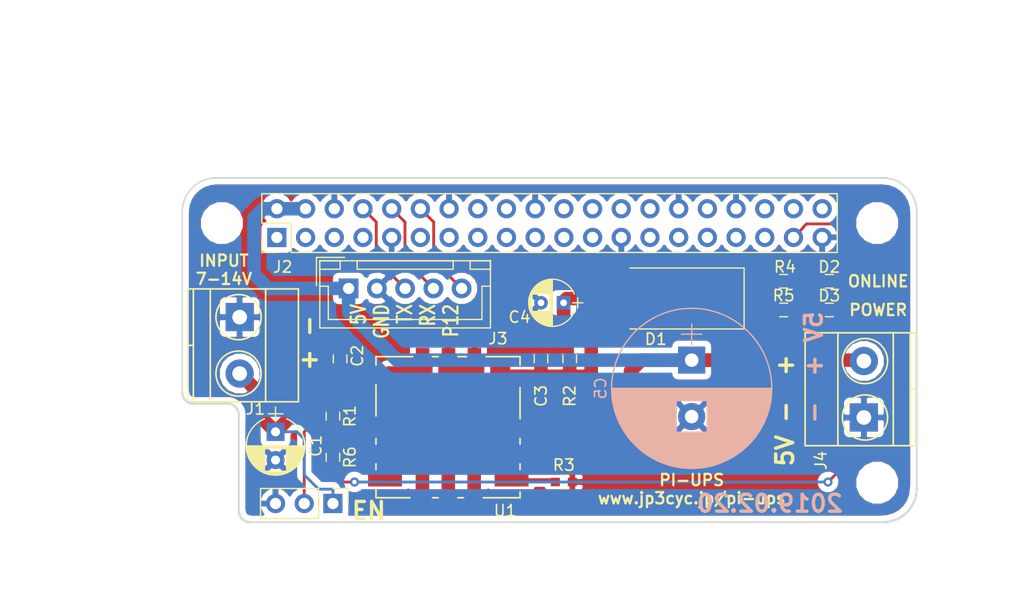
<source format=kicad_pcb>
(kicad_pcb (version 20171130) (host pcbnew "(5.0.0)")

  (general
    (thickness 1.6)
    (drawings 31)
    (tracks 108)
    (zones 0)
    (modules 23)
    (nets 15)
  )

  (page A4)
  (layers
    (0 F.Cu signal)
    (31 B.Cu signal)
    (32 B.Adhes user)
    (33 F.Adhes user)
    (34 B.Paste user)
    (35 F.Paste user)
    (36 B.SilkS user)
    (37 F.SilkS user)
    (38 B.Mask user)
    (39 F.Mask user)
    (40 Dwgs.User user)
    (41 Cmts.User user)
    (42 Eco1.User user)
    (43 Eco2.User user)
    (44 Edge.Cuts user)
    (45 Margin user)
    (46 B.CrtYd user)
    (47 F.CrtYd user)
    (48 B.Fab user)
    (49 F.Fab user)
  )

  (setup
    (last_trace_width 0.25)
    (user_trace_width 1)
    (user_trace_width 1.2)
    (user_trace_width 3)
    (user_trace_width 4)
    (user_trace_width 5)
    (user_trace_width 6)
    (trace_clearance 0.2)
    (zone_clearance 0.508)
    (zone_45_only no)
    (trace_min 0.2)
    (segment_width 0.2)
    (edge_width 0.2)
    (via_size 0.8)
    (via_drill 0.4)
    (via_min_size 0.4)
    (via_min_drill 0.3)
    (uvia_size 0.3)
    (uvia_drill 0.1)
    (uvias_allowed no)
    (uvia_min_size 0.2)
    (uvia_min_drill 0.1)
    (pcb_text_width 0.3)
    (pcb_text_size 1.5 1.5)
    (mod_edge_width 0.15)
    (mod_text_size 1 1)
    (mod_text_width 0.15)
    (pad_size 1.524 1.524)
    (pad_drill 0.762)
    (pad_to_mask_clearance 0.2)
    (aux_axis_origin 0 0)
    (visible_elements 7FFFFFFF)
    (pcbplotparams
      (layerselection 0x010fc_ffffffff)
      (usegerberextensions false)
      (usegerberattributes false)
      (usegerberadvancedattributes false)
      (creategerberjobfile false)
      (excludeedgelayer true)
      (linewidth 0.100000)
      (plotframeref false)
      (viasonmask false)
      (mode 1)
      (useauxorigin false)
      (hpglpennumber 1)
      (hpglpenspeed 20)
      (hpglpendiameter 15.000000)
      (psnegative false)
      (psa4output false)
      (plotreference true)
      (plotvalue true)
      (plotinvisibletext false)
      (padsonsilk false)
      (subtractmaskfromsilk false)
      (outputformat 1)
      (mirror false)
      (drillshape 0)
      (scaleselection 1)
      (outputdirectory "garb"))
  )

  (net 0 "")
  (net 1 "Net-(C1-Pad1)")
  (net 2 pi-06)
  (net 3 "Net-(C3-Pad1)")
  (net 4 pi-02)
  (net 5 "Net-(D2-Pad2)")
  (net 6 "Net-(D3-Pad2)")
  (net 7 pi-01)
  (net 8 pi-08)
  (net 9 pi-10)
  (net 10 pi-12)
  (net 11 pi-37)
  (net 12 "Net-(R1-Pad2)")
  (net 13 "Net-(R3-Pad1)")
  (net 14 "Net-(U1-Pad11)")

  (net_class Default "これはデフォルトのネット クラスです。"
    (clearance 0.2)
    (trace_width 0.25)
    (via_dia 0.8)
    (via_drill 0.4)
    (uvia_dia 0.3)
    (uvia_drill 0.1)
    (add_net "Net-(C1-Pad1)")
    (add_net "Net-(C3-Pad1)")
    (add_net "Net-(D2-Pad2)")
    (add_net "Net-(D3-Pad2)")
    (add_net "Net-(R1-Pad2)")
    (add_net "Net-(R3-Pad1)")
    (add_net "Net-(U1-Pad11)")
    (add_net pi-01)
    (add_net pi-02)
    (add_net pi-06)
    (add_net pi-08)
    (add_net pi-10)
    (add_net pi-12)
    (add_net pi-37)
  )

  (module Mounting_Holes:MountingHole_2.7mm_M2.5_ISO7380 (layer F.Cu) (tedit 5C6C2EA8) (tstamp 5C7DE439)
    (at 148.5 115)
    (descr "Mounting Hole 2.7mm, no annular, M2.5, ISO7380")
    (tags "mounting hole 2.7mm no annular m2.5 iso7380")
    (fp_text reference REF** (at 0 -3.25) (layer F.SilkS) hide
      (effects (font (size 1 1) (thickness 0.15)))
    )
    (fp_text value M2.5 (at 0 3.25) (layer F.Fab) hide
      (effects (font (size 1 1) (thickness 0.15)))
    )
    (fp_circle (center 0 0) (end 2.5 0) (layer F.CrtYd) (width 0.05))
    (fp_circle (center 0 0) (end 2.25 0) (layer Cmts.User) (width 0.15))
    (pad 1 np_thru_hole circle (at 0 0) (size 2.7 2.7) (drill 2.7) (layers *.Cu *.Mask))
  )

  (module Mounting_Holes:MountingHole_2.7mm_M2.5_ISO7380 (layer F.Cu) (tedit 5C6C2EA8) (tstamp 5C7DE42D)
    (at 90.5 92)
    (descr "Mounting Hole 2.7mm, no annular, M2.5, ISO7380")
    (tags "mounting hole 2.7mm no annular m2.5 iso7380")
    (fp_text reference REF** (at 0 -3.25) (layer F.SilkS) hide
      (effects (font (size 1 1) (thickness 0.15)))
    )
    (fp_text value M2.5 (at 0 3.25) (layer F.Fab) hide
      (effects (font (size 1 1) (thickness 0.15)))
    )
    (fp_circle (center 0 0) (end 2.25 0) (layer Cmts.User) (width 0.15))
    (fp_circle (center 0 0) (end 2.5 0) (layer F.CrtYd) (width 0.05))
    (pad 1 np_thru_hole circle (at 0 0) (size 2.7 2.7) (drill 2.7) (layers *.Cu *.Mask))
  )

  (module Capacitors_THT:CP_Radial_D5.0mm_P2.50mm (layer F.Cu) (tedit 5920C257) (tstamp 5C7DD40B)
    (at 95.25 110.49 270)
    (descr "CP, Radial series, Radial, pin pitch=2.50mm, , diameter=5mm, Electrolytic Capacitor")
    (tags "CP Radial series Radial pin pitch 2.50mm  diameter 5mm Electrolytic Capacitor")
    (path /5C8B2A38)
    (fp_text reference C1 (at 1.25 -3.56 270) (layer F.SilkS)
      (effects (font (size 1 1) (thickness 0.15)))
    )
    (fp_text value 22u (at 1.25 3.56 270) (layer F.Fab)
      (effects (font (size 1 1) (thickness 0.15)))
    )
    (fp_text user %R (at 0.775 0 270) (layer F.Fab)
      (effects (font (size 1 1) (thickness 0.15)))
    )
    (fp_line (start -2.2 0) (end -1 0) (layer F.Fab) (width 0.1))
    (fp_line (start -1.6 -0.65) (end -1.6 0.65) (layer F.Fab) (width 0.1))
    (fp_line (start 1.25 -2.55) (end 1.25 2.55) (layer F.SilkS) (width 0.12))
    (fp_line (start 1.29 -2.55) (end 1.29 2.55) (layer F.SilkS) (width 0.12))
    (fp_line (start 1.33 -2.549) (end 1.33 2.549) (layer F.SilkS) (width 0.12))
    (fp_line (start 1.37 -2.548) (end 1.37 2.548) (layer F.SilkS) (width 0.12))
    (fp_line (start 1.41 -2.546) (end 1.41 2.546) (layer F.SilkS) (width 0.12))
    (fp_line (start 1.45 -2.543) (end 1.45 2.543) (layer F.SilkS) (width 0.12))
    (fp_line (start 1.49 -2.539) (end 1.49 2.539) (layer F.SilkS) (width 0.12))
    (fp_line (start 1.53 -2.535) (end 1.53 -0.98) (layer F.SilkS) (width 0.12))
    (fp_line (start 1.53 0.98) (end 1.53 2.535) (layer F.SilkS) (width 0.12))
    (fp_line (start 1.57 -2.531) (end 1.57 -0.98) (layer F.SilkS) (width 0.12))
    (fp_line (start 1.57 0.98) (end 1.57 2.531) (layer F.SilkS) (width 0.12))
    (fp_line (start 1.61 -2.525) (end 1.61 -0.98) (layer F.SilkS) (width 0.12))
    (fp_line (start 1.61 0.98) (end 1.61 2.525) (layer F.SilkS) (width 0.12))
    (fp_line (start 1.65 -2.519) (end 1.65 -0.98) (layer F.SilkS) (width 0.12))
    (fp_line (start 1.65 0.98) (end 1.65 2.519) (layer F.SilkS) (width 0.12))
    (fp_line (start 1.69 -2.513) (end 1.69 -0.98) (layer F.SilkS) (width 0.12))
    (fp_line (start 1.69 0.98) (end 1.69 2.513) (layer F.SilkS) (width 0.12))
    (fp_line (start 1.73 -2.506) (end 1.73 -0.98) (layer F.SilkS) (width 0.12))
    (fp_line (start 1.73 0.98) (end 1.73 2.506) (layer F.SilkS) (width 0.12))
    (fp_line (start 1.77 -2.498) (end 1.77 -0.98) (layer F.SilkS) (width 0.12))
    (fp_line (start 1.77 0.98) (end 1.77 2.498) (layer F.SilkS) (width 0.12))
    (fp_line (start 1.81 -2.489) (end 1.81 -0.98) (layer F.SilkS) (width 0.12))
    (fp_line (start 1.81 0.98) (end 1.81 2.489) (layer F.SilkS) (width 0.12))
    (fp_line (start 1.85 -2.48) (end 1.85 -0.98) (layer F.SilkS) (width 0.12))
    (fp_line (start 1.85 0.98) (end 1.85 2.48) (layer F.SilkS) (width 0.12))
    (fp_line (start 1.89 -2.47) (end 1.89 -0.98) (layer F.SilkS) (width 0.12))
    (fp_line (start 1.89 0.98) (end 1.89 2.47) (layer F.SilkS) (width 0.12))
    (fp_line (start 1.93 -2.46) (end 1.93 -0.98) (layer F.SilkS) (width 0.12))
    (fp_line (start 1.93 0.98) (end 1.93 2.46) (layer F.SilkS) (width 0.12))
    (fp_line (start 1.971 -2.448) (end 1.971 -0.98) (layer F.SilkS) (width 0.12))
    (fp_line (start 1.971 0.98) (end 1.971 2.448) (layer F.SilkS) (width 0.12))
    (fp_line (start 2.011 -2.436) (end 2.011 -0.98) (layer F.SilkS) (width 0.12))
    (fp_line (start 2.011 0.98) (end 2.011 2.436) (layer F.SilkS) (width 0.12))
    (fp_line (start 2.051 -2.424) (end 2.051 -0.98) (layer F.SilkS) (width 0.12))
    (fp_line (start 2.051 0.98) (end 2.051 2.424) (layer F.SilkS) (width 0.12))
    (fp_line (start 2.091 -2.41) (end 2.091 -0.98) (layer F.SilkS) (width 0.12))
    (fp_line (start 2.091 0.98) (end 2.091 2.41) (layer F.SilkS) (width 0.12))
    (fp_line (start 2.131 -2.396) (end 2.131 -0.98) (layer F.SilkS) (width 0.12))
    (fp_line (start 2.131 0.98) (end 2.131 2.396) (layer F.SilkS) (width 0.12))
    (fp_line (start 2.171 -2.382) (end 2.171 -0.98) (layer F.SilkS) (width 0.12))
    (fp_line (start 2.171 0.98) (end 2.171 2.382) (layer F.SilkS) (width 0.12))
    (fp_line (start 2.211 -2.366) (end 2.211 -0.98) (layer F.SilkS) (width 0.12))
    (fp_line (start 2.211 0.98) (end 2.211 2.366) (layer F.SilkS) (width 0.12))
    (fp_line (start 2.251 -2.35) (end 2.251 -0.98) (layer F.SilkS) (width 0.12))
    (fp_line (start 2.251 0.98) (end 2.251 2.35) (layer F.SilkS) (width 0.12))
    (fp_line (start 2.291 -2.333) (end 2.291 -0.98) (layer F.SilkS) (width 0.12))
    (fp_line (start 2.291 0.98) (end 2.291 2.333) (layer F.SilkS) (width 0.12))
    (fp_line (start 2.331 -2.315) (end 2.331 -0.98) (layer F.SilkS) (width 0.12))
    (fp_line (start 2.331 0.98) (end 2.331 2.315) (layer F.SilkS) (width 0.12))
    (fp_line (start 2.371 -2.296) (end 2.371 -0.98) (layer F.SilkS) (width 0.12))
    (fp_line (start 2.371 0.98) (end 2.371 2.296) (layer F.SilkS) (width 0.12))
    (fp_line (start 2.411 -2.276) (end 2.411 -0.98) (layer F.SilkS) (width 0.12))
    (fp_line (start 2.411 0.98) (end 2.411 2.276) (layer F.SilkS) (width 0.12))
    (fp_line (start 2.451 -2.256) (end 2.451 -0.98) (layer F.SilkS) (width 0.12))
    (fp_line (start 2.451 0.98) (end 2.451 2.256) (layer F.SilkS) (width 0.12))
    (fp_line (start 2.491 -2.234) (end 2.491 -0.98) (layer F.SilkS) (width 0.12))
    (fp_line (start 2.491 0.98) (end 2.491 2.234) (layer F.SilkS) (width 0.12))
    (fp_line (start 2.531 -2.212) (end 2.531 -0.98) (layer F.SilkS) (width 0.12))
    (fp_line (start 2.531 0.98) (end 2.531 2.212) (layer F.SilkS) (width 0.12))
    (fp_line (start 2.571 -2.189) (end 2.571 -0.98) (layer F.SilkS) (width 0.12))
    (fp_line (start 2.571 0.98) (end 2.571 2.189) (layer F.SilkS) (width 0.12))
    (fp_line (start 2.611 -2.165) (end 2.611 -0.98) (layer F.SilkS) (width 0.12))
    (fp_line (start 2.611 0.98) (end 2.611 2.165) (layer F.SilkS) (width 0.12))
    (fp_line (start 2.651 -2.14) (end 2.651 -0.98) (layer F.SilkS) (width 0.12))
    (fp_line (start 2.651 0.98) (end 2.651 2.14) (layer F.SilkS) (width 0.12))
    (fp_line (start 2.691 -2.113) (end 2.691 -0.98) (layer F.SilkS) (width 0.12))
    (fp_line (start 2.691 0.98) (end 2.691 2.113) (layer F.SilkS) (width 0.12))
    (fp_line (start 2.731 -2.086) (end 2.731 -0.98) (layer F.SilkS) (width 0.12))
    (fp_line (start 2.731 0.98) (end 2.731 2.086) (layer F.SilkS) (width 0.12))
    (fp_line (start 2.771 -2.058) (end 2.771 -0.98) (layer F.SilkS) (width 0.12))
    (fp_line (start 2.771 0.98) (end 2.771 2.058) (layer F.SilkS) (width 0.12))
    (fp_line (start 2.811 -2.028) (end 2.811 -0.98) (layer F.SilkS) (width 0.12))
    (fp_line (start 2.811 0.98) (end 2.811 2.028) (layer F.SilkS) (width 0.12))
    (fp_line (start 2.851 -1.997) (end 2.851 -0.98) (layer F.SilkS) (width 0.12))
    (fp_line (start 2.851 0.98) (end 2.851 1.997) (layer F.SilkS) (width 0.12))
    (fp_line (start 2.891 -1.965) (end 2.891 -0.98) (layer F.SilkS) (width 0.12))
    (fp_line (start 2.891 0.98) (end 2.891 1.965) (layer F.SilkS) (width 0.12))
    (fp_line (start 2.931 -1.932) (end 2.931 -0.98) (layer F.SilkS) (width 0.12))
    (fp_line (start 2.931 0.98) (end 2.931 1.932) (layer F.SilkS) (width 0.12))
    (fp_line (start 2.971 -1.897) (end 2.971 -0.98) (layer F.SilkS) (width 0.12))
    (fp_line (start 2.971 0.98) (end 2.971 1.897) (layer F.SilkS) (width 0.12))
    (fp_line (start 3.011 -1.861) (end 3.011 -0.98) (layer F.SilkS) (width 0.12))
    (fp_line (start 3.011 0.98) (end 3.011 1.861) (layer F.SilkS) (width 0.12))
    (fp_line (start 3.051 -1.823) (end 3.051 -0.98) (layer F.SilkS) (width 0.12))
    (fp_line (start 3.051 0.98) (end 3.051 1.823) (layer F.SilkS) (width 0.12))
    (fp_line (start 3.091 -1.783) (end 3.091 -0.98) (layer F.SilkS) (width 0.12))
    (fp_line (start 3.091 0.98) (end 3.091 1.783) (layer F.SilkS) (width 0.12))
    (fp_line (start 3.131 -1.742) (end 3.131 -0.98) (layer F.SilkS) (width 0.12))
    (fp_line (start 3.131 0.98) (end 3.131 1.742) (layer F.SilkS) (width 0.12))
    (fp_line (start 3.171 -1.699) (end 3.171 -0.98) (layer F.SilkS) (width 0.12))
    (fp_line (start 3.171 0.98) (end 3.171 1.699) (layer F.SilkS) (width 0.12))
    (fp_line (start 3.211 -1.654) (end 3.211 -0.98) (layer F.SilkS) (width 0.12))
    (fp_line (start 3.211 0.98) (end 3.211 1.654) (layer F.SilkS) (width 0.12))
    (fp_line (start 3.251 -1.606) (end 3.251 -0.98) (layer F.SilkS) (width 0.12))
    (fp_line (start 3.251 0.98) (end 3.251 1.606) (layer F.SilkS) (width 0.12))
    (fp_line (start 3.291 -1.556) (end 3.291 -0.98) (layer F.SilkS) (width 0.12))
    (fp_line (start 3.291 0.98) (end 3.291 1.556) (layer F.SilkS) (width 0.12))
    (fp_line (start 3.331 -1.504) (end 3.331 -0.98) (layer F.SilkS) (width 0.12))
    (fp_line (start 3.331 0.98) (end 3.331 1.504) (layer F.SilkS) (width 0.12))
    (fp_line (start 3.371 -1.448) (end 3.371 -0.98) (layer F.SilkS) (width 0.12))
    (fp_line (start 3.371 0.98) (end 3.371 1.448) (layer F.SilkS) (width 0.12))
    (fp_line (start 3.411 -1.39) (end 3.411 -0.98) (layer F.SilkS) (width 0.12))
    (fp_line (start 3.411 0.98) (end 3.411 1.39) (layer F.SilkS) (width 0.12))
    (fp_line (start 3.451 -1.327) (end 3.451 -0.98) (layer F.SilkS) (width 0.12))
    (fp_line (start 3.451 0.98) (end 3.451 1.327) (layer F.SilkS) (width 0.12))
    (fp_line (start 3.491 -1.261) (end 3.491 1.261) (layer F.SilkS) (width 0.12))
    (fp_line (start 3.531 -1.189) (end 3.531 1.189) (layer F.SilkS) (width 0.12))
    (fp_line (start 3.571 -1.112) (end 3.571 1.112) (layer F.SilkS) (width 0.12))
    (fp_line (start 3.611 -1.028) (end 3.611 1.028) (layer F.SilkS) (width 0.12))
    (fp_line (start 3.651 -0.934) (end 3.651 0.934) (layer F.SilkS) (width 0.12))
    (fp_line (start 3.691 -0.829) (end 3.691 0.829) (layer F.SilkS) (width 0.12))
    (fp_line (start 3.731 -0.707) (end 3.731 0.707) (layer F.SilkS) (width 0.12))
    (fp_line (start 3.771 -0.559) (end 3.771 0.559) (layer F.SilkS) (width 0.12))
    (fp_line (start 3.811 -0.354) (end 3.811 0.354) (layer F.SilkS) (width 0.12))
    (fp_line (start -2.2 0) (end -1 0) (layer F.SilkS) (width 0.12))
    (fp_line (start -1.6 -0.65) (end -1.6 0.65) (layer F.SilkS) (width 0.12))
    (fp_line (start -1.6 -2.85) (end -1.6 2.85) (layer F.CrtYd) (width 0.05))
    (fp_line (start -1.6 2.85) (end 4.1 2.85) (layer F.CrtYd) (width 0.05))
    (fp_line (start 4.1 2.85) (end 4.1 -2.85) (layer F.CrtYd) (width 0.05))
    (fp_line (start 4.1 -2.85) (end -1.6 -2.85) (layer F.CrtYd) (width 0.05))
    (fp_circle (center 1.25 0) (end 3.75 0) (layer F.Fab) (width 0.1))
    (fp_arc (start 1.25 0) (end -1.147436 -0.98) (angle 135.5) (layer F.SilkS) (width 0.12))
    (fp_arc (start 1.25 0) (end -1.147436 0.98) (angle -135.5) (layer F.SilkS) (width 0.12))
    (fp_arc (start 1.25 0) (end 3.647436 -0.98) (angle 44.5) (layer F.SilkS) (width 0.12))
    (pad 1 thru_hole rect (at 0 0 270) (size 1.6 1.6) (drill 0.8) (layers *.Cu *.Mask)
      (net 1 "Net-(C1-Pad1)"))
    (pad 2 thru_hole circle (at 2.5 0 270) (size 1.6 1.6) (drill 0.8) (layers *.Cu *.Mask)
      (net 2 pi-06))
    (model ${KISYS3DMOD}/Capacitors_THT.3dshapes/CP_Radial_D5.0mm_P2.50mm.wrl
      (at (xyz 0 0 0))
      (scale (xyz 1 1 1))
      (rotate (xyz 0 0 0))
    )
  )

  (module Capacitors_SMD:C_0603 (layer F.Cu) (tedit 58AA844E) (tstamp 5C7DD41C)
    (at 100.965 104.025 270)
    (descr "Capacitor SMD 0603, reflow soldering, AVX (see smccp.pdf)")
    (tags "capacitor 0603")
    (path /5C81F468)
    (attr smd)
    (fp_text reference C2 (at -0.266 -1.524 270) (layer F.SilkS)
      (effects (font (size 1 1) (thickness 0.15)))
    )
    (fp_text value 0.1u (at 0 1.5 270) (layer F.Fab)
      (effects (font (size 1 1) (thickness 0.15)))
    )
    (fp_text user %R (at 0 -1.5 270) (layer F.Fab)
      (effects (font (size 1 1) (thickness 0.15)))
    )
    (fp_line (start -0.8 0.4) (end -0.8 -0.4) (layer F.Fab) (width 0.1))
    (fp_line (start 0.8 0.4) (end -0.8 0.4) (layer F.Fab) (width 0.1))
    (fp_line (start 0.8 -0.4) (end 0.8 0.4) (layer F.Fab) (width 0.1))
    (fp_line (start -0.8 -0.4) (end 0.8 -0.4) (layer F.Fab) (width 0.1))
    (fp_line (start -0.35 -0.6) (end 0.35 -0.6) (layer F.SilkS) (width 0.12))
    (fp_line (start 0.35 0.6) (end -0.35 0.6) (layer F.SilkS) (width 0.12))
    (fp_line (start -1.4 -0.65) (end 1.4 -0.65) (layer F.CrtYd) (width 0.05))
    (fp_line (start -1.4 -0.65) (end -1.4 0.65) (layer F.CrtYd) (width 0.05))
    (fp_line (start 1.4 0.65) (end 1.4 -0.65) (layer F.CrtYd) (width 0.05))
    (fp_line (start 1.4 0.65) (end -1.4 0.65) (layer F.CrtYd) (width 0.05))
    (pad 1 smd rect (at -0.75 0 270) (size 0.8 0.75) (layers F.Cu F.Paste F.Mask)
      (net 2 pi-06))
    (pad 2 smd rect (at 0.75 0 270) (size 0.8 0.75) (layers F.Cu F.Paste F.Mask)
      (net 1 "Net-(C1-Pad1)"))
    (model Capacitors_SMD.3dshapes/C_0603.wrl
      (at (xyz 0 0 0))
      (scale (xyz 1 1 1))
      (rotate (xyz 0 0 0))
    )
  )

  (module Capacitors_SMD:C_0603 (layer F.Cu) (tedit 58AA844E) (tstamp 5C7DD42D)
    (at 118.745 104.025 90)
    (descr "Capacitor SMD 0603, reflow soldering, AVX (see smccp.pdf)")
    (tags "capacitor 0603")
    (path /5C86A4A8)
    (attr smd)
    (fp_text reference C3 (at -3.29 0 90) (layer F.SilkS)
      (effects (font (size 1 1) (thickness 0.15)))
    )
    (fp_text value 0.1u (at 0 1.5 90) (layer F.Fab)
      (effects (font (size 1 1) (thickness 0.15)))
    )
    (fp_line (start 1.4 0.65) (end -1.4 0.65) (layer F.CrtYd) (width 0.05))
    (fp_line (start 1.4 0.65) (end 1.4 -0.65) (layer F.CrtYd) (width 0.05))
    (fp_line (start -1.4 -0.65) (end -1.4 0.65) (layer F.CrtYd) (width 0.05))
    (fp_line (start -1.4 -0.65) (end 1.4 -0.65) (layer F.CrtYd) (width 0.05))
    (fp_line (start 0.35 0.6) (end -0.35 0.6) (layer F.SilkS) (width 0.12))
    (fp_line (start -0.35 -0.6) (end 0.35 -0.6) (layer F.SilkS) (width 0.12))
    (fp_line (start -0.8 -0.4) (end 0.8 -0.4) (layer F.Fab) (width 0.1))
    (fp_line (start 0.8 -0.4) (end 0.8 0.4) (layer F.Fab) (width 0.1))
    (fp_line (start 0.8 0.4) (end -0.8 0.4) (layer F.Fab) (width 0.1))
    (fp_line (start -0.8 0.4) (end -0.8 -0.4) (layer F.Fab) (width 0.1))
    (fp_text user %R (at 0 -1.5 90) (layer F.Fab)
      (effects (font (size 1 1) (thickness 0.15)))
    )
    (pad 2 smd rect (at 0.75 0 90) (size 0.8 0.75) (layers F.Cu F.Paste F.Mask)
      (net 2 pi-06))
    (pad 1 smd rect (at -0.75 0 90) (size 0.8 0.75) (layers F.Cu F.Paste F.Mask)
      (net 3 "Net-(C3-Pad1)"))
    (model Capacitors_SMD.3dshapes/C_0603.wrl
      (at (xyz 0 0 0))
      (scale (xyz 1 1 1))
      (rotate (xyz 0 0 0))
    )
  )

  (module Capacitors_THT:CP_Radial_D4.0mm_P2.00mm (layer F.Cu) (tedit 5920C256) (tstamp 5C7DD49C)
    (at 120.745 99.06 180)
    (descr "CP, Radial series, Radial, pin pitch=2.00mm, , diameter=4mm, Electrolytic Capacitor")
    (tags "CP Radial series Radial pin pitch 2.00mm  diameter 4mm Electrolytic Capacitor")
    (path /5C99798A)
    (fp_text reference C4 (at 3.905 -1.27 180) (layer F.SilkS)
      (effects (font (size 1 1) (thickness 0.15)))
    )
    (fp_text value 10u (at 1 3.06 180) (layer F.Fab)
      (effects (font (size 1 1) (thickness 0.15)))
    )
    (fp_text user %R (at 0.65 0 180) (layer F.Fab)
      (effects (font (size 1 1) (thickness 0.15)))
    )
    (fp_line (start -1.7 0) (end -0.8 0) (layer F.Fab) (width 0.1))
    (fp_line (start -1.25 -0.45) (end -1.25 0.45) (layer F.Fab) (width 0.1))
    (fp_line (start 1 -2.05) (end 1 2.05) (layer F.SilkS) (width 0.12))
    (fp_line (start 1.04 -2.05) (end 1.04 2.05) (layer F.SilkS) (width 0.12))
    (fp_line (start 1.08 -2.049) (end 1.08 2.049) (layer F.SilkS) (width 0.12))
    (fp_line (start 1.12 -2.047) (end 1.12 2.047) (layer F.SilkS) (width 0.12))
    (fp_line (start 1.16 -2.044) (end 1.16 2.044) (layer F.SilkS) (width 0.12))
    (fp_line (start 1.2 -2.041) (end 1.2 2.041) (layer F.SilkS) (width 0.12))
    (fp_line (start 1.24 -2.037) (end 1.24 -0.78) (layer F.SilkS) (width 0.12))
    (fp_line (start 1.24 0.78) (end 1.24 2.037) (layer F.SilkS) (width 0.12))
    (fp_line (start 1.28 -2.032) (end 1.28 -0.78) (layer F.SilkS) (width 0.12))
    (fp_line (start 1.28 0.78) (end 1.28 2.032) (layer F.SilkS) (width 0.12))
    (fp_line (start 1.32 -2.026) (end 1.32 -0.78) (layer F.SilkS) (width 0.12))
    (fp_line (start 1.32 0.78) (end 1.32 2.026) (layer F.SilkS) (width 0.12))
    (fp_line (start 1.36 -2.019) (end 1.36 -0.78) (layer F.SilkS) (width 0.12))
    (fp_line (start 1.36 0.78) (end 1.36 2.019) (layer F.SilkS) (width 0.12))
    (fp_line (start 1.4 -2.012) (end 1.4 -0.78) (layer F.SilkS) (width 0.12))
    (fp_line (start 1.4 0.78) (end 1.4 2.012) (layer F.SilkS) (width 0.12))
    (fp_line (start 1.44 -2.004) (end 1.44 -0.78) (layer F.SilkS) (width 0.12))
    (fp_line (start 1.44 0.78) (end 1.44 2.004) (layer F.SilkS) (width 0.12))
    (fp_line (start 1.48 -1.995) (end 1.48 -0.78) (layer F.SilkS) (width 0.12))
    (fp_line (start 1.48 0.78) (end 1.48 1.995) (layer F.SilkS) (width 0.12))
    (fp_line (start 1.52 -1.985) (end 1.52 -0.78) (layer F.SilkS) (width 0.12))
    (fp_line (start 1.52 0.78) (end 1.52 1.985) (layer F.SilkS) (width 0.12))
    (fp_line (start 1.56 -1.974) (end 1.56 -0.78) (layer F.SilkS) (width 0.12))
    (fp_line (start 1.56 0.78) (end 1.56 1.974) (layer F.SilkS) (width 0.12))
    (fp_line (start 1.6 -1.963) (end 1.6 -0.78) (layer F.SilkS) (width 0.12))
    (fp_line (start 1.6 0.78) (end 1.6 1.963) (layer F.SilkS) (width 0.12))
    (fp_line (start 1.64 -1.95) (end 1.64 -0.78) (layer F.SilkS) (width 0.12))
    (fp_line (start 1.64 0.78) (end 1.64 1.95) (layer F.SilkS) (width 0.12))
    (fp_line (start 1.68 -1.937) (end 1.68 -0.78) (layer F.SilkS) (width 0.12))
    (fp_line (start 1.68 0.78) (end 1.68 1.937) (layer F.SilkS) (width 0.12))
    (fp_line (start 1.721 -1.923) (end 1.721 -0.78) (layer F.SilkS) (width 0.12))
    (fp_line (start 1.721 0.78) (end 1.721 1.923) (layer F.SilkS) (width 0.12))
    (fp_line (start 1.761 -1.907) (end 1.761 -0.78) (layer F.SilkS) (width 0.12))
    (fp_line (start 1.761 0.78) (end 1.761 1.907) (layer F.SilkS) (width 0.12))
    (fp_line (start 1.801 -1.891) (end 1.801 -0.78) (layer F.SilkS) (width 0.12))
    (fp_line (start 1.801 0.78) (end 1.801 1.891) (layer F.SilkS) (width 0.12))
    (fp_line (start 1.841 -1.874) (end 1.841 -0.78) (layer F.SilkS) (width 0.12))
    (fp_line (start 1.841 0.78) (end 1.841 1.874) (layer F.SilkS) (width 0.12))
    (fp_line (start 1.881 -1.856) (end 1.881 -0.78) (layer F.SilkS) (width 0.12))
    (fp_line (start 1.881 0.78) (end 1.881 1.856) (layer F.SilkS) (width 0.12))
    (fp_line (start 1.921 -1.837) (end 1.921 -0.78) (layer F.SilkS) (width 0.12))
    (fp_line (start 1.921 0.78) (end 1.921 1.837) (layer F.SilkS) (width 0.12))
    (fp_line (start 1.961 -1.817) (end 1.961 -0.78) (layer F.SilkS) (width 0.12))
    (fp_line (start 1.961 0.78) (end 1.961 1.817) (layer F.SilkS) (width 0.12))
    (fp_line (start 2.001 -1.796) (end 2.001 -0.78) (layer F.SilkS) (width 0.12))
    (fp_line (start 2.001 0.78) (end 2.001 1.796) (layer F.SilkS) (width 0.12))
    (fp_line (start 2.041 -1.773) (end 2.041 -0.78) (layer F.SilkS) (width 0.12))
    (fp_line (start 2.041 0.78) (end 2.041 1.773) (layer F.SilkS) (width 0.12))
    (fp_line (start 2.081 -1.75) (end 2.081 -0.78) (layer F.SilkS) (width 0.12))
    (fp_line (start 2.081 0.78) (end 2.081 1.75) (layer F.SilkS) (width 0.12))
    (fp_line (start 2.121 -1.725) (end 2.121 -0.78) (layer F.SilkS) (width 0.12))
    (fp_line (start 2.121 0.78) (end 2.121 1.725) (layer F.SilkS) (width 0.12))
    (fp_line (start 2.161 -1.699) (end 2.161 -0.78) (layer F.SilkS) (width 0.12))
    (fp_line (start 2.161 0.78) (end 2.161 1.699) (layer F.SilkS) (width 0.12))
    (fp_line (start 2.201 -1.672) (end 2.201 -0.78) (layer F.SilkS) (width 0.12))
    (fp_line (start 2.201 0.78) (end 2.201 1.672) (layer F.SilkS) (width 0.12))
    (fp_line (start 2.241 -1.643) (end 2.241 -0.78) (layer F.SilkS) (width 0.12))
    (fp_line (start 2.241 0.78) (end 2.241 1.643) (layer F.SilkS) (width 0.12))
    (fp_line (start 2.281 -1.613) (end 2.281 -0.78) (layer F.SilkS) (width 0.12))
    (fp_line (start 2.281 0.78) (end 2.281 1.613) (layer F.SilkS) (width 0.12))
    (fp_line (start 2.321 -1.581) (end 2.321 -0.78) (layer F.SilkS) (width 0.12))
    (fp_line (start 2.321 0.78) (end 2.321 1.581) (layer F.SilkS) (width 0.12))
    (fp_line (start 2.361 -1.547) (end 2.361 -0.78) (layer F.SilkS) (width 0.12))
    (fp_line (start 2.361 0.78) (end 2.361 1.547) (layer F.SilkS) (width 0.12))
    (fp_line (start 2.401 -1.512) (end 2.401 -0.78) (layer F.SilkS) (width 0.12))
    (fp_line (start 2.401 0.78) (end 2.401 1.512) (layer F.SilkS) (width 0.12))
    (fp_line (start 2.441 -1.475) (end 2.441 -0.78) (layer F.SilkS) (width 0.12))
    (fp_line (start 2.441 0.78) (end 2.441 1.475) (layer F.SilkS) (width 0.12))
    (fp_line (start 2.481 -1.436) (end 2.481 -0.78) (layer F.SilkS) (width 0.12))
    (fp_line (start 2.481 0.78) (end 2.481 1.436) (layer F.SilkS) (width 0.12))
    (fp_line (start 2.521 -1.395) (end 2.521 -0.78) (layer F.SilkS) (width 0.12))
    (fp_line (start 2.521 0.78) (end 2.521 1.395) (layer F.SilkS) (width 0.12))
    (fp_line (start 2.561 -1.351) (end 2.561 -0.78) (layer F.SilkS) (width 0.12))
    (fp_line (start 2.561 0.78) (end 2.561 1.351) (layer F.SilkS) (width 0.12))
    (fp_line (start 2.601 -1.305) (end 2.601 -0.78) (layer F.SilkS) (width 0.12))
    (fp_line (start 2.601 0.78) (end 2.601 1.305) (layer F.SilkS) (width 0.12))
    (fp_line (start 2.641 -1.256) (end 2.641 -0.78) (layer F.SilkS) (width 0.12))
    (fp_line (start 2.641 0.78) (end 2.641 1.256) (layer F.SilkS) (width 0.12))
    (fp_line (start 2.681 -1.204) (end 2.681 -0.78) (layer F.SilkS) (width 0.12))
    (fp_line (start 2.681 0.78) (end 2.681 1.204) (layer F.SilkS) (width 0.12))
    (fp_line (start 2.721 -1.148) (end 2.721 -0.78) (layer F.SilkS) (width 0.12))
    (fp_line (start 2.721 0.78) (end 2.721 1.148) (layer F.SilkS) (width 0.12))
    (fp_line (start 2.761 -1.088) (end 2.761 -0.78) (layer F.SilkS) (width 0.12))
    (fp_line (start 2.761 0.78) (end 2.761 1.088) (layer F.SilkS) (width 0.12))
    (fp_line (start 2.801 -1.023) (end 2.801 1.023) (layer F.SilkS) (width 0.12))
    (fp_line (start 2.841 -0.952) (end 2.841 0.952) (layer F.SilkS) (width 0.12))
    (fp_line (start 2.881 -0.874) (end 2.881 0.874) (layer F.SilkS) (width 0.12))
    (fp_line (start 2.921 -0.786) (end 2.921 0.786) (layer F.SilkS) (width 0.12))
    (fp_line (start 2.961 -0.686) (end 2.961 0.686) (layer F.SilkS) (width 0.12))
    (fp_line (start 3.001 -0.567) (end 3.001 0.567) (layer F.SilkS) (width 0.12))
    (fp_line (start 3.041 -0.415) (end 3.041 0.415) (layer F.SilkS) (width 0.12))
    (fp_line (start 3.081 -0.165) (end 3.081 0.165) (layer F.SilkS) (width 0.12))
    (fp_line (start -1.7 0) (end -0.8 0) (layer F.SilkS) (width 0.12))
    (fp_line (start -1.25 -0.45) (end -1.25 0.45) (layer F.SilkS) (width 0.12))
    (fp_line (start -1.35 -2.35) (end -1.35 2.35) (layer F.CrtYd) (width 0.05))
    (fp_line (start -1.35 2.35) (end 3.35 2.35) (layer F.CrtYd) (width 0.05))
    (fp_line (start 3.35 2.35) (end 3.35 -2.35) (layer F.CrtYd) (width 0.05))
    (fp_line (start 3.35 -2.35) (end -1.35 -2.35) (layer F.CrtYd) (width 0.05))
    (fp_circle (center 1 0) (end 3 0) (layer F.Fab) (width 0.1))
    (fp_arc (start 1 0) (end -0.938995 -0.78) (angle 136.2) (layer F.SilkS) (width 0.12))
    (fp_arc (start 1 0) (end -0.938995 0.78) (angle -136.2) (layer F.SilkS) (width 0.12))
    (fp_arc (start 1 0) (end 2.938995 -0.78) (angle 43.8) (layer F.SilkS) (width 0.12))
    (pad 1 thru_hole rect (at 0 0 180) (size 1.2 1.2) (drill 0.6) (layers *.Cu *.Mask)
      (net 3 "Net-(C3-Pad1)"))
    (pad 2 thru_hole circle (at 2 0 180) (size 1.2 1.2) (drill 0.6) (layers *.Cu *.Mask)
      (net 2 pi-06))
    (model ${KISYS3DMOD}/Capacitors_THT.3dshapes/CP_Radial_D4.0mm_P2.00mm.wrl
      (at (xyz 0 0 0))
      (scale (xyz 1 1 1))
      (rotate (xyz 0 0 0))
    )
  )

  (module Capacitors_THT:CP_Radial_D14.0mm_P5.00mm (layer B.Cu) (tedit 5920C255) (tstamp 5C7DD5A4)
    (at 132.08 104.14 270)
    (descr "CP, Radial series, Radial, pin pitch=5.00mm, , diameter=14mm, Electrolytic Capacitor")
    (tags "CP Radial series Radial pin pitch 5.00mm  diameter 14mm Electrolytic Capacitor")
    (path /5C722E1A)
    (fp_text reference C5 (at 2.5 8.06 270) (layer B.SilkS)
      (effects (font (size 1 1) (thickness 0.15)) (justify mirror))
    )
    (fp_text value SE-5R5-D155WY (at 2.5 -8.06 270) (layer B.Fab)
      (effects (font (size 1 1) (thickness 0.15)) (justify mirror))
    )
    (fp_text user %R (at 8.89 6.35 270) (layer B.Fab)
      (effects (font (size 1 1) (thickness 0.15)) (justify mirror))
    )
    (fp_line (start -3.2 0) (end -1.4 0) (layer B.Fab) (width 0.1))
    (fp_line (start -2.3 0.9) (end -2.3 -0.9) (layer B.Fab) (width 0.1))
    (fp_line (start 2.5 7.05) (end 2.5 -7.05) (layer B.SilkS) (width 0.12))
    (fp_line (start 2.54 7.05) (end 2.54 -7.05) (layer B.SilkS) (width 0.12))
    (fp_line (start 2.58 7.05) (end 2.58 -7.05) (layer B.SilkS) (width 0.12))
    (fp_line (start 2.62 7.049) (end 2.62 -7.049) (layer B.SilkS) (width 0.12))
    (fp_line (start 2.66 7.049) (end 2.66 -7.049) (layer B.SilkS) (width 0.12))
    (fp_line (start 2.7 7.048) (end 2.7 -7.048) (layer B.SilkS) (width 0.12))
    (fp_line (start 2.74 7.046) (end 2.74 -7.046) (layer B.SilkS) (width 0.12))
    (fp_line (start 2.78 7.045) (end 2.78 -7.045) (layer B.SilkS) (width 0.12))
    (fp_line (start 2.82 7.043) (end 2.82 -7.043) (layer B.SilkS) (width 0.12))
    (fp_line (start 2.86 7.041) (end 2.86 -7.041) (layer B.SilkS) (width 0.12))
    (fp_line (start 2.9 7.039) (end 2.9 -7.039) (layer B.SilkS) (width 0.12))
    (fp_line (start 2.94 7.037) (end 2.94 -7.037) (layer B.SilkS) (width 0.12))
    (fp_line (start 2.98 7.034) (end 2.98 -7.034) (layer B.SilkS) (width 0.12))
    (fp_line (start 3.02 7.031) (end 3.02 -7.031) (layer B.SilkS) (width 0.12))
    (fp_line (start 3.06 7.028) (end 3.06 -7.028) (layer B.SilkS) (width 0.12))
    (fp_line (start 3.1 7.025) (end 3.1 -7.025) (layer B.SilkS) (width 0.12))
    (fp_line (start 3.14 7.022) (end 3.14 -7.022) (layer B.SilkS) (width 0.12))
    (fp_line (start 3.18 7.018) (end 3.18 -7.018) (layer B.SilkS) (width 0.12))
    (fp_line (start 3.221 7.014) (end 3.221 -7.014) (layer B.SilkS) (width 0.12))
    (fp_line (start 3.261 7.01) (end 3.261 -7.01) (layer B.SilkS) (width 0.12))
    (fp_line (start 3.301 7.005) (end 3.301 -7.005) (layer B.SilkS) (width 0.12))
    (fp_line (start 3.341 7.001) (end 3.341 -7.001) (layer B.SilkS) (width 0.12))
    (fp_line (start 3.381 6.996) (end 3.381 -6.996) (layer B.SilkS) (width 0.12))
    (fp_line (start 3.421 6.991) (end 3.421 -6.991) (layer B.SilkS) (width 0.12))
    (fp_line (start 3.461 6.985) (end 3.461 -6.985) (layer B.SilkS) (width 0.12))
    (fp_line (start 3.501 6.98) (end 3.501 -6.98) (layer B.SilkS) (width 0.12))
    (fp_line (start 3.541 6.974) (end 3.541 -6.974) (layer B.SilkS) (width 0.12))
    (fp_line (start 3.581 6.968) (end 3.581 -6.968) (layer B.SilkS) (width 0.12))
    (fp_line (start 3.621 6.961) (end 3.621 1.38) (layer B.SilkS) (width 0.12))
    (fp_line (start 3.621 -1.38) (end 3.621 -6.961) (layer B.SilkS) (width 0.12))
    (fp_line (start 3.661 6.955) (end 3.661 1.38) (layer B.SilkS) (width 0.12))
    (fp_line (start 3.661 -1.38) (end 3.661 -6.955) (layer B.SilkS) (width 0.12))
    (fp_line (start 3.701 6.948) (end 3.701 1.38) (layer B.SilkS) (width 0.12))
    (fp_line (start 3.701 -1.38) (end 3.701 -6.948) (layer B.SilkS) (width 0.12))
    (fp_line (start 3.741 6.941) (end 3.741 1.38) (layer B.SilkS) (width 0.12))
    (fp_line (start 3.741 -1.38) (end 3.741 -6.941) (layer B.SilkS) (width 0.12))
    (fp_line (start 3.781 6.934) (end 3.781 1.38) (layer B.SilkS) (width 0.12))
    (fp_line (start 3.781 -1.38) (end 3.781 -6.934) (layer B.SilkS) (width 0.12))
    (fp_line (start 3.821 6.927) (end 3.821 1.38) (layer B.SilkS) (width 0.12))
    (fp_line (start 3.821 -1.38) (end 3.821 -6.927) (layer B.SilkS) (width 0.12))
    (fp_line (start 3.861 6.919) (end 3.861 1.38) (layer B.SilkS) (width 0.12))
    (fp_line (start 3.861 -1.38) (end 3.861 -6.919) (layer B.SilkS) (width 0.12))
    (fp_line (start 3.901 6.911) (end 3.901 1.38) (layer B.SilkS) (width 0.12))
    (fp_line (start 3.901 -1.38) (end 3.901 -6.911) (layer B.SilkS) (width 0.12))
    (fp_line (start 3.941 6.903) (end 3.941 1.38) (layer B.SilkS) (width 0.12))
    (fp_line (start 3.941 -1.38) (end 3.941 -6.903) (layer B.SilkS) (width 0.12))
    (fp_line (start 3.981 6.894) (end 3.981 1.38) (layer B.SilkS) (width 0.12))
    (fp_line (start 3.981 -1.38) (end 3.981 -6.894) (layer B.SilkS) (width 0.12))
    (fp_line (start 4.021 6.886) (end 4.021 1.38) (layer B.SilkS) (width 0.12))
    (fp_line (start 4.021 -1.38) (end 4.021 -6.886) (layer B.SilkS) (width 0.12))
    (fp_line (start 4.061 6.877) (end 4.061 1.38) (layer B.SilkS) (width 0.12))
    (fp_line (start 4.061 -1.38) (end 4.061 -6.877) (layer B.SilkS) (width 0.12))
    (fp_line (start 4.101 6.868) (end 4.101 1.38) (layer B.SilkS) (width 0.12))
    (fp_line (start 4.101 -1.38) (end 4.101 -6.868) (layer B.SilkS) (width 0.12))
    (fp_line (start 4.141 6.858) (end 4.141 1.38) (layer B.SilkS) (width 0.12))
    (fp_line (start 4.141 -1.38) (end 4.141 -6.858) (layer B.SilkS) (width 0.12))
    (fp_line (start 4.181 6.849) (end 4.181 1.38) (layer B.SilkS) (width 0.12))
    (fp_line (start 4.181 -1.38) (end 4.181 -6.849) (layer B.SilkS) (width 0.12))
    (fp_line (start 4.221 6.839) (end 4.221 1.38) (layer B.SilkS) (width 0.12))
    (fp_line (start 4.221 -1.38) (end 4.221 -6.839) (layer B.SilkS) (width 0.12))
    (fp_line (start 4.261 6.829) (end 4.261 1.38) (layer B.SilkS) (width 0.12))
    (fp_line (start 4.261 -1.38) (end 4.261 -6.829) (layer B.SilkS) (width 0.12))
    (fp_line (start 4.301 6.818) (end 4.301 1.38) (layer B.SilkS) (width 0.12))
    (fp_line (start 4.301 -1.38) (end 4.301 -6.818) (layer B.SilkS) (width 0.12))
    (fp_line (start 4.341 6.808) (end 4.341 1.38) (layer B.SilkS) (width 0.12))
    (fp_line (start 4.341 -1.38) (end 4.341 -6.808) (layer B.SilkS) (width 0.12))
    (fp_line (start 4.381 6.797) (end 4.381 1.38) (layer B.SilkS) (width 0.12))
    (fp_line (start 4.381 -1.38) (end 4.381 -6.797) (layer B.SilkS) (width 0.12))
    (fp_line (start 4.421 6.786) (end 4.421 1.38) (layer B.SilkS) (width 0.12))
    (fp_line (start 4.421 -1.38) (end 4.421 -6.786) (layer B.SilkS) (width 0.12))
    (fp_line (start 4.461 6.774) (end 4.461 1.38) (layer B.SilkS) (width 0.12))
    (fp_line (start 4.461 -1.38) (end 4.461 -6.774) (layer B.SilkS) (width 0.12))
    (fp_line (start 4.501 6.763) (end 4.501 1.38) (layer B.SilkS) (width 0.12))
    (fp_line (start 4.501 -1.38) (end 4.501 -6.763) (layer B.SilkS) (width 0.12))
    (fp_line (start 4.541 6.751) (end 4.541 1.38) (layer B.SilkS) (width 0.12))
    (fp_line (start 4.541 -1.38) (end 4.541 -6.751) (layer B.SilkS) (width 0.12))
    (fp_line (start 4.581 6.739) (end 4.581 1.38) (layer B.SilkS) (width 0.12))
    (fp_line (start 4.581 -1.38) (end 4.581 -6.739) (layer B.SilkS) (width 0.12))
    (fp_line (start 4.621 6.726) (end 4.621 1.38) (layer B.SilkS) (width 0.12))
    (fp_line (start 4.621 -1.38) (end 4.621 -6.726) (layer B.SilkS) (width 0.12))
    (fp_line (start 4.661 6.713) (end 4.661 1.38) (layer B.SilkS) (width 0.12))
    (fp_line (start 4.661 -1.38) (end 4.661 -6.713) (layer B.SilkS) (width 0.12))
    (fp_line (start 4.701 6.701) (end 4.701 1.38) (layer B.SilkS) (width 0.12))
    (fp_line (start 4.701 -1.38) (end 4.701 -6.701) (layer B.SilkS) (width 0.12))
    (fp_line (start 4.741 6.687) (end 4.741 1.38) (layer B.SilkS) (width 0.12))
    (fp_line (start 4.741 -1.38) (end 4.741 -6.687) (layer B.SilkS) (width 0.12))
    (fp_line (start 4.781 6.674) (end 4.781 1.38) (layer B.SilkS) (width 0.12))
    (fp_line (start 4.781 -1.38) (end 4.781 -6.674) (layer B.SilkS) (width 0.12))
    (fp_line (start 4.821 6.66) (end 4.821 1.38) (layer B.SilkS) (width 0.12))
    (fp_line (start 4.821 -1.38) (end 4.821 -6.66) (layer B.SilkS) (width 0.12))
    (fp_line (start 4.861 6.646) (end 4.861 1.38) (layer B.SilkS) (width 0.12))
    (fp_line (start 4.861 -1.38) (end 4.861 -6.646) (layer B.SilkS) (width 0.12))
    (fp_line (start 4.901 6.632) (end 4.901 1.38) (layer B.SilkS) (width 0.12))
    (fp_line (start 4.901 -1.38) (end 4.901 -6.632) (layer B.SilkS) (width 0.12))
    (fp_line (start 4.941 6.617) (end 4.941 1.38) (layer B.SilkS) (width 0.12))
    (fp_line (start 4.941 -1.38) (end 4.941 -6.617) (layer B.SilkS) (width 0.12))
    (fp_line (start 4.981 6.603) (end 4.981 1.38) (layer B.SilkS) (width 0.12))
    (fp_line (start 4.981 -1.38) (end 4.981 -6.603) (layer B.SilkS) (width 0.12))
    (fp_line (start 5.021 6.588) (end 5.021 1.38) (layer B.SilkS) (width 0.12))
    (fp_line (start 5.021 -1.38) (end 5.021 -6.588) (layer B.SilkS) (width 0.12))
    (fp_line (start 5.061 6.572) (end 5.061 1.38) (layer B.SilkS) (width 0.12))
    (fp_line (start 5.061 -1.38) (end 5.061 -6.572) (layer B.SilkS) (width 0.12))
    (fp_line (start 5.101 6.557) (end 5.101 1.38) (layer B.SilkS) (width 0.12))
    (fp_line (start 5.101 -1.38) (end 5.101 -6.557) (layer B.SilkS) (width 0.12))
    (fp_line (start 5.141 6.541) (end 5.141 1.38) (layer B.SilkS) (width 0.12))
    (fp_line (start 5.141 -1.38) (end 5.141 -6.541) (layer B.SilkS) (width 0.12))
    (fp_line (start 5.181 6.524) (end 5.181 1.38) (layer B.SilkS) (width 0.12))
    (fp_line (start 5.181 -1.38) (end 5.181 -6.524) (layer B.SilkS) (width 0.12))
    (fp_line (start 5.221 6.508) (end 5.221 1.38) (layer B.SilkS) (width 0.12))
    (fp_line (start 5.221 -1.38) (end 5.221 -6.508) (layer B.SilkS) (width 0.12))
    (fp_line (start 5.261 6.491) (end 5.261 1.38) (layer B.SilkS) (width 0.12))
    (fp_line (start 5.261 -1.38) (end 5.261 -6.491) (layer B.SilkS) (width 0.12))
    (fp_line (start 5.301 6.474) (end 5.301 1.38) (layer B.SilkS) (width 0.12))
    (fp_line (start 5.301 -1.38) (end 5.301 -6.474) (layer B.SilkS) (width 0.12))
    (fp_line (start 5.341 6.457) (end 5.341 1.38) (layer B.SilkS) (width 0.12))
    (fp_line (start 5.341 -1.38) (end 5.341 -6.457) (layer B.SilkS) (width 0.12))
    (fp_line (start 5.381 6.439) (end 5.381 1.38) (layer B.SilkS) (width 0.12))
    (fp_line (start 5.381 -1.38) (end 5.381 -6.439) (layer B.SilkS) (width 0.12))
    (fp_line (start 5.421 6.421) (end 5.421 1.38) (layer B.SilkS) (width 0.12))
    (fp_line (start 5.421 -1.38) (end 5.421 -6.421) (layer B.SilkS) (width 0.12))
    (fp_line (start 5.461 6.403) (end 5.461 1.38) (layer B.SilkS) (width 0.12))
    (fp_line (start 5.461 -1.38) (end 5.461 -6.403) (layer B.SilkS) (width 0.12))
    (fp_line (start 5.501 6.385) (end 5.501 1.38) (layer B.SilkS) (width 0.12))
    (fp_line (start 5.501 -1.38) (end 5.501 -6.385) (layer B.SilkS) (width 0.12))
    (fp_line (start 5.541 6.366) (end 5.541 1.38) (layer B.SilkS) (width 0.12))
    (fp_line (start 5.541 -1.38) (end 5.541 -6.366) (layer B.SilkS) (width 0.12))
    (fp_line (start 5.581 6.347) (end 5.581 1.38) (layer B.SilkS) (width 0.12))
    (fp_line (start 5.581 -1.38) (end 5.581 -6.347) (layer B.SilkS) (width 0.12))
    (fp_line (start 5.621 6.327) (end 5.621 1.38) (layer B.SilkS) (width 0.12))
    (fp_line (start 5.621 -1.38) (end 5.621 -6.327) (layer B.SilkS) (width 0.12))
    (fp_line (start 5.661 6.307) (end 5.661 1.38) (layer B.SilkS) (width 0.12))
    (fp_line (start 5.661 -1.38) (end 5.661 -6.307) (layer B.SilkS) (width 0.12))
    (fp_line (start 5.701 6.287) (end 5.701 1.38) (layer B.SilkS) (width 0.12))
    (fp_line (start 5.701 -1.38) (end 5.701 -6.287) (layer B.SilkS) (width 0.12))
    (fp_line (start 5.741 6.267) (end 5.741 1.38) (layer B.SilkS) (width 0.12))
    (fp_line (start 5.741 -1.38) (end 5.741 -6.267) (layer B.SilkS) (width 0.12))
    (fp_line (start 5.781 6.246) (end 5.781 1.38) (layer B.SilkS) (width 0.12))
    (fp_line (start 5.781 -1.38) (end 5.781 -6.246) (layer B.SilkS) (width 0.12))
    (fp_line (start 5.821 6.225) (end 5.821 1.38) (layer B.SilkS) (width 0.12))
    (fp_line (start 5.821 -1.38) (end 5.821 -6.225) (layer B.SilkS) (width 0.12))
    (fp_line (start 5.861 6.204) (end 5.861 1.38) (layer B.SilkS) (width 0.12))
    (fp_line (start 5.861 -1.38) (end 5.861 -6.204) (layer B.SilkS) (width 0.12))
    (fp_line (start 5.901 6.182) (end 5.901 1.38) (layer B.SilkS) (width 0.12))
    (fp_line (start 5.901 -1.38) (end 5.901 -6.182) (layer B.SilkS) (width 0.12))
    (fp_line (start 5.941 6.16) (end 5.941 1.38) (layer B.SilkS) (width 0.12))
    (fp_line (start 5.941 -1.38) (end 5.941 -6.16) (layer B.SilkS) (width 0.12))
    (fp_line (start 5.981 6.138) (end 5.981 1.38) (layer B.SilkS) (width 0.12))
    (fp_line (start 5.981 -1.38) (end 5.981 -6.138) (layer B.SilkS) (width 0.12))
    (fp_line (start 6.021 6.115) (end 6.021 1.38) (layer B.SilkS) (width 0.12))
    (fp_line (start 6.021 -1.38) (end 6.021 -6.115) (layer B.SilkS) (width 0.12))
    (fp_line (start 6.061 6.092) (end 6.061 1.38) (layer B.SilkS) (width 0.12))
    (fp_line (start 6.061 -1.38) (end 6.061 -6.092) (layer B.SilkS) (width 0.12))
    (fp_line (start 6.101 6.069) (end 6.101 1.38) (layer B.SilkS) (width 0.12))
    (fp_line (start 6.101 -1.38) (end 6.101 -6.069) (layer B.SilkS) (width 0.12))
    (fp_line (start 6.141 6.045) (end 6.141 1.38) (layer B.SilkS) (width 0.12))
    (fp_line (start 6.141 -1.38) (end 6.141 -6.045) (layer B.SilkS) (width 0.12))
    (fp_line (start 6.181 6.021) (end 6.181 1.38) (layer B.SilkS) (width 0.12))
    (fp_line (start 6.181 -1.38) (end 6.181 -6.021) (layer B.SilkS) (width 0.12))
    (fp_line (start 6.221 5.996) (end 6.221 1.38) (layer B.SilkS) (width 0.12))
    (fp_line (start 6.221 -1.38) (end 6.221 -5.996) (layer B.SilkS) (width 0.12))
    (fp_line (start 6.261 5.971) (end 6.261 1.38) (layer B.SilkS) (width 0.12))
    (fp_line (start 6.261 -1.38) (end 6.261 -5.971) (layer B.SilkS) (width 0.12))
    (fp_line (start 6.301 5.946) (end 6.301 1.38) (layer B.SilkS) (width 0.12))
    (fp_line (start 6.301 -1.38) (end 6.301 -5.946) (layer B.SilkS) (width 0.12))
    (fp_line (start 6.341 5.921) (end 6.341 1.38) (layer B.SilkS) (width 0.12))
    (fp_line (start 6.341 -1.38) (end 6.341 -5.921) (layer B.SilkS) (width 0.12))
    (fp_line (start 6.381 5.895) (end 6.381 -5.895) (layer B.SilkS) (width 0.12))
    (fp_line (start 6.421 5.868) (end 6.421 -5.868) (layer B.SilkS) (width 0.12))
    (fp_line (start 6.461 5.842) (end 6.461 -5.842) (layer B.SilkS) (width 0.12))
    (fp_line (start 6.501 5.814) (end 6.501 -5.814) (layer B.SilkS) (width 0.12))
    (fp_line (start 6.541 5.787) (end 6.541 -5.787) (layer B.SilkS) (width 0.12))
    (fp_line (start 6.581 5.759) (end 6.581 -5.759) (layer B.SilkS) (width 0.12))
    (fp_line (start 6.621 5.731) (end 6.621 -5.731) (layer B.SilkS) (width 0.12))
    (fp_line (start 6.661 5.702) (end 6.661 -5.702) (layer B.SilkS) (width 0.12))
    (fp_line (start 6.701 5.673) (end 6.701 -5.673) (layer B.SilkS) (width 0.12))
    (fp_line (start 6.741 5.643) (end 6.741 -5.643) (layer B.SilkS) (width 0.12))
    (fp_line (start 6.781 5.613) (end 6.781 -5.613) (layer B.SilkS) (width 0.12))
    (fp_line (start 6.821 5.582) (end 6.821 -5.582) (layer B.SilkS) (width 0.12))
    (fp_line (start 6.861 5.551) (end 6.861 -5.551) (layer B.SilkS) (width 0.12))
    (fp_line (start 6.901 5.52) (end 6.901 -5.52) (layer B.SilkS) (width 0.12))
    (fp_line (start 6.941 5.488) (end 6.941 -5.488) (layer B.SilkS) (width 0.12))
    (fp_line (start 6.981 5.456) (end 6.981 -5.456) (layer B.SilkS) (width 0.12))
    (fp_line (start 7.021 5.423) (end 7.021 -5.423) (layer B.SilkS) (width 0.12))
    (fp_line (start 7.061 5.39) (end 7.061 -5.39) (layer B.SilkS) (width 0.12))
    (fp_line (start 7.101 5.356) (end 7.101 -5.356) (layer B.SilkS) (width 0.12))
    (fp_line (start 7.141 5.321) (end 7.141 -5.321) (layer B.SilkS) (width 0.12))
    (fp_line (start 7.181 5.286) (end 7.181 -5.286) (layer B.SilkS) (width 0.12))
    (fp_line (start 7.221 5.251) (end 7.221 -5.251) (layer B.SilkS) (width 0.12))
    (fp_line (start 7.261 5.215) (end 7.261 -5.215) (layer B.SilkS) (width 0.12))
    (fp_line (start 7.301 5.179) (end 7.301 -5.179) (layer B.SilkS) (width 0.12))
    (fp_line (start 7.341 5.141) (end 7.341 -5.141) (layer B.SilkS) (width 0.12))
    (fp_line (start 7.381 5.104) (end 7.381 -5.104) (layer B.SilkS) (width 0.12))
    (fp_line (start 7.421 5.066) (end 7.421 -5.066) (layer B.SilkS) (width 0.12))
    (fp_line (start 7.461 5.027) (end 7.461 -5.027) (layer B.SilkS) (width 0.12))
    (fp_line (start 7.501 4.987) (end 7.501 -4.987) (layer B.SilkS) (width 0.12))
    (fp_line (start 7.541 4.947) (end 7.541 -4.947) (layer B.SilkS) (width 0.12))
    (fp_line (start 7.581 4.906) (end 7.581 -4.906) (layer B.SilkS) (width 0.12))
    (fp_line (start 7.621 4.865) (end 7.621 -4.865) (layer B.SilkS) (width 0.12))
    (fp_line (start 7.661 4.823) (end 7.661 -4.823) (layer B.SilkS) (width 0.12))
    (fp_line (start 7.701 4.78) (end 7.701 -4.78) (layer B.SilkS) (width 0.12))
    (fp_line (start 7.741 4.737) (end 7.741 -4.737) (layer B.SilkS) (width 0.12))
    (fp_line (start 7.781 4.692) (end 7.781 -4.692) (layer B.SilkS) (width 0.12))
    (fp_line (start 7.821 4.647) (end 7.821 -4.647) (layer B.SilkS) (width 0.12))
    (fp_line (start 7.861 4.601) (end 7.861 -4.601) (layer B.SilkS) (width 0.12))
    (fp_line (start 7.901 4.555) (end 7.901 -4.555) (layer B.SilkS) (width 0.12))
    (fp_line (start 7.941 4.507) (end 7.941 -4.507) (layer B.SilkS) (width 0.12))
    (fp_line (start 7.981 4.459) (end 7.981 -4.459) (layer B.SilkS) (width 0.12))
    (fp_line (start 8.021 4.41) (end 8.021 -4.41) (layer B.SilkS) (width 0.12))
    (fp_line (start 8.061 4.36) (end 8.061 -4.36) (layer B.SilkS) (width 0.12))
    (fp_line (start 8.101 4.309) (end 8.101 -4.309) (layer B.SilkS) (width 0.12))
    (fp_line (start 8.141 4.257) (end 8.141 -4.257) (layer B.SilkS) (width 0.12))
    (fp_line (start 8.181 4.204) (end 8.181 -4.204) (layer B.SilkS) (width 0.12))
    (fp_line (start 8.221 4.15) (end 8.221 -4.15) (layer B.SilkS) (width 0.12))
    (fp_line (start 8.261 4.095) (end 8.261 -4.095) (layer B.SilkS) (width 0.12))
    (fp_line (start 8.301 4.038) (end 8.301 -4.038) (layer B.SilkS) (width 0.12))
    (fp_line (start 8.341 3.981) (end 8.341 -3.981) (layer B.SilkS) (width 0.12))
    (fp_line (start 8.381 3.922) (end 8.381 -3.922) (layer B.SilkS) (width 0.12))
    (fp_line (start 8.421 3.862) (end 8.421 -3.862) (layer B.SilkS) (width 0.12))
    (fp_line (start 8.461 3.801) (end 8.461 -3.801) (layer B.SilkS) (width 0.12))
    (fp_line (start 8.501 3.738) (end 8.501 -3.738) (layer B.SilkS) (width 0.12))
    (fp_line (start 8.541 3.674) (end 8.541 -3.674) (layer B.SilkS) (width 0.12))
    (fp_line (start 8.581 3.608) (end 8.581 -3.608) (layer B.SilkS) (width 0.12))
    (fp_line (start 8.621 3.54) (end 8.621 -3.54) (layer B.SilkS) (width 0.12))
    (fp_line (start 8.661 3.471) (end 8.661 -3.471) (layer B.SilkS) (width 0.12))
    (fp_line (start 8.701 3.4) (end 8.701 -3.4) (layer B.SilkS) (width 0.12))
    (fp_line (start 8.741 3.327) (end 8.741 -3.327) (layer B.SilkS) (width 0.12))
    (fp_line (start 8.781 3.251) (end 8.781 -3.251) (layer B.SilkS) (width 0.12))
    (fp_line (start 8.821 3.174) (end 8.821 -3.174) (layer B.SilkS) (width 0.12))
    (fp_line (start 8.861 3.094) (end 8.861 -3.094) (layer B.SilkS) (width 0.12))
    (fp_line (start 8.901 3.011) (end 8.901 -3.011) (layer B.SilkS) (width 0.12))
    (fp_line (start 8.941 2.926) (end 8.941 -2.926) (layer B.SilkS) (width 0.12))
    (fp_line (start 8.981 2.838) (end 8.981 -2.838) (layer B.SilkS) (width 0.12))
    (fp_line (start 9.021 2.746) (end 9.021 -2.746) (layer B.SilkS) (width 0.12))
    (fp_line (start 9.061 2.65) (end 9.061 -2.65) (layer B.SilkS) (width 0.12))
    (fp_line (start 9.101 2.55) (end 9.101 -2.55) (layer B.SilkS) (width 0.12))
    (fp_line (start 9.141 2.446) (end 9.141 -2.446) (layer B.SilkS) (width 0.12))
    (fp_line (start 9.181 2.337) (end 9.181 -2.337) (layer B.SilkS) (width 0.12))
    (fp_line (start 9.221 2.221) (end 9.221 -2.221) (layer B.SilkS) (width 0.12))
    (fp_line (start 9.261 2.098) (end 9.261 -2.098) (layer B.SilkS) (width 0.12))
    (fp_line (start 9.301 1.968) (end 9.301 -1.968) (layer B.SilkS) (width 0.12))
    (fp_line (start 9.341 1.827) (end 9.341 -1.827) (layer B.SilkS) (width 0.12))
    (fp_line (start 9.381 1.673) (end 9.381 -1.673) (layer B.SilkS) (width 0.12))
    (fp_line (start 9.421 1.504) (end 9.421 -1.504) (layer B.SilkS) (width 0.12))
    (fp_line (start 9.461 1.312) (end 9.461 -1.312) (layer B.SilkS) (width 0.12))
    (fp_line (start 9.501 1.087) (end 9.501 -1.087) (layer B.SilkS) (width 0.12))
    (fp_line (start 9.541 0.801) (end 9.541 -0.801) (layer B.SilkS) (width 0.12))
    (fp_line (start 9.581 0.337) (end 9.581 -0.337) (layer B.SilkS) (width 0.12))
    (fp_line (start -3.2 0) (end -1.4 0) (layer B.SilkS) (width 0.12))
    (fp_line (start -2.3 0.9) (end -2.3 -0.9) (layer B.SilkS) (width 0.12))
    (fp_line (start -4.85 7.35) (end -4.85 -7.35) (layer B.CrtYd) (width 0.05))
    (fp_line (start -4.85 -7.35) (end 9.85 -7.35) (layer B.CrtYd) (width 0.05))
    (fp_line (start 9.85 -7.35) (end 9.85 7.35) (layer B.CrtYd) (width 0.05))
    (fp_line (start 9.85 7.35) (end -4.85 7.35) (layer B.CrtYd) (width 0.05))
    (fp_circle (center 2.5 0) (end 9.5 0) (layer B.Fab) (width 0.1))
    (fp_circle (center 2.5 0) (end 9.59 0) (layer B.SilkS) (width 0.12))
    (pad 1 thru_hole rect (at 0 0 270) (size 2.4 2.4) (drill 1.2) (layers *.Cu *.Mask)
      (net 4 pi-02))
    (pad 2 thru_hole circle (at 5 0 270) (size 2.4 2.4) (drill 1.2) (layers *.Cu *.Mask)
      (net 2 pi-06))
    (model ${KISYS3DMOD}/Capacitors_THT.3dshapes/CP_Radial_D14.0mm_P5.00mm.wrl
      (at (xyz 0 0 0))
      (scale (xyz 1 1 1))
      (rotate (xyz 0 0 0))
    )
  )

  (module Diodes_SMD:D_3220 (layer F.Cu) (tedit 590CF5B9) (tstamp 5C7DD5BC)
    (at 130.62 98.68 180)
    (descr "Diode SMD 3220, reflow soldering http://datasheets.avx.com/schottky.pdf")
    (tags "Diode 3220")
    (path /5C9489CE)
    (attr smd)
    (fp_text reference D1 (at 1.715 -3.6 180) (layer F.SilkS)
      (effects (font (size 1 1) (thickness 0.15)))
    )
    (fp_text value D (at 0 3.7 180) (layer F.Fab)
      (effects (font (size 1 1) (thickness 0.15)))
    )
    (fp_text user %R (at 0 -1.6 180) (layer F.Fab)
      (effects (font (size 1 1) (thickness 0.15)))
    )
    (fp_line (start -6.1 2.7) (end -6.1 -2.7) (layer F.SilkS) (width 0.12))
    (fp_line (start 4 2.5) (end -4 2.5) (layer F.Fab) (width 0.1))
    (fp_line (start -4 2.5) (end -4 -2.5) (layer F.Fab) (width 0.1))
    (fp_line (start 4 -2.5) (end 4 2.5) (layer F.Fab) (width 0.1))
    (fp_line (start 4 -2.5) (end -4 -2.5) (layer F.Fab) (width 0.1))
    (fp_line (start -6.25 -2.85) (end 6.25 -2.85) (layer F.CrtYd) (width 0.05))
    (fp_line (start -6.25 2.85) (end -6.25 -2.85) (layer F.CrtYd) (width 0.05))
    (fp_line (start -0.64944 0.00102) (end -1.55114 0.00102) (layer F.Fab) (width 0.1))
    (fp_line (start 0.50118 0.00102) (end 1.4994 0.00102) (layer F.Fab) (width 0.1))
    (fp_line (start -0.64944 -0.79908) (end -0.64944 0.80112) (layer F.Fab) (width 0.1))
    (fp_line (start 0.50118 0.75032) (end 0.50118 -0.79908) (layer F.Fab) (width 0.1))
    (fp_line (start -0.64944 0.00102) (end 0.50118 0.75032) (layer F.Fab) (width 0.1))
    (fp_line (start -0.64944 0.00102) (end 0.50118 -0.79908) (layer F.Fab) (width 0.1))
    (fp_line (start -6.1 2.7) (end 4 2.7) (layer F.SilkS) (width 0.12))
    (fp_line (start -6.1 -2.7) (end 4 -2.7) (layer F.SilkS) (width 0.12))
    (fp_line (start 6.25 2.85) (end 6.25 -2.85) (layer F.CrtYd) (width 0.05))
    (fp_line (start -6.25 2.85) (end 6.25 2.85) (layer F.CrtYd) (width 0.05))
    (pad 1 smd rect (at -4 0 270) (size 3.9 3.9) (layers F.Cu F.Paste F.Mask)
      (net 4 pi-02))
    (pad 2 smd rect (at 4 0 270) (size 3.9 3.9) (layers F.Cu F.Paste F.Mask)
      (net 3 "Net-(C3-Pad1)"))
    (model ${KISYS3DMOD}/Diodes_SMD.3dshapes/D_3220.wrl
      (at (xyz 0 0 0))
      (scale (xyz 1 1 1))
      (rotate (xyz 0 0 0))
    )
  )

  (module Capacitors_SMD:C_0603 (layer F.Cu) (tedit 58AA844E) (tstamp 5C7DD5CD)
    (at 144.26 97.155 180)
    (descr "Capacitor SMD 0603, reflow soldering, AVX (see smccp.pdf)")
    (tags "capacitor 0603")
    (path /5C9EB264)
    (attr smd)
    (fp_text reference D2 (at 0 1.27 180) (layer F.SilkS)
      (effects (font (size 1 1) (thickness 0.15)))
    )
    (fp_text value ON-LINE (at 0 1.5 180) (layer F.Fab)
      (effects (font (size 1 1) (thickness 0.15)))
    )
    (fp_line (start 1.4 0.65) (end -1.4 0.65) (layer F.CrtYd) (width 0.05))
    (fp_line (start 1.4 0.65) (end 1.4 -0.65) (layer F.CrtYd) (width 0.05))
    (fp_line (start -1.4 -0.65) (end -1.4 0.65) (layer F.CrtYd) (width 0.05))
    (fp_line (start -1.4 -0.65) (end 1.4 -0.65) (layer F.CrtYd) (width 0.05))
    (fp_line (start 0.35 0.6) (end -0.35 0.6) (layer F.SilkS) (width 0.12))
    (fp_line (start -0.35 -0.6) (end 0.35 -0.6) (layer F.SilkS) (width 0.12))
    (fp_line (start -0.8 -0.4) (end 0.8 -0.4) (layer F.Fab) (width 0.1))
    (fp_line (start 0.8 -0.4) (end 0.8 0.4) (layer F.Fab) (width 0.1))
    (fp_line (start 0.8 0.4) (end -0.8 0.4) (layer F.Fab) (width 0.1))
    (fp_line (start -0.8 0.4) (end -0.8 -0.4) (layer F.Fab) (width 0.1))
    (fp_text user %R (at 0 -1.5 180) (layer F.Fab)
      (effects (font (size 1 1) (thickness 0.15)))
    )
    (pad 2 smd rect (at 0.75 0 180) (size 0.8 0.75) (layers F.Cu F.Paste F.Mask)
      (net 5 "Net-(D2-Pad2)"))
    (pad 1 smd rect (at -0.75 0 180) (size 0.8 0.75) (layers F.Cu F.Paste F.Mask)
      (net 2 pi-06))
    (model Capacitors_SMD.3dshapes/C_0603.wrl
      (at (xyz 0 0 0))
      (scale (xyz 1 1 1))
      (rotate (xyz 0 0 0))
    )
  )

  (module Capacitors_SMD:C_0603 (layer F.Cu) (tedit 58AA844E) (tstamp 5C7DD5DE)
    (at 144.26 99.695 180)
    (descr "Capacitor SMD 0603, reflow soldering, AVX (see smccp.pdf)")
    (tags "capacitor 0603")
    (path /5C73FEF4)
    (attr smd)
    (fp_text reference D3 (at 0 1.27 180) (layer F.SilkS)
      (effects (font (size 1 1) (thickness 0.15)))
    )
    (fp_text value POWER (at 0 1.5 180) (layer F.Fab)
      (effects (font (size 1 1) (thickness 0.15)))
    )
    (fp_text user %R (at 0 -1.5 180) (layer F.Fab)
      (effects (font (size 1 1) (thickness 0.15)))
    )
    (fp_line (start -0.8 0.4) (end -0.8 -0.4) (layer F.Fab) (width 0.1))
    (fp_line (start 0.8 0.4) (end -0.8 0.4) (layer F.Fab) (width 0.1))
    (fp_line (start 0.8 -0.4) (end 0.8 0.4) (layer F.Fab) (width 0.1))
    (fp_line (start -0.8 -0.4) (end 0.8 -0.4) (layer F.Fab) (width 0.1))
    (fp_line (start -0.35 -0.6) (end 0.35 -0.6) (layer F.SilkS) (width 0.12))
    (fp_line (start 0.35 0.6) (end -0.35 0.6) (layer F.SilkS) (width 0.12))
    (fp_line (start -1.4 -0.65) (end 1.4 -0.65) (layer F.CrtYd) (width 0.05))
    (fp_line (start -1.4 -0.65) (end -1.4 0.65) (layer F.CrtYd) (width 0.05))
    (fp_line (start 1.4 0.65) (end 1.4 -0.65) (layer F.CrtYd) (width 0.05))
    (fp_line (start 1.4 0.65) (end -1.4 0.65) (layer F.CrtYd) (width 0.05))
    (pad 1 smd rect (at -0.75 0 180) (size 0.8 0.75) (layers F.Cu F.Paste F.Mask)
      (net 2 pi-06))
    (pad 2 smd rect (at 0.75 0 180) (size 0.8 0.75) (layers F.Cu F.Paste F.Mask)
      (net 6 "Net-(D3-Pad2)"))
    (model Capacitors_SMD.3dshapes/C_0603.wrl
      (at (xyz 0 0 0))
      (scale (xyz 1 1 1))
      (rotate (xyz 0 0 0))
    )
  )

  (module Connectors_Terminal_Blocks:TerminalBlock_Pheonix_MKDS1.5-2pol (layer F.Cu) (tedit 563007E4) (tstamp 5C7DD5F2)
    (at 92.075 100.33 270)
    (descr "2-way 5mm pitch terminal block, Phoenix MKDS series")
    (path /5C79BFF2)
    (fp_text reference J1 (at 8.128 -1.397) (layer F.SilkS)
      (effects (font (size 1 1) (thickness 0.15)))
    )
    (fp_text value Battery (at 2.5 -6.6 270) (layer F.Fab)
      (effects (font (size 1 1) (thickness 0.15)))
    )
    (fp_line (start -2.5 -5.2) (end -2.5 4.6) (layer F.SilkS) (width 0.15))
    (fp_line (start 7.5 -5.2) (end -2.5 -5.2) (layer F.SilkS) (width 0.15))
    (fp_line (start 7.5 4.6) (end 7.5 -5.2) (layer F.SilkS) (width 0.15))
    (fp_line (start -2.5 4.6) (end 7.5 4.6) (layer F.SilkS) (width 0.15))
    (fp_line (start -2.5 4.1) (end 7.5 4.1) (layer F.SilkS) (width 0.15))
    (fp_line (start -2.5 -2.3) (end 7.5 -2.3) (layer F.SilkS) (width 0.15))
    (fp_line (start -2.5 2.6) (end 7.5 2.6) (layer F.SilkS) (width 0.15))
    (fp_circle (center 0 0.1) (end 2 0.1) (layer F.SilkS) (width 0.15))
    (fp_circle (center 5 0.1) (end 3 0.1) (layer F.SilkS) (width 0.15))
    (fp_line (start 2.5 4.1) (end 2.5 4.6) (layer F.SilkS) (width 0.15))
    (fp_line (start 7.7 -5.4) (end 7.7 4.8) (layer F.CrtYd) (width 0.05))
    (fp_line (start 7.7 4.8) (end -2.7 4.8) (layer F.CrtYd) (width 0.05))
    (fp_line (start -2.7 4.8) (end -2.7 -5.4) (layer F.CrtYd) (width 0.05))
    (fp_line (start -2.7 -5.4) (end 7.7 -5.4) (layer F.CrtYd) (width 0.05))
    (pad 2 thru_hole circle (at 5 0 270) (size 2.5 2.5) (drill 1.3) (layers *.Cu *.Mask)
      (net 1 "Net-(C1-Pad1)"))
    (pad 1 thru_hole rect (at 0 0 270) (size 2.5 2.5) (drill 1.3) (layers *.Cu *.Mask)
      (net 2 pi-06))
    (model Terminal_Blocks.3dshapes/TerminalBlock_Pheonix_MKDS1.5-2pol.wrl
      (offset (xyz 2.499359962463379 0 0))
      (scale (xyz 1 1 1))
      (rotate (xyz 0 0 0))
    )
  )

  (module Pin_Headers:Pin_Header_Straight_2x20_Pitch2.54mm locked (layer F.Cu) (tedit 58CD4EC6) (tstamp 5C7DD62F)
    (at 95.37 93.27 90)
    (descr "Through hole straight pin header, 2x20, 2.54mm pitch, double rows")
    (tags "Through hole pin header THT 2x20 2.54mm double row")
    (path /5C6C299D)
    (fp_text reference J2 (at -2.615 0.515 180) (layer F.SilkS)
      (effects (font (size 1 1) (thickness 0.15)))
    )
    (fp_text value "Raspi GPIO" (at 1.27 50.59 90) (layer F.Fab)
      (effects (font (size 1 1) (thickness 0.15)))
    )
    (fp_line (start -1.27 -1.27) (end -1.27 49.53) (layer F.Fab) (width 0.1))
    (fp_line (start -1.27 49.53) (end 3.81 49.53) (layer F.Fab) (width 0.1))
    (fp_line (start 3.81 49.53) (end 3.81 -1.27) (layer F.Fab) (width 0.1))
    (fp_line (start 3.81 -1.27) (end -1.27 -1.27) (layer F.Fab) (width 0.1))
    (fp_line (start -1.33 1.27) (end -1.33 49.59) (layer F.SilkS) (width 0.12))
    (fp_line (start -1.33 49.59) (end 3.87 49.59) (layer F.SilkS) (width 0.12))
    (fp_line (start 3.87 49.59) (end 3.87 -1.33) (layer F.SilkS) (width 0.12))
    (fp_line (start 3.87 -1.33) (end 1.27 -1.33) (layer F.SilkS) (width 0.12))
    (fp_line (start 1.27 -1.33) (end 1.27 1.27) (layer F.SilkS) (width 0.12))
    (fp_line (start 1.27 1.27) (end -1.33 1.27) (layer F.SilkS) (width 0.12))
    (fp_line (start -1.33 0) (end -1.33 -1.33) (layer F.SilkS) (width 0.12))
    (fp_line (start -1.33 -1.33) (end 0 -1.33) (layer F.SilkS) (width 0.12))
    (fp_line (start -1.8 -1.8) (end -1.8 50.05) (layer F.CrtYd) (width 0.05))
    (fp_line (start -1.8 50.05) (end 4.35 50.05) (layer F.CrtYd) (width 0.05))
    (fp_line (start 4.35 50.05) (end 4.35 -1.8) (layer F.CrtYd) (width 0.05))
    (fp_line (start 4.35 -1.8) (end -1.8 -1.8) (layer F.CrtYd) (width 0.05))
    (fp_text user %R (at -2.615 0.515 180) (layer F.Fab)
      (effects (font (size 1 1) (thickness 0.15)))
    )
    (pad 1 thru_hole rect (at 0 0 90) (size 1.7 1.7) (drill 1) (layers *.Cu *.Mask)
      (net 7 pi-01))
    (pad 2 thru_hole oval (at 2.54 0 90) (size 1.7 1.7) (drill 1) (layers *.Cu *.Mask)
      (net 4 pi-02))
    (pad 3 thru_hole oval (at 0 2.54 90) (size 1.7 1.7) (drill 1) (layers *.Cu *.Mask))
    (pad 4 thru_hole oval (at 2.54 2.54 90) (size 1.7 1.7) (drill 1) (layers *.Cu *.Mask)
      (net 4 pi-02))
    (pad 5 thru_hole oval (at 0 5.08 90) (size 1.7 1.7) (drill 1) (layers *.Cu *.Mask))
    (pad 6 thru_hole oval (at 2.54 5.08 90) (size 1.7 1.7) (drill 1) (layers *.Cu *.Mask)
      (net 2 pi-06))
    (pad 7 thru_hole oval (at 0 7.62 90) (size 1.7 1.7) (drill 1) (layers *.Cu *.Mask))
    (pad 8 thru_hole oval (at 2.54 7.62 90) (size 1.7 1.7) (drill 1) (layers *.Cu *.Mask)
      (net 8 pi-08))
    (pad 9 thru_hole oval (at 0 10.16 90) (size 1.7 1.7) (drill 1) (layers *.Cu *.Mask)
      (net 2 pi-06))
    (pad 10 thru_hole oval (at 2.54 10.16 90) (size 1.7 1.7) (drill 1) (layers *.Cu *.Mask)
      (net 9 pi-10))
    (pad 11 thru_hole oval (at 0 12.7 90) (size 1.7 1.7) (drill 1) (layers *.Cu *.Mask))
    (pad 12 thru_hole oval (at 2.54 12.7 90) (size 1.7 1.7) (drill 1) (layers *.Cu *.Mask)
      (net 10 pi-12))
    (pad 13 thru_hole oval (at 0 15.24 90) (size 1.7 1.7) (drill 1) (layers *.Cu *.Mask))
    (pad 14 thru_hole oval (at 2.54 15.24 90) (size 1.7 1.7) (drill 1) (layers *.Cu *.Mask)
      (net 2 pi-06))
    (pad 15 thru_hole oval (at 0 17.78 90) (size 1.7 1.7) (drill 1) (layers *.Cu *.Mask))
    (pad 16 thru_hole oval (at 2.54 17.78 90) (size 1.7 1.7) (drill 1) (layers *.Cu *.Mask))
    (pad 17 thru_hole oval (at 0 20.32 90) (size 1.7 1.7) (drill 1) (layers *.Cu *.Mask)
      (net 7 pi-01))
    (pad 18 thru_hole oval (at 2.54 20.32 90) (size 1.7 1.7) (drill 1) (layers *.Cu *.Mask))
    (pad 19 thru_hole oval (at 0 22.86 90) (size 1.7 1.7) (drill 1) (layers *.Cu *.Mask))
    (pad 20 thru_hole oval (at 2.54 22.86 90) (size 1.7 1.7) (drill 1) (layers *.Cu *.Mask)
      (net 2 pi-06))
    (pad 21 thru_hole oval (at 0 25.4 90) (size 1.7 1.7) (drill 1) (layers *.Cu *.Mask))
    (pad 22 thru_hole oval (at 2.54 25.4 90) (size 1.7 1.7) (drill 1) (layers *.Cu *.Mask))
    (pad 23 thru_hole oval (at 0 27.94 90) (size 1.7 1.7) (drill 1) (layers *.Cu *.Mask))
    (pad 24 thru_hole oval (at 2.54 27.94 90) (size 1.7 1.7) (drill 1) (layers *.Cu *.Mask))
    (pad 25 thru_hole oval (at 0 30.48 90) (size 1.7 1.7) (drill 1) (layers *.Cu *.Mask)
      (net 2 pi-06))
    (pad 26 thru_hole oval (at 2.54 30.48 90) (size 1.7 1.7) (drill 1) (layers *.Cu *.Mask))
    (pad 27 thru_hole oval (at 0 33.02 90) (size 1.7 1.7) (drill 1) (layers *.Cu *.Mask))
    (pad 28 thru_hole oval (at 2.54 33.02 90) (size 1.7 1.7) (drill 1) (layers *.Cu *.Mask))
    (pad 29 thru_hole oval (at 0 35.56 90) (size 1.7 1.7) (drill 1) (layers *.Cu *.Mask))
    (pad 30 thru_hole oval (at 2.54 35.56 90) (size 1.7 1.7) (drill 1) (layers *.Cu *.Mask)
      (net 2 pi-06))
    (pad 31 thru_hole oval (at 0 38.1 90) (size 1.7 1.7) (drill 1) (layers *.Cu *.Mask))
    (pad 32 thru_hole oval (at 2.54 38.1 90) (size 1.7 1.7) (drill 1) (layers *.Cu *.Mask))
    (pad 33 thru_hole oval (at 0 40.64 90) (size 1.7 1.7) (drill 1) (layers *.Cu *.Mask))
    (pad 34 thru_hole oval (at 2.54 40.64 90) (size 1.7 1.7) (drill 1) (layers *.Cu *.Mask)
      (net 2 pi-06))
    (pad 35 thru_hole oval (at 0 43.18 90) (size 1.7 1.7) (drill 1) (layers *.Cu *.Mask))
    (pad 36 thru_hole oval (at 2.54 43.18 90) (size 1.7 1.7) (drill 1) (layers *.Cu *.Mask))
    (pad 37 thru_hole oval (at 0 45.72 90) (size 1.7 1.7) (drill 1) (layers *.Cu *.Mask)
      (net 11 pi-37))
    (pad 38 thru_hole oval (at 2.54 45.72 90) (size 1.7 1.7) (drill 1) (layers *.Cu *.Mask))
    (pad 39 thru_hole oval (at 0 48.26 90) (size 1.7 1.7) (drill 1) (layers *.Cu *.Mask)
      (net 2 pi-06))
    (pad 40 thru_hole oval (at 2.54 48.26 90) (size 1.7 1.7) (drill 1) (layers *.Cu *.Mask))
    (model ${KISYS3DMOD}/Pin_Headers.3dshapes/Pin_Header_Straight_2x20_Pitch2.54mm.wrl
      (offset (xyz 1.269999980926514 -24.12999963760376 0))
      (scale (xyz 1 1 1))
      (rotate (xyz 0 0 90))
    )
  )

  (module Connectors_JST:JST_XH_B05B-XH-A_05x2.50mm_Straight (layer F.Cu) (tedit 58EAE7F0) (tstamp 5C7DD65B)
    (at 101.72 97.79)
    (descr "JST XH series connector, B05B-XH-A, top entry type, through hole")
    (tags "connector jst xh tht top vertical 2.50mm")
    (path /5C75D982)
    (fp_text reference J3 (at 13.215 4.445) (layer F.SilkS)
      (effects (font (size 1 1) (thickness 0.15)))
    )
    (fp_text value GPS (at 5 4.5) (layer F.Fab)
      (effects (font (size 1 1) (thickness 0.15)))
    )
    (fp_line (start -2.45 -2.35) (end -2.45 3.4) (layer F.Fab) (width 0.1))
    (fp_line (start -2.45 3.4) (end 12.45 3.4) (layer F.Fab) (width 0.1))
    (fp_line (start 12.45 3.4) (end 12.45 -2.35) (layer F.Fab) (width 0.1))
    (fp_line (start 12.45 -2.35) (end -2.45 -2.35) (layer F.Fab) (width 0.1))
    (fp_line (start -2.95 -2.85) (end -2.95 3.9) (layer F.CrtYd) (width 0.05))
    (fp_line (start -2.95 3.9) (end 12.95 3.9) (layer F.CrtYd) (width 0.05))
    (fp_line (start 12.95 3.9) (end 12.95 -2.85) (layer F.CrtYd) (width 0.05))
    (fp_line (start 12.95 -2.85) (end -2.95 -2.85) (layer F.CrtYd) (width 0.05))
    (fp_line (start -2.55 -2.45) (end -2.55 3.5) (layer F.SilkS) (width 0.12))
    (fp_line (start -2.55 3.5) (end 12.55 3.5) (layer F.SilkS) (width 0.12))
    (fp_line (start 12.55 3.5) (end 12.55 -2.45) (layer F.SilkS) (width 0.12))
    (fp_line (start 12.55 -2.45) (end -2.55 -2.45) (layer F.SilkS) (width 0.12))
    (fp_line (start 0.75 -2.45) (end 0.75 -1.7) (layer F.SilkS) (width 0.12))
    (fp_line (start 0.75 -1.7) (end 9.25 -1.7) (layer F.SilkS) (width 0.12))
    (fp_line (start 9.25 -1.7) (end 9.25 -2.45) (layer F.SilkS) (width 0.12))
    (fp_line (start 9.25 -2.45) (end 0.75 -2.45) (layer F.SilkS) (width 0.12))
    (fp_line (start -2.55 -2.45) (end -2.55 -1.7) (layer F.SilkS) (width 0.12))
    (fp_line (start -2.55 -1.7) (end -0.75 -1.7) (layer F.SilkS) (width 0.12))
    (fp_line (start -0.75 -1.7) (end -0.75 -2.45) (layer F.SilkS) (width 0.12))
    (fp_line (start -0.75 -2.45) (end -2.55 -2.45) (layer F.SilkS) (width 0.12))
    (fp_line (start 10.75 -2.45) (end 10.75 -1.7) (layer F.SilkS) (width 0.12))
    (fp_line (start 10.75 -1.7) (end 12.55 -1.7) (layer F.SilkS) (width 0.12))
    (fp_line (start 12.55 -1.7) (end 12.55 -2.45) (layer F.SilkS) (width 0.12))
    (fp_line (start 12.55 -2.45) (end 10.75 -2.45) (layer F.SilkS) (width 0.12))
    (fp_line (start -2.55 -0.2) (end -1.8 -0.2) (layer F.SilkS) (width 0.12))
    (fp_line (start -1.8 -0.2) (end -1.8 2.75) (layer F.SilkS) (width 0.12))
    (fp_line (start -1.8 2.75) (end 5 2.75) (layer F.SilkS) (width 0.12))
    (fp_line (start 12.55 -0.2) (end 11.8 -0.2) (layer F.SilkS) (width 0.12))
    (fp_line (start 11.8 -0.2) (end 11.8 2.75) (layer F.SilkS) (width 0.12))
    (fp_line (start 11.8 2.75) (end 5 2.75) (layer F.SilkS) (width 0.12))
    (fp_line (start -0.35 -2.75) (end -2.85 -2.75) (layer F.SilkS) (width 0.12))
    (fp_line (start -2.85 -2.75) (end -2.85 -0.25) (layer F.SilkS) (width 0.12))
    (fp_line (start -0.35 -2.75) (end -2.85 -2.75) (layer F.Fab) (width 0.1))
    (fp_line (start -2.85 -2.75) (end -2.85 -0.25) (layer F.Fab) (width 0.1))
    (fp_text user %R (at 5 2.5) (layer F.Fab)
      (effects (font (size 1 1) (thickness 0.15)))
    )
    (pad 1 thru_hole rect (at 0 0) (size 1.75 1.75) (drill 1) (layers *.Cu *.Mask)
      (net 4 pi-02))
    (pad 2 thru_hole circle (at 2.5 0) (size 1.75 1.75) (drill 1) (layers *.Cu *.Mask)
      (net 2 pi-06))
    (pad 3 thru_hole circle (at 5 0) (size 1.75 1.75) (drill 1) (layers *.Cu *.Mask)
      (net 8 pi-08))
    (pad 4 thru_hole circle (at 7.5 0) (size 1.75 1.75) (drill 1) (layers *.Cu *.Mask)
      (net 9 pi-10))
    (pad 5 thru_hole circle (at 10 0) (size 1.75 1.75) (drill 1) (layers *.Cu *.Mask)
      (net 10 pi-12))
    (model Connectors_JST.3dshapes/JST_XH_B05B-XH-A_05x2.50mm_Straight.wrl
      (at (xyz 0 0 0))
      (scale (xyz 1 1 1))
      (rotate (xyz 0 0 0))
    )
  )

  (module Connectors_Terminal_Blocks:TerminalBlock_Pheonix_MKDS1.5-2pol (layer F.Cu) (tedit 563007E4) (tstamp 5C7DD66F)
    (at 147.32 109.22 90)
    (descr "2-way 5mm pitch terminal block, Phoenix MKDS series")
    (path /5CB27313)
    (fp_text reference J4 (at -3.81 -3.81 90) (layer F.SilkS)
      (effects (font (size 1 1) (thickness 0.15)))
    )
    (fp_text value 5V (at 2.5 -6.6 90) (layer F.Fab)
      (effects (font (size 1 1) (thickness 0.15)))
    )
    (fp_line (start -2.7 -5.4) (end 7.7 -5.4) (layer F.CrtYd) (width 0.05))
    (fp_line (start -2.7 4.8) (end -2.7 -5.4) (layer F.CrtYd) (width 0.05))
    (fp_line (start 7.7 4.8) (end -2.7 4.8) (layer F.CrtYd) (width 0.05))
    (fp_line (start 7.7 -5.4) (end 7.7 4.8) (layer F.CrtYd) (width 0.05))
    (fp_line (start 2.5 4.1) (end 2.5 4.6) (layer F.SilkS) (width 0.15))
    (fp_circle (center 5 0.1) (end 3 0.1) (layer F.SilkS) (width 0.15))
    (fp_circle (center 0 0.1) (end 2 0.1) (layer F.SilkS) (width 0.15))
    (fp_line (start -2.5 2.6) (end 7.5 2.6) (layer F.SilkS) (width 0.15))
    (fp_line (start -2.5 -2.3) (end 7.5 -2.3) (layer F.SilkS) (width 0.15))
    (fp_line (start -2.5 4.1) (end 7.5 4.1) (layer F.SilkS) (width 0.15))
    (fp_line (start -2.5 4.6) (end 7.5 4.6) (layer F.SilkS) (width 0.15))
    (fp_line (start 7.5 4.6) (end 7.5 -5.2) (layer F.SilkS) (width 0.15))
    (fp_line (start 7.5 -5.2) (end -2.5 -5.2) (layer F.SilkS) (width 0.15))
    (fp_line (start -2.5 -5.2) (end -2.5 4.6) (layer F.SilkS) (width 0.15))
    (pad 1 thru_hole rect (at 0 0 90) (size 2.5 2.5) (drill 1.3) (layers *.Cu *.Mask)
      (net 2 pi-06))
    (pad 2 thru_hole circle (at 5 0 90) (size 2.5 2.5) (drill 1.3) (layers *.Cu *.Mask)
      (net 4 pi-02))
    (model Terminal_Blocks.3dshapes/TerminalBlock_Pheonix_MKDS1.5-2pol.wrl
      (offset (xyz 2.499359962463379 0 0))
      (scale (xyz 1 1 1))
      (rotate (xyz 0 0 0))
    )
  )

  (module Capacitors_SMD:C_0603 (layer F.Cu) (tedit 58AA844E) (tstamp 5C7DD680)
    (at 100.33 109.105 270)
    (descr "Capacitor SMD 0603, reflow soldering, AVX (see smccp.pdf)")
    (tags "capacitor 0603")
    (path /5CA266A5)
    (attr smd)
    (fp_text reference R1 (at 0 -1.5 270) (layer F.SilkS)
      (effects (font (size 1 1) (thickness 0.15)))
    )
    (fp_text value 20k (at 0 1.5 270) (layer F.Fab)
      (effects (font (size 1 1) (thickness 0.15)))
    )
    (fp_text user %R (at 0 -1.5 270) (layer F.Fab)
      (effects (font (size 1 1) (thickness 0.15)))
    )
    (fp_line (start -0.8 0.4) (end -0.8 -0.4) (layer F.Fab) (width 0.1))
    (fp_line (start 0.8 0.4) (end -0.8 0.4) (layer F.Fab) (width 0.1))
    (fp_line (start 0.8 -0.4) (end 0.8 0.4) (layer F.Fab) (width 0.1))
    (fp_line (start -0.8 -0.4) (end 0.8 -0.4) (layer F.Fab) (width 0.1))
    (fp_line (start -0.35 -0.6) (end 0.35 -0.6) (layer F.SilkS) (width 0.12))
    (fp_line (start 0.35 0.6) (end -0.35 0.6) (layer F.SilkS) (width 0.12))
    (fp_line (start -1.4 -0.65) (end 1.4 -0.65) (layer F.CrtYd) (width 0.05))
    (fp_line (start -1.4 -0.65) (end -1.4 0.65) (layer F.CrtYd) (width 0.05))
    (fp_line (start 1.4 0.65) (end 1.4 -0.65) (layer F.CrtYd) (width 0.05))
    (fp_line (start 1.4 0.65) (end -1.4 0.65) (layer F.CrtYd) (width 0.05))
    (pad 1 smd rect (at -0.75 0 270) (size 0.8 0.75) (layers F.Cu F.Paste F.Mask)
      (net 1 "Net-(C1-Pad1)"))
    (pad 2 smd rect (at 0.75 0 270) (size 0.8 0.75) (layers F.Cu F.Paste F.Mask)
      (net 12 "Net-(R1-Pad2)"))
    (model Capacitors_SMD.3dshapes/C_0603.wrl
      (at (xyz 0 0 0))
      (scale (xyz 1 1 1))
      (rotate (xyz 0 0 0))
    )
  )

  (module Capacitors_SMD:C_0603 (layer F.Cu) (tedit 58AA844E) (tstamp 5C7DD691)
    (at 121.285 104.025 90)
    (descr "Capacitor SMD 0603, reflow soldering, AVX (see smccp.pdf)")
    (tags "capacitor 0603")
    (path /5C886945)
    (attr smd)
    (fp_text reference R2 (at -3.29 0 90) (layer F.SilkS)
      (effects (font (size 1 1) (thickness 0.15)))
    )
    (fp_text value 1.2k (at 0 1.5 90) (layer F.Fab)
      (effects (font (size 1 1) (thickness 0.15)))
    )
    (fp_text user %R (at 0 -1.5 90) (layer F.Fab)
      (effects (font (size 1 1) (thickness 0.15)))
    )
    (fp_line (start -0.8 0.4) (end -0.8 -0.4) (layer F.Fab) (width 0.1))
    (fp_line (start 0.8 0.4) (end -0.8 0.4) (layer F.Fab) (width 0.1))
    (fp_line (start 0.8 -0.4) (end 0.8 0.4) (layer F.Fab) (width 0.1))
    (fp_line (start -0.8 -0.4) (end 0.8 -0.4) (layer F.Fab) (width 0.1))
    (fp_line (start -0.35 -0.6) (end 0.35 -0.6) (layer F.SilkS) (width 0.12))
    (fp_line (start 0.35 0.6) (end -0.35 0.6) (layer F.SilkS) (width 0.12))
    (fp_line (start -1.4 -0.65) (end 1.4 -0.65) (layer F.CrtYd) (width 0.05))
    (fp_line (start -1.4 -0.65) (end -1.4 0.65) (layer F.CrtYd) (width 0.05))
    (fp_line (start 1.4 0.65) (end 1.4 -0.65) (layer F.CrtYd) (width 0.05))
    (fp_line (start 1.4 0.65) (end -1.4 0.65) (layer F.CrtYd) (width 0.05))
    (pad 1 smd rect (at -0.75 0 90) (size 0.8 0.75) (layers F.Cu F.Paste F.Mask)
      (net 3 "Net-(C3-Pad1)"))
    (pad 2 smd rect (at 0.75 0 90) (size 0.8 0.75) (layers F.Cu F.Paste F.Mask)
      (net 2 pi-06))
    (model Capacitors_SMD.3dshapes/C_0603.wrl
      (at (xyz 0 0 0))
      (scale (xyz 1 1 1))
      (rotate (xyz 0 0 0))
    )
  )

  (module Capacitors_SMD:C_0603 (layer F.Cu) (tedit 58AA844E) (tstamp 5C7DD6A2)
    (at 120.765 114.935)
    (descr "Capacitor SMD 0603, reflow soldering, AVX (see smccp.pdf)")
    (tags "capacitor 0603")
    (path /5C7B32D8)
    (attr smd)
    (fp_text reference R3 (at 0 -1.5) (layer F.SilkS)
      (effects (font (size 1 1) (thickness 0.15)))
    )
    (fp_text value 1.33k (at 0 1.5) (layer F.Fab)
      (effects (font (size 1 1) (thickness 0.15)))
    )
    (fp_line (start 1.4 0.65) (end -1.4 0.65) (layer F.CrtYd) (width 0.05))
    (fp_line (start 1.4 0.65) (end 1.4 -0.65) (layer F.CrtYd) (width 0.05))
    (fp_line (start -1.4 -0.65) (end -1.4 0.65) (layer F.CrtYd) (width 0.05))
    (fp_line (start -1.4 -0.65) (end 1.4 -0.65) (layer F.CrtYd) (width 0.05))
    (fp_line (start 0.35 0.6) (end -0.35 0.6) (layer F.SilkS) (width 0.12))
    (fp_line (start -0.35 -0.6) (end 0.35 -0.6) (layer F.SilkS) (width 0.12))
    (fp_line (start -0.8 -0.4) (end 0.8 -0.4) (layer F.Fab) (width 0.1))
    (fp_line (start 0.8 -0.4) (end 0.8 0.4) (layer F.Fab) (width 0.1))
    (fp_line (start 0.8 0.4) (end -0.8 0.4) (layer F.Fab) (width 0.1))
    (fp_line (start -0.8 0.4) (end -0.8 -0.4) (layer F.Fab) (width 0.1))
    (fp_text user %R (at 0 -1.5) (layer F.Fab)
      (effects (font (size 1 1) (thickness 0.15)))
    )
    (pad 2 smd rect (at 0.75 0) (size 0.8 0.75) (layers F.Cu F.Paste F.Mask)
      (net 2 pi-06))
    (pad 1 smd rect (at -0.75 0) (size 0.8 0.75) (layers F.Cu F.Paste F.Mask)
      (net 13 "Net-(R3-Pad1)"))
    (model Capacitors_SMD.3dshapes/C_0603.wrl
      (at (xyz 0 0 0))
      (scale (xyz 1 1 1))
      (rotate (xyz 0 0 0))
    )
  )

  (module Capacitors_SMD:C_0603 (layer F.Cu) (tedit 58AA844E) (tstamp 5C7E05DE)
    (at 140.22 97.155)
    (descr "Capacitor SMD 0603, reflow soldering, AVX (see smccp.pdf)")
    (tags "capacitor 0603")
    (path /5C9EB25D)
    (attr smd)
    (fp_text reference R4 (at 0.115 -1.27) (layer F.SilkS)
      (effects (font (size 1 1) (thickness 0.15)))
    )
    (fp_text value 1k (at 0 1.5) (layer F.Fab)
      (effects (font (size 1 1) (thickness 0.15)))
    )
    (fp_text user %R (at 0 -1.5) (layer F.Fab)
      (effects (font (size 1 1) (thickness 0.15)))
    )
    (fp_line (start -0.8 0.4) (end -0.8 -0.4) (layer F.Fab) (width 0.1))
    (fp_line (start 0.8 0.4) (end -0.8 0.4) (layer F.Fab) (width 0.1))
    (fp_line (start 0.8 -0.4) (end 0.8 0.4) (layer F.Fab) (width 0.1))
    (fp_line (start -0.8 -0.4) (end 0.8 -0.4) (layer F.Fab) (width 0.1))
    (fp_line (start -0.35 -0.6) (end 0.35 -0.6) (layer F.SilkS) (width 0.12))
    (fp_line (start 0.35 0.6) (end -0.35 0.6) (layer F.SilkS) (width 0.12))
    (fp_line (start -1.4 -0.65) (end 1.4 -0.65) (layer F.CrtYd) (width 0.05))
    (fp_line (start -1.4 -0.65) (end -1.4 0.65) (layer F.CrtYd) (width 0.05))
    (fp_line (start 1.4 0.65) (end 1.4 -0.65) (layer F.CrtYd) (width 0.05))
    (fp_line (start 1.4 0.65) (end -1.4 0.65) (layer F.CrtYd) (width 0.05))
    (pad 1 smd rect (at -0.75 0) (size 0.8 0.75) (layers F.Cu F.Paste F.Mask)
      (net 3 "Net-(C3-Pad1)"))
    (pad 2 smd rect (at 0.75 0) (size 0.8 0.75) (layers F.Cu F.Paste F.Mask)
      (net 5 "Net-(D2-Pad2)"))
    (model Capacitors_SMD.3dshapes/C_0603.wrl
      (at (xyz 0 0 0))
      (scale (xyz 1 1 1))
      (rotate (xyz 0 0 0))
    )
  )

  (module Capacitors_SMD:C_0603 (layer F.Cu) (tedit 58AA844E) (tstamp 5C7DD6C4)
    (at 140.22 99.695)
    (descr "Capacitor SMD 0603, reflow soldering, AVX (see smccp.pdf)")
    (tags "capacitor 0603")
    (path /5C73FE8A)
    (attr smd)
    (fp_text reference R5 (at 0 -1.27) (layer F.SilkS)
      (effects (font (size 1 1) (thickness 0.15)))
    )
    (fp_text value 1k (at 0 1.5) (layer F.Fab)
      (effects (font (size 1 1) (thickness 0.15)))
    )
    (fp_line (start 1.4 0.65) (end -1.4 0.65) (layer F.CrtYd) (width 0.05))
    (fp_line (start 1.4 0.65) (end 1.4 -0.65) (layer F.CrtYd) (width 0.05))
    (fp_line (start -1.4 -0.65) (end -1.4 0.65) (layer F.CrtYd) (width 0.05))
    (fp_line (start -1.4 -0.65) (end 1.4 -0.65) (layer F.CrtYd) (width 0.05))
    (fp_line (start 0.35 0.6) (end -0.35 0.6) (layer F.SilkS) (width 0.12))
    (fp_line (start -0.35 -0.6) (end 0.35 -0.6) (layer F.SilkS) (width 0.12))
    (fp_line (start -0.8 -0.4) (end 0.8 -0.4) (layer F.Fab) (width 0.1))
    (fp_line (start 0.8 -0.4) (end 0.8 0.4) (layer F.Fab) (width 0.1))
    (fp_line (start 0.8 0.4) (end -0.8 0.4) (layer F.Fab) (width 0.1))
    (fp_line (start -0.8 0.4) (end -0.8 -0.4) (layer F.Fab) (width 0.1))
    (fp_text user %R (at 0 -1.5) (layer F.Fab)
      (effects (font (size 1 1) (thickness 0.15)))
    )
    (pad 2 smd rect (at 0.75 0) (size 0.8 0.75) (layers F.Cu F.Paste F.Mask)
      (net 6 "Net-(D3-Pad2)"))
    (pad 1 smd rect (at -0.75 0) (size 0.8 0.75) (layers F.Cu F.Paste F.Mask)
      (net 4 pi-02))
    (model Capacitors_SMD.3dshapes/C_0603.wrl
      (at (xyz 0 0 0))
      (scale (xyz 1 1 1))
      (rotate (xyz 0 0 0))
    )
  )

  (module Capacitors_SMD:C_0603 (layer F.Cu) (tedit 58AA844E) (tstamp 5C7DD6D5)
    (at 100.33 112.74 270)
    (descr "Capacitor SMD 0603, reflow soldering, AVX (see smccp.pdf)")
    (tags "capacitor 0603")
    (path /5CB0E8C0)
    (attr smd)
    (fp_text reference R6 (at 0 -1.5 270) (layer F.SilkS)
      (effects (font (size 1 1) (thickness 0.15)))
    )
    (fp_text value 0 (at 0 1.5 270) (layer F.Fab)
      (effects (font (size 1 1) (thickness 0.15)))
    )
    (fp_line (start 1.4 0.65) (end -1.4 0.65) (layer F.CrtYd) (width 0.05))
    (fp_line (start 1.4 0.65) (end 1.4 -0.65) (layer F.CrtYd) (width 0.05))
    (fp_line (start -1.4 -0.65) (end -1.4 0.65) (layer F.CrtYd) (width 0.05))
    (fp_line (start -1.4 -0.65) (end 1.4 -0.65) (layer F.CrtYd) (width 0.05))
    (fp_line (start 0.35 0.6) (end -0.35 0.6) (layer F.SilkS) (width 0.12))
    (fp_line (start -0.35 -0.6) (end 0.35 -0.6) (layer F.SilkS) (width 0.12))
    (fp_line (start -0.8 -0.4) (end 0.8 -0.4) (layer F.Fab) (width 0.1))
    (fp_line (start 0.8 -0.4) (end 0.8 0.4) (layer F.Fab) (width 0.1))
    (fp_line (start 0.8 0.4) (end -0.8 0.4) (layer F.Fab) (width 0.1))
    (fp_line (start -0.8 0.4) (end -0.8 -0.4) (layer F.Fab) (width 0.1))
    (fp_text user %R (at 0 -1.5 270) (layer F.Fab)
      (effects (font (size 1 1) (thickness 0.15)))
    )
    (pad 2 smd rect (at 0.75 0 270) (size 0.8 0.75) (layers F.Cu F.Paste F.Mask)
      (net 11 pi-37))
    (pad 1 smd rect (at -0.75 0 270) (size 0.8 0.75) (layers F.Cu F.Paste F.Mask)
      (net 11 pi-37))
    (model Capacitors_SMD.3dshapes/C_0603.wrl
      (at (xyz 0 0 0))
      (scale (xyz 1 1 1))
      (rotate (xyz 0 0 0))
    )
  )

  (module Pin_Headers:Pin_Header_Straight_1x03_Pitch2.54mm (layer F.Cu) (tedit 5C6CCB06) (tstamp 5C7DD6EB)
    (at 100.33 116.84 270)
    (descr "Through hole straight pin header, 1x03, 2.54mm pitch, single row")
    (tags "Through hole pin header THT 1x03 2.54mm single row")
    (path /5CB4F8B8)
    (fp_text reference SW1 (at 0 -2.33 270) (layer F.SilkS) hide
      (effects (font (size 1 1) (thickness 0.15)))
    )
    (fp_text value ON/OFF (at 0 7.41 270) (layer F.Fab)
      (effects (font (size 1 1) (thickness 0.15)))
    )
    (fp_line (start -1.27 -1.27) (end -1.27 6.35) (layer F.Fab) (width 0.1))
    (fp_line (start -1.27 6.35) (end 1.27 6.35) (layer F.Fab) (width 0.1))
    (fp_line (start 1.27 6.35) (end 1.27 -1.27) (layer F.Fab) (width 0.1))
    (fp_line (start 1.27 -1.27) (end -1.27 -1.27) (layer F.Fab) (width 0.1))
    (fp_line (start -1.33 1.27) (end -1.33 6.41) (layer F.SilkS) (width 0.12))
    (fp_line (start -1.33 6.41) (end 1.33 6.41) (layer F.SilkS) (width 0.12))
    (fp_line (start 1.33 6.41) (end 1.33 1.27) (layer F.SilkS) (width 0.12))
    (fp_line (start 1.33 1.27) (end -1.33 1.27) (layer F.SilkS) (width 0.12))
    (fp_line (start -1.33 0) (end -1.33 -1.33) (layer F.SilkS) (width 0.12))
    (fp_line (start -1.33 -1.33) (end 0 -1.33) (layer F.SilkS) (width 0.12))
    (fp_line (start -1.8 -1.8) (end -1.8 6.85) (layer F.CrtYd) (width 0.05))
    (fp_line (start -1.8 6.85) (end 1.8 6.85) (layer F.CrtYd) (width 0.05))
    (fp_line (start 1.8 6.85) (end 1.8 -1.8) (layer F.CrtYd) (width 0.05))
    (fp_line (start 1.8 -1.8) (end -1.8 -1.8) (layer F.CrtYd) (width 0.05))
    (fp_text user %R (at 0 -2.33 270) (layer F.Fab)
      (effects (font (size 1 1) (thickness 0.15)))
    )
    (pad 1 thru_hole rect (at 0 0 270) (size 1.7 1.7) (drill 1) (layers *.Cu *.Mask)
      (net 1 "Net-(C1-Pad1)"))
    (pad 2 thru_hole oval (at 0 2.54 270) (size 1.7 1.7) (drill 1) (layers *.Cu *.Mask)
      (net 12 "Net-(R1-Pad2)"))
    (pad 3 thru_hole oval (at 0 5.08 270) (size 1.7 1.7) (drill 1) (layers *.Cu *.Mask)
      (net 2 pi-06))
    (model ${KISYS3DMOD}/Pin_Headers.3dshapes/Pin_Header_Straight_1x03_Pitch2.54mm.wrl
      (offset (xyz 0 -2.539999961853027 0))
      (scale (xyz 1 1 1))
      (rotate (xyz 0 0 90))
    )
  )

  (module murata_dcdc:OKL_T3_W12 (layer F.Cu) (tedit 5C6C2298) (tstamp 5C7DD716)
    (at 110.14 109.05)
    (path /5C7B3012)
    (fp_text reference U1 (at 5.43 8.425) (layer F.SilkS)
      (effects (font (size 1 1) (thickness 0.15)))
    )
    (fp_text value OKL_T3_W12 (at -8 -6.22) (layer F.Fab)
      (effects (font (size 1 1) (thickness 0.15)))
    )
    (fp_line (start -6 -2.72) (end -6 0.03) (layer F.SilkS) (width 0.15))
    (fp_line (start -6 2.03) (end -6 2.53) (layer F.SilkS) (width 0.15))
    (fp_line (start -6 4.28) (end -6 4.78) (layer F.SilkS) (width 0.15))
    (fp_line (start -6 6.53) (end -6 7.28) (layer F.SilkS) (width 0.15))
    (fp_line (start -6 7.28) (end -3 7.28) (layer F.SilkS) (width 0.15))
    (fp_line (start -1 7.28) (end -0.75 7.28) (layer F.SilkS) (width 0.15))
    (fp_line (start -0.75 7.28) (end -0.5 7.28) (layer F.SilkS) (width 0.15))
    (fp_line (start 1.25 7.28) (end 1.75 7.28) (layer F.SilkS) (width 0.15))
    (fp_line (start 3.5 7.28) (end 6.75 7.28) (layer F.SilkS) (width 0.15))
    (fp_line (start 6.75 7.28) (end 6.75 6.78) (layer F.SilkS) (width 0.15))
    (fp_line (start 6.75 4.78) (end 6.75 4.28) (layer F.SilkS) (width 0.15))
    (fp_line (start 6.75 2.53) (end 6.75 2.03) (layer F.SilkS) (width 0.15))
    (fp_line (start 6.75 0.28) (end 6.75 -2.47) (layer F.SilkS) (width 0.15))
    (fp_line (start 6.75 -4.47) (end 6.75 -5.22) (layer F.SilkS) (width 0.15))
    (fp_line (start 6.75 -5.22) (end 3.75 -5.22) (layer F.SilkS) (width 0.15))
    (fp_line (start 2 -5.22) (end 1.25 -5.22) (layer F.SilkS) (width 0.15))
    (fp_line (start -0.5 -5.22) (end -0.75 -5.22) (layer F.SilkS) (width 0.15))
    (fp_line (start -0.75 -5.22) (end -1 -5.22) (layer F.SilkS) (width 0.15))
    (fp_line (start -2.75 -5.22) (end -6 -5.22) (layer F.SilkS) (width 0.15))
    (fp_line (start -6 -5.22) (end -6 -4.72) (layer F.SilkS) (width 0.15))
    (fp_line (start -6 -4.72) (end -6 -4.47) (layer F.SilkS) (width 0.15))
    (pad 2 smd rect (at -3.03 -3.48) (size 4.07 1.77) (layers F.Cu F.Paste F.Mask)
      (net 1 "Net-(C1-Pad1)"))
    (pad 3 smd rect (at 1.55 -3.48) (size 4.07 1.77) (layers F.Cu F.Paste F.Mask)
      (net 2 pi-06))
    (pad 4 smd rect (at 4.99 -2.33 90) (size 4.07 1.77) (layers F.Cu F.Paste F.Mask)
      (net 3 "Net-(C3-Pad1)"))
    (pad 1 smd rect (at -5.2 1.1) (size 3 1.2) (layers F.Cu F.Paste F.Mask)
      (net 12 "Net-(R1-Pad2)"))
    (pad 10 smd rect (at -5.2 3.39) (size 3 1.2) (layers F.Cu F.Paste F.Mask)
      (net 11 pi-37))
    (pad 9 smd rect (at -5.2 5.68) (size 3 1.2) (layers F.Cu F.Paste F.Mask))
    (pad 8 smd rect (at -1.89 6.58 90) (size 3 1.2) (layers F.Cu F.Paste F.Mask))
    (pad 7 smd rect (at 0.4 6.58 90) (size 3 1.2) (layers F.Cu F.Paste F.Mask)
      (net 2 pi-06))
    (pad 12 smd rect (at 2.69 6.58 270) (size 3 1.2) (layers F.Cu F.Paste F.Mask))
    (pad 5 smd rect (at 6 1.1) (size 3 1.2) (layers F.Cu F.Paste F.Mask)
      (net 4 pi-02))
    (pad 6 smd rect (at 6 5.68) (size 3 1.2) (layers F.Cu F.Paste F.Mask)
      (net 13 "Net-(R3-Pad1)"))
    (pad 11 smd rect (at 6.75 3.39) (size 1.5 1.2) (layers F.Cu F.Paste F.Mask)
      (net 14 "Net-(U1-Pad11)"))
    (pad 11 smd rect (at 5 3.39) (size 1 1.2) (layers F.Cu F.Paste F.Mask)
      (net 14 "Net-(U1-Pad11)"))
    (pad 2 smd rect (at -5.88 -3.48) (size 1.63 1.2) (layers F.Cu F.Paste F.Mask)
      (net 1 "Net-(C1-Pad1)"))
    (pad 2 smd rect (at -1.87 -5.18 90) (size 1.63 1.2) (layers F.Cu F.Paste F.Mask)
      (net 1 "Net-(C1-Pad1)"))
    (pad 3 smd rect (at 0.42 -5.18 90) (size 1.63 1.2) (layers F.Cu F.Paste F.Mask)
      (net 2 pi-06))
    (pad 3 smd rect (at 2.71 -5.18 90) (size 1.63 1.2) (layers F.Cu F.Paste F.Mask)
      (net 2 pi-06))
    (pad 4 smd rect (at 6.69 -3.48) (size 1.63 1.2) (layers F.Cu F.Paste F.Mask)
      (net 3 "Net-(C3-Pad1)"))
  )

  (module Mounting_Holes:MountingHole_2.7mm_M2.5_ISO7380 (layer F.Cu) (tedit 5C6C2EA8) (tstamp 5C7DE41B)
    (at 148.5 92)
    (descr "Mounting Hole 2.7mm, no annular, M2.5, ISO7380")
    (tags "mounting hole 2.7mm no annular m2.5 iso7380")
    (fp_text reference REF** (at 0 -3.25) (layer F.SilkS) hide
      (effects (font (size 1 1) (thickness 0.15)))
    )
    (fp_text value M2.5 (at 0 3.25) (layer F.Fab) hide
      (effects (font (size 1 1) (thickness 0.15)))
    )
    (fp_circle (center 0 0) (end 2.5 0) (layer F.CrtYd) (width 0.05))
    (fp_circle (center 0 0) (end 2.25 0) (layer Cmts.User) (width 0.15))
    (pad 1 np_thru_hole circle (at 0 0) (size 2.7 2.7) (drill 2.7) (layers *.Cu *.Mask))
  )

  (gr_text "+ -" (at 98.171 102.616 90) (layer F.SilkS)
    (effects (font (size 1.5 1.5) (thickness 0.3)))
  )
  (gr_text "INPUT\n7-14V" (at 90.678 96.139) (layer F.SilkS)
    (effects (font (size 1 1) (thickness 0.2)))
  )
  (gr_text EN (at 103.505 117.475) (layer F.SilkS)
    (effects (font (size 1.5 1.5) (thickness 0.3)))
  )
  (gr_text "2019.02.20 " (at 138.43 116.84) (layer B.SilkS)
    (effects (font (size 1.5 1.5) (thickness 0.3)) (justify mirror))
  )
  (gr_text "PI-UPS\nwww.jp3cyc.jp/pi-ups" (at 132.08 115.57) (layer F.SilkS)
    (effects (font (size 1 1) (thickness 0.2)))
  )
  (gr_text "5V\nGND\nTX\nRX\nP12" (at 106.68 99.06 90) (layer F.SilkS)
    (effects (font (size 1.27 1) (thickness 0.2)) (justify right))
  )
  (gr_text "5V +  -" (at 142.875 104.775 90) (layer B.SilkS) (tstamp 5C6CC284)
    (effects (font (size 1.5 1.5) (thickness 0.3)) (justify mirror))
  )
  (gr_text "5V -  +" (at 140.335 108.585 90) (layer F.SilkS)
    (effects (font (size 1.5 1.5) (thickness 0.3)))
  )
  (gr_text ONLINE (at 148.59 97.155) (layer F.SilkS) (tstamp 5C6CC0B4)
    (effects (font (size 1 1) (thickness 0.2)))
  )
  (gr_text POWER (at 148.59 99.695) (layer F.SilkS)
    (effects (font (size 1 1) (thickness 0.2)))
  )
  (dimension 3.5 (width 0.3) (layer Eco2.User)
    (gr_text "3.500 mm" (at 159.58 116.75 90) (layer Eco2.User)
      (effects (font (size 1.5 1.5) (thickness 0.3)))
    )
    (feature1 (pts (xy 149 115) (xy 158.066421 115)))
    (feature2 (pts (xy 149 118.5) (xy 158.066421 118.5)))
    (crossbar (pts (xy 157.48 118.5) (xy 157.48 115)))
    (arrow1a (pts (xy 157.48 115) (xy 158.066421 116.126504)))
    (arrow1b (pts (xy 157.48 115) (xy 156.893579 116.126504)))
    (arrow2a (pts (xy 157.48 118.5) (xy 158.066421 117.373496)))
    (arrow2b (pts (xy 157.48 118.5) (xy 156.893579 117.373496)))
  )
  (dimension 58 (width 0.3) (layer Eco2.User)
    (gr_text "58.000 mm" (at 120.77 126.6) (layer Eco2.User)
      (effects (font (size 1.5 1.5) (thickness 0.3)))
    )
    (feature1 (pts (xy 149.77 114) (xy 149.77 125.086421)))
    (feature2 (pts (xy 91.77 114) (xy 91.77 125.086421)))
    (crossbar (pts (xy 91.77 124.5) (xy 149.77 124.5)))
    (arrow1a (pts (xy 149.77 124.5) (xy 148.643496 125.086421)))
    (arrow1b (pts (xy 149.77 124.5) (xy 148.643496 123.913579)))
    (arrow2a (pts (xy 91.77 124.5) (xy 92.896504 125.086421)))
    (arrow2b (pts (xy 91.77 124.5) (xy 92.896504 123.913579)))
  )
  (dimension 2.54 (width 0.3) (layer Eco2.User)
    (gr_text "2.540 mm" (at 86.8 73.66 90) (layer Eco2.User)
      (effects (font (size 1.5 1.5) (thickness 0.3)))
    )
    (feature1 (pts (xy 96.52 72.39) (xy 88.313579 72.39)))
    (feature2 (pts (xy 96.52 74.93) (xy 88.313579 74.93)))
    (crossbar (pts (xy 88.9 74.93) (xy 88.9 72.39)))
    (arrow1a (pts (xy 88.9 72.39) (xy 89.486421 73.516504)))
    (arrow1b (pts (xy 88.9 72.39) (xy 88.313579 73.516504)))
    (arrow2a (pts (xy 88.9 74.93) (xy 89.486421 73.803496)))
    (arrow2b (pts (xy 88.9 74.93) (xy 88.313579 73.803496)))
  )
  (dimension 48.26 (width 0.3) (layer Eco2.User)
    (gr_text "48.260 mm" (at 120.65 80.84) (layer Eco2.User)
      (effects (font (size 1.5 1.5) (thickness 0.3)))
    )
    (feature1 (pts (xy 144.78 74.93) (xy 144.78 79.326421)))
    (feature2 (pts (xy 96.52 74.93) (xy 96.52 79.326421)))
    (crossbar (pts (xy 96.52 78.74) (xy 144.78 78.74)))
    (arrow1a (pts (xy 144.78 78.74) (xy 143.653496 79.326421)))
    (arrow1b (pts (xy 144.78 78.74) (xy 143.653496 78.153579)))
    (arrow2a (pts (xy 96.52 78.74) (xy 97.646504 79.326421)))
    (arrow2b (pts (xy 96.52 78.74) (xy 97.646504 78.153579)))
  )
  (dimension 3.5 (width 0.3) (layer Eco2.User)
    (gr_text "3.500 mm" (at 150.25 80.45) (layer Eco2.User)
      (effects (font (size 1.5 1.5) (thickness 0.3)))
    )
    (feature1 (pts (xy 148.5 91) (xy 148.5 81.963579)))
    (feature2 (pts (xy 152 91) (xy 152 81.963579)))
    (crossbar (pts (xy 152 82.55) (xy 148.5 82.55)))
    (arrow1a (pts (xy 148.5 82.55) (xy 149.626504 81.963579)))
    (arrow1b (pts (xy 148.5 82.55) (xy 149.626504 83.136421)))
    (arrow2a (pts (xy 152 82.55) (xy 150.873496 81.963579)))
    (arrow2b (pts (xy 152 82.55) (xy 150.873496 83.136421)))
  )
  (dimension 3.5 (width 0.3) (layer Eco2.User)
    (gr_text "3.500 mm" (at 88.75 126.6) (layer Eco2.User)
      (effects (font (size 1.5 1.5) (thickness 0.3)))
    )
    (feature1 (pts (xy 90.5 88) (xy 90.5 125.086421)))
    (feature2 (pts (xy 87 88) (xy 87 125.086421)))
    (crossbar (pts (xy 87 124.5) (xy 90.5 124.5)))
    (arrow1a (pts (xy 90.5 124.5) (xy 89.373496 125.086421)))
    (arrow1b (pts (xy 90.5 124.5) (xy 89.373496 123.913579)))
    (arrow2a (pts (xy 87 124.5) (xy 88.126504 125.086421)))
    (arrow2b (pts (xy 87 124.5) (xy 88.126504 123.913579)))
  )
  (dimension 3.5 (width 0.3) (layer Eco2.User)
    (gr_text "3.500 mm" (at 150.25 122.1) (layer Eco2.User)
      (effects (font (size 1.5 1.5) (thickness 0.3)))
    )
    (feature1 (pts (xy 148.5 113) (xy 148.5 120.586421)))
    (feature2 (pts (xy 152 113) (xy 152 120.586421)))
    (crossbar (pts (xy 152 120) (xy 148.5 120)))
    (arrow1a (pts (xy 148.5 120) (xy 149.626504 119.413579)))
    (arrow1b (pts (xy 148.5 120) (xy 149.626504 120.586421)))
    (arrow2a (pts (xy 152 120) (xy 150.873496 119.413579)))
    (arrow2b (pts (xy 152 120) (xy 150.873496 120.586421)))
  )
  (gr_line (start 93 118.5) (end 149 118.5) (layer Edge.Cuts) (width 0.15))
  (gr_line (start 92 109) (end 92 117.5) (layer Edge.Cuts) (width 0.15))
  (gr_line (start 88 108) (end 91 108) (layer Edge.Cuts) (width 0.15))
  (gr_line (start 87 91) (end 87 107) (layer Edge.Cuts) (width 0.15))
  (gr_arc (start 93 117.5) (end 92 117.5) (angle -90) (layer Edge.Cuts) (width 0.2))
  (gr_arc (start 91 109) (end 92 109) (angle -90) (layer Edge.Cuts) (width 0.2))
  (gr_arc (start 88 107) (end 87 107) (angle -90) (layer Edge.Cuts) (width 0.2))
  (gr_line (start 152 91) (end 152 115.5) (layer Edge.Cuts) (width 0.15))
  (gr_arc (start 149 115.5) (end 149 118.5) (angle -90) (layer Edge.Cuts) (width 0.2))
  (gr_line (start 149 88) (end 90 88) (layer Edge.Cuts) (width 0.15))
  (gr_arc (start 149 91) (end 152 91) (angle -90) (layer Edge.Cuts) (width 0.15))
  (gr_arc (start 90 91) (end 90 88) (angle -90) (layer Edge.Cuts) (width 0.15))
  (dimension 30.5 (width 0.3) (layer Eco2.User)
    (gr_text "30.500 mm" (at 76.4 103.25 270) (layer Eco2.User)
      (effects (font (size 1.5 1.5) (thickness 0.3)))
    )
    (feature1 (pts (xy 87 118.5) (xy 77.913579 118.5)))
    (feature2 (pts (xy 87 88) (xy 77.913579 88)))
    (crossbar (pts (xy 78.5 88) (xy 78.5 118.5)))
    (arrow1a (pts (xy 78.5 118.5) (xy 77.913579 117.373496)))
    (arrow1b (pts (xy 78.5 118.5) (xy 79.086421 117.373496)))
    (arrow2a (pts (xy 78.5 88) (xy 77.913579 89.126504)))
    (arrow2b (pts (xy 78.5 88) (xy 79.086421 89.126504)))
  )
  (dimension 65 (width 0.3) (layer Eco2.User)
    (gr_text "65.000 mm" (at 119.5 82.9) (layer Eco2.User)
      (effects (font (size 1.5 1.5) (thickness 0.3)))
    )
    (feature1 (pts (xy 152 88) (xy 152 84.413579)))
    (feature2 (pts (xy 87 88) (xy 87 84.413579)))
    (crossbar (pts (xy 87 85) (xy 152 85)))
    (arrow1a (pts (xy 152 85) (xy 150.873496 85.586421)))
    (arrow1b (pts (xy 152 85) (xy 150.873496 84.413579)))
    (arrow2a (pts (xy 87 85) (xy 88.126504 85.586421)))
    (arrow2b (pts (xy 87 85) (xy 88.126504 84.413579)))
  )

  (segment (start 100.33 116.84) (end 100.33 115.57) (width 0.25) (layer B.Cu) (net 1))
  (segment (start 100.33 115.57) (end 99.06 115.57) (width 0.25) (layer B.Cu) (net 1))
  (segment (start 99.06 115.57) (end 97.79 114.3) (width 0.25) (layer B.Cu) (net 1))
  (segment (start 97.79 114.3) (end 97.79 111.125) (width 0.25) (layer B.Cu) (net 1))
  (segment (start 97.155 110.49) (end 95.25 110.49) (width 0.25) (layer B.Cu) (net 1))
  (segment (start 97.79 111.125) (end 97.155 110.49) (width 0.25) (layer B.Cu) (net 1))
  (segment (start 97.155 106.84) (end 98.425 105.57) (width 1.2) (layer F.Cu) (net 1))
  (segment (start 97.155 108.585) (end 97.155 106.84) (width 1.2) (layer F.Cu) (net 1))
  (segment (start 95.25 110.49) (end 97.155 108.585) (width 1.2) (layer F.Cu) (net 1))
  (segment (start 100.33 105.57) (end 100.33 108.355) (width 0.25) (layer F.Cu) (net 1))
  (segment (start 100.33 105.57) (end 98.425 105.57) (width 1.2) (layer F.Cu) (net 1))
  (segment (start 100.965 104.775) (end 100.965 105.57) (width 1.2) (layer F.Cu) (net 1))
  (segment (start 104.26 105.57) (end 100.965 105.57) (width 1.2) (layer F.Cu) (net 1))
  (segment (start 100.965 105.57) (end 100.33 105.57) (width 1.2) (layer F.Cu) (net 1))
  (segment (start 93.345 106.6) (end 92.075 105.33) (width 1.2) (layer F.Cu) (net 1))
  (segment (start 95.25 110.49) (end 93.345 108.585) (width 1.2) (layer F.Cu) (net 1))
  (segment (start 93.345 108.585) (end 93.345 106.6) (width 1.2) (layer F.Cu) (net 1))
  (segment (start 120.745 99.06) (end 120.745 98.965) (width 1.2) (layer F.Cu) (net 3))
  (segment (start 121.03 98.68) (end 126.62 98.68) (width 1.2) (layer F.Cu) (net 3))
  (segment (start 120.745 98.965) (end 121.03 98.68) (width 1.2) (layer F.Cu) (net 3))
  (segment (start 139.47 96.53) (end 138.825 95.885) (width 0.25) (layer F.Cu) (net 3))
  (segment (start 139.47 97.155) (end 139.47 96.53) (width 0.25) (layer F.Cu) (net 3))
  (segment (start 138.825 95.885) (end 127 95.885) (width 0.25) (layer F.Cu) (net 3))
  (segment (start 126.62 96.265) (end 126.62 98.68) (width 0.25) (layer F.Cu) (net 3))
  (segment (start 127 95.885) (end 126.62 96.265) (width 0.25) (layer F.Cu) (net 3))
  (segment (start 121.285 104.775) (end 121.285 105.57) (width 1.2) (layer F.Cu) (net 3))
  (segment (start 118.745 104.775) (end 118.745 105.57) (width 1.2) (layer F.Cu) (net 3))
  (segment (start 116.83 105.57) (end 118.745 105.57) (width 1.2) (layer F.Cu) (net 3))
  (segment (start 120.745 100.86) (end 121.485 101.6) (width 1.2) (layer F.Cu) (net 3))
  (segment (start 121.485 101.6) (end 122.555 101.6) (width 1.2) (layer F.Cu) (net 3))
  (segment (start 122.555 101.6) (end 123.19 102.235) (width 1.2) (layer F.Cu) (net 3))
  (segment (start 120.745 99.06) (end 120.745 100.86) (width 1.2) (layer F.Cu) (net 3))
  (segment (start 122.776 105.57) (end 123.19 105.156) (width 1.2) (layer F.Cu) (net 3))
  (segment (start 123.19 102.235) (end 123.19 105.156) (width 1.2) (layer F.Cu) (net 3))
  (segment (start 118.745 105.57) (end 120.65 105.57) (width 1.2) (layer F.Cu) (net 3))
  (segment (start 120.65 105.57) (end 121.285 105.57) (width 1.2) (layer F.Cu) (net 3))
  (segment (start 120.65 105.57) (end 122.776 105.57) (width 1.2) (layer F.Cu) (net 3))
  (segment (start 134.48 104.14) (end 132.08 104.14) (width 1.2) (layer F.Cu) (net 4))
  (segment (start 134.62 104) (end 134.48 104.14) (width 1.2) (layer F.Cu) (net 4))
  (segment (start 134.62 98.68) (end 134.62 104) (width 1.2) (layer F.Cu) (net 4))
  (segment (start 147.24 104.14) (end 147.32 104.22) (width 1.2) (layer F.Cu) (net 4))
  (segment (start 132.08 104.14) (end 147.24 104.14) (width 1.2) (layer F.Cu) (net 4))
  (segment (start 124.475002 110.15) (end 116.14 110.15) (width 1.2) (layer F.Cu) (net 4))
  (segment (start 126.07 110.15) (end 124.475002 110.15) (width 1.2) (layer F.Cu) (net 4))
  (segment (start 126.675002 109.544998) (end 126.07 110.15) (width 1.2) (layer F.Cu) (net 4))
  (segment (start 126.675002 105.099998) (end 126.675002 109.544998) (width 1.2) (layer F.Cu) (net 4))
  (segment (start 132.08 104.14) (end 127.635 104.14) (width 1.2) (layer F.Cu) (net 4))
  (segment (start 127.635 104.14) (end 126.675002 105.099998) (width 1.2) (layer F.Cu) (net 4))
  (segment (start 129.68 104.14) (end 132.08 104.14) (width 1.2) (layer B.Cu) (net 4))
  (segment (start 105.995 104.14) (end 129.68 104.14) (width 1.2) (layer B.Cu) (net 4))
  (segment (start 101.72 99.865) (end 105.995 104.14) (width 1.2) (layer B.Cu) (net 4))
  (segment (start 101.72 97.79) (end 101.72 99.865) (width 1.2) (layer B.Cu) (net 4))
  (segment (start 99.645 97.79) (end 101.72 97.79) (width 1.2) (layer B.Cu) (net 4))
  (segment (start 94.615 97.79) (end 99.645 97.79) (width 1.2) (layer B.Cu) (net 4))
  (segment (start 93.345 96.52) (end 94.615 97.79) (width 1.2) (layer B.Cu) (net 4))
  (segment (start 93.345 91.552919) (end 93.345 96.52) (width 1.2) (layer B.Cu) (net 4))
  (segment (start 95.37 90.73) (end 94.167919 90.73) (width 1.2) (layer B.Cu) (net 4))
  (segment (start 94.167919 90.73) (end 93.345 91.552919) (width 1.2) (layer B.Cu) (net 4))
  (segment (start 95.37 90.73) (end 97.91 90.73) (width 1.2) (layer B.Cu) (net 4))
  (segment (start 135.635 99.695) (end 134.62 98.68) (width 0.25) (layer F.Cu) (net 4))
  (segment (start 139.47 99.695) (end 135.635 99.695) (width 0.25) (layer F.Cu) (net 4))
  (segment (start 140.97 97.155) (end 143.51 97.155) (width 0.25) (layer F.Cu) (net 5))
  (segment (start 143.51 99.695) (end 141.605 99.695) (width 0.25) (layer F.Cu) (net 6))
  (segment (start 141.605 99.695) (end 140.97 99.695) (width 0.25) (layer F.Cu) (net 6))
  (segment (start 104.165001 95.235001) (end 106.72 97.79) (width 0.25) (layer F.Cu) (net 8))
  (segment (start 102.99 90.73) (end 104.165001 91.905001) (width 0.25) (layer F.Cu) (net 8))
  (segment (start 104.165001 91.905001) (end 104.165001 95.235001) (width 0.25) (layer F.Cu) (net 8))
  (segment (start 106.705001 95.275001) (end 109.22 97.79) (width 0.25) (layer F.Cu) (net 9))
  (segment (start 105.53 90.73) (end 106.705001 91.905001) (width 0.25) (layer F.Cu) (net 9))
  (segment (start 106.705001 91.905001) (end 106.705001 95.275001) (width 0.25) (layer F.Cu) (net 9))
  (segment (start 109.245001 95.315001) (end 111.72 97.79) (width 0.25) (layer F.Cu) (net 10))
  (segment (start 108.07 90.73) (end 109.245001 91.905001) (width 0.25) (layer F.Cu) (net 10))
  (segment (start 109.245001 91.905001) (end 109.245001 95.315001) (width 0.25) (layer F.Cu) (net 10))
  (segment (start 100.33 111.99) (end 102.465 111.99) (width 0.25) (layer F.Cu) (net 11))
  (segment (start 102.915 112.44) (end 104.94 112.44) (width 0.25) (layer F.Cu) (net 11))
  (segment (start 102.465 111.99) (end 102.915 112.44) (width 0.25) (layer F.Cu) (net 11))
  (segment (start 100.33 113.49) (end 100.33 111.99) (width 0.25) (layer F.Cu) (net 11))
  (segment (start 141.939999 92.420001) (end 141.939999 92.375001) (width 0.25) (layer F.Cu) (net 11))
  (segment (start 141.09 93.27) (end 141.939999 92.420001) (width 0.25) (layer F.Cu) (net 11))
  (segment (start 141.939999 92.375001) (end 142.24 92.075) (width 0.25) (layer F.Cu) (net 11))
  (segment (start 142.24 92.075) (end 144.174002 92.075) (width 0.25) (layer F.Cu) (net 11))
  (segment (start 144.174002 92.075) (end 145.415 92.075) (width 0.25) (layer F.Cu) (net 11))
  (segment (start 145.415 92.075) (end 146.05 92.71) (width 0.25) (layer F.Cu) (net 11))
  (segment (start 146.05 92.71) (end 146.05 93.98) (width 0.25) (layer F.Cu) (net 11))
  (segment (start 146.05 93.98) (end 147.32 95.25) (width 0.25) (layer F.Cu) (net 11))
  (segment (start 147.32 95.25) (end 148.59 95.25) (width 0.25) (layer F.Cu) (net 11))
  (segment (start 148.59 95.25) (end 149.86 96.52) (width 0.25) (layer F.Cu) (net 11))
  (segment (start 149.86 96.52) (end 149.86 109.765002) (width 0.25) (layer F.Cu) (net 11))
  (segment (start 149.86 109.765002) (end 149.86 111.76) (width 0.25) (layer F.Cu) (net 11))
  (segment (start 149.86 111.76) (end 149.225 112.395) (width 0.25) (layer F.Cu) (net 11))
  (segment (start 149.225 112.395) (end 146.685 112.395) (width 0.25) (layer F.Cu) (net 11))
  (segment (start 146.685 112.395) (end 144.145 114.935) (width 0.25) (layer F.Cu) (net 11))
  (via (at 144.145 114.935) (size 0.8) (drill 0.4) (layers F.Cu B.Cu) (net 11))
  (segment (start 144.145 114.935) (end 106.68 114.935) (width 0.25) (layer B.Cu) (net 11))
  (segment (start 100.33 113.49) (end 100.33 113.515) (width 0.25) (layer F.Cu) (net 11))
  (segment (start 100.33 113.515) (end 100.33 114.3) (width 0.25) (layer F.Cu) (net 11))
  (via (at 102.235 114.935) (size 0.8) (drill 0.4) (layers F.Cu B.Cu) (net 11))
  (segment (start 100.33 114.3) (end 100.965 114.935) (width 0.25) (layer F.Cu) (net 11))
  (segment (start 100.965 114.935) (end 102.235 114.935) (width 0.25) (layer F.Cu) (net 11))
  (segment (start 102.235 114.935) (end 106.68 114.935) (width 0.25) (layer B.Cu) (net 11))
  (segment (start 100.33 109.855) (end 101.6 109.855) (width 0.25) (layer F.Cu) (net 12))
  (segment (start 101.895 110.15) (end 104.94 110.15) (width 0.25) (layer F.Cu) (net 12))
  (segment (start 101.6 109.855) (end 101.895 110.15) (width 0.25) (layer F.Cu) (net 12))
  (segment (start 97.79 110.49) (end 97.79 116.84) (width 0.25) (layer F.Cu) (net 12))
  (segment (start 100.33 109.855) (end 98.425 109.855) (width 0.25) (layer F.Cu) (net 12))
  (segment (start 98.425 109.855) (end 97.79 110.49) (width 0.25) (layer F.Cu) (net 12))
  (segment (start 119.81 114.73) (end 120.015 114.935) (width 0.25) (layer F.Cu) (net 13))
  (segment (start 116.14 114.73) (end 119.81 114.73) (width 0.25) (layer F.Cu) (net 13))

  (zone (net 2) (net_name pi-06) (layer B.Cu) (tstamp 5C6CD5C9) (hatch edge 0.508)
    (connect_pads (clearance 0.508))
    (min_thickness 0.254)
    (fill yes (arc_segments 16) (thermal_gap 0.508) (thermal_bridge_width 0.508))
    (polygon
      (pts
        (xy 87 90) (xy 87 107.5) (xy 88 108) (xy 91 108) (xy 92 108.5)
        (xy 92 109) (xy 92 117.5) (xy 92.5 118.5) (xy 93.5 118.5) (xy 149 118.5)
        (xy 151 118) (xy 152 116) (xy 152 91) (xy 151.5 89) (xy 149.5 88)
        (xy 90.5 88) (xy 88 88)
      )
    )
    (filled_polygon
      (pts
        (xy 149.525708 88.7761) (xy 150.023212 88.956685) (xy 150.465835 89.246881) (xy 150.829823 89.631116) (xy 151.095658 90.088784)
        (xy 151.251892 90.604629) (xy 151.29 91.031618) (xy 151.290001 115.314712) (xy 151.286063 115.325301) (xy 151.269945 115.414884)
        (xy 151.199405 116.019918) (xy 151.020809 116.511944) (xy 150.73381 116.949689) (xy 150.353807 117.30967) (xy 149.90118 117.572576)
        (xy 149.390584 117.72722) (xy 148.934663 117.76791) (xy 148.828463 117.79) (xy 101.807549 117.79) (xy 101.82744 117.69)
        (xy 101.82744 115.99) (xy 101.804995 115.877162) (xy 102.029126 115.97) (xy 102.440874 115.97) (xy 102.82128 115.812431)
        (xy 102.938711 115.695) (xy 143.441289 115.695) (xy 143.55872 115.812431) (xy 143.939126 115.97) (xy 144.350874 115.97)
        (xy 144.73128 115.812431) (xy 145.022431 115.52128) (xy 145.18 115.140874) (xy 145.18 114.729126) (xy 145.128652 114.605159)
        (xy 146.515 114.605159) (xy 146.515 115.394841) (xy 146.817199 116.124412) (xy 147.375588 116.682801) (xy 148.105159 116.985)
        (xy 148.894841 116.985) (xy 149.624412 116.682801) (xy 150.182801 116.124412) (xy 150.485 115.394841) (xy 150.485 114.605159)
        (xy 150.182801 113.875588) (xy 149.624412 113.317199) (xy 148.894841 113.015) (xy 148.105159 113.015) (xy 147.375588 113.317199)
        (xy 146.817199 113.875588) (xy 146.515 114.605159) (xy 145.128652 114.605159) (xy 145.022431 114.34872) (xy 144.73128 114.057569)
        (xy 144.350874 113.9) (xy 143.939126 113.9) (xy 143.55872 114.057569) (xy 143.441289 114.175) (xy 102.938711 114.175)
        (xy 102.82128 114.057569) (xy 102.440874 113.9) (xy 102.029126 113.9) (xy 101.64872 114.057569) (xy 101.357569 114.34872)
        (xy 101.2 114.729126) (xy 101.2 115.140874) (xy 101.292838 115.365005) (xy 101.18 115.34256) (xy 101.059648 115.34256)
        (xy 101.045904 115.273463) (xy 100.877929 115.022071) (xy 100.626537 114.854096) (xy 100.404852 114.81) (xy 100.33 114.795111)
        (xy 100.255148 114.81) (xy 99.374802 114.81) (xy 98.55 113.985199) (xy 98.55 111.199848) (xy 98.564888 111.125)
        (xy 98.55 111.050152) (xy 98.55 111.050148) (xy 98.505904 110.828463) (xy 98.337929 110.577071) (xy 98.274473 110.534671)
        (xy 98.176977 110.437175) (xy 130.96243 110.437175) (xy 131.085565 110.724788) (xy 131.767734 110.984707) (xy 132.497443 110.963786)
        (xy 133.074435 110.724788) (xy 133.19757 110.437175) (xy 132.08 109.319605) (xy 130.96243 110.437175) (xy 98.176977 110.437175)
        (xy 97.745331 110.00553) (xy 97.702929 109.942071) (xy 97.451537 109.774096) (xy 97.229852 109.73) (xy 97.229847 109.73)
        (xy 97.155 109.715112) (xy 97.080153 109.73) (xy 96.69744 109.73) (xy 96.69744 109.69) (xy 96.648157 109.442235)
        (xy 96.507809 109.232191) (xy 96.297765 109.091843) (xy 96.05 109.04256) (xy 94.45 109.04256) (xy 94.202235 109.091843)
        (xy 93.992191 109.232191) (xy 93.851843 109.442235) (xy 93.80256 109.69) (xy 93.80256 111.29) (xy 93.851843 111.537765)
        (xy 93.992191 111.747809) (xy 94.202235 111.888157) (xy 94.436187 111.934693) (xy 94.421861 111.982255) (xy 95.25 112.810395)
        (xy 96.078139 111.982255) (xy 96.063813 111.934693) (xy 96.297765 111.888157) (xy 96.507809 111.747809) (xy 96.648157 111.537765)
        (xy 96.69744 111.29) (xy 96.69744 111.25) (xy 96.840199 111.25) (xy 97.030001 111.439803) (xy 97.03 114.225153)
        (xy 97.015112 114.3) (xy 97.03 114.374847) (xy 97.03 114.374851) (xy 97.074096 114.596536) (xy 97.242071 114.847929)
        (xy 97.30553 114.890331) (xy 97.770199 115.355) (xy 97.643744 115.355) (xy 97.210582 115.441161) (xy 96.719375 115.769375)
        (xy 96.506157 116.088478) (xy 96.445183 115.958642) (xy 96.016924 115.568355) (xy 95.60689 115.398524) (xy 95.377 115.519845)
        (xy 95.377 116.713) (xy 95.397 116.713) (xy 95.397 116.967) (xy 95.377 116.967) (xy 95.377 116.987)
        (xy 95.123 116.987) (xy 95.123 116.967) (xy 93.929181 116.967) (xy 93.808514 117.196892) (xy 94.054817 117.721358)
        (xy 94.130137 117.79) (xy 93.16965 117.79) (xy 93.143391 117.779123) (xy 92.904101 117.731525) (xy 92.822798 117.677201)
        (xy 92.768475 117.595901) (xy 92.720877 117.356609) (xy 92.71 117.33035) (xy 92.71 116.483108) (xy 93.808514 116.483108)
        (xy 93.929181 116.713) (xy 95.123 116.713) (xy 95.123 115.519845) (xy 94.89311 115.398524) (xy 94.483076 115.568355)
        (xy 94.054817 115.958642) (xy 93.808514 116.483108) (xy 92.71 116.483108) (xy 92.71 113.997745) (xy 94.421861 113.997745)
        (xy 94.495995 114.243864) (xy 95.033223 114.436965) (xy 95.603454 114.409778) (xy 96.004005 114.243864) (xy 96.078139 113.997745)
        (xy 95.25 113.169605) (xy 94.421861 113.997745) (xy 92.71 113.997745) (xy 92.71 112.773223) (xy 93.803035 112.773223)
        (xy 93.830222 113.343454) (xy 93.996136 113.744005) (xy 94.242255 113.818139) (xy 95.070395 112.99) (xy 95.429605 112.99)
        (xy 96.257745 113.818139) (xy 96.503864 113.744005) (xy 96.696965 113.206777) (xy 96.669778 112.636546) (xy 96.503864 112.235995)
        (xy 96.257745 112.161861) (xy 95.429605 112.99) (xy 95.070395 112.99) (xy 94.242255 112.161861) (xy 93.996136 112.235995)
        (xy 93.803035 112.773223) (xy 92.71 112.773223) (xy 92.71 109.169651) (xy 92.720877 109.143392) (xy 92.720877 108.856609)
        (xy 92.715134 108.827734) (xy 130.235293 108.827734) (xy 130.256214 109.557443) (xy 130.495212 110.134435) (xy 130.782825 110.25757)
        (xy 131.900395 109.14) (xy 132.259605 109.14) (xy 133.377175 110.25757) (xy 133.664788 110.134435) (xy 133.904328 109.50575)
        (xy 145.435 109.50575) (xy 145.435 110.596309) (xy 145.531673 110.829698) (xy 145.710301 111.008327) (xy 145.94369 111.105)
        (xy 147.03425 111.105) (xy 147.193 110.94625) (xy 147.193 109.347) (xy 147.447 109.347) (xy 147.447 110.94625)
        (xy 147.60575 111.105) (xy 148.69631 111.105) (xy 148.929699 111.008327) (xy 149.108327 110.829698) (xy 149.205 110.596309)
        (xy 149.205 109.50575) (xy 149.04625 109.347) (xy 147.447 109.347) (xy 147.193 109.347) (xy 145.59375 109.347)
        (xy 145.435 109.50575) (xy 133.904328 109.50575) (xy 133.924707 109.452266) (xy 133.903786 108.722557) (xy 133.664788 108.145565)
        (xy 133.377175 108.02243) (xy 132.259605 109.14) (xy 131.900395 109.14) (xy 130.782825 108.02243) (xy 130.495212 108.145565)
        (xy 130.235293 108.827734) (xy 92.715134 108.827734) (xy 92.644757 108.473926) (xy 92.53501 108.208974) (xy 92.53501 108.208973)
        (xy 92.318237 107.884549) (xy 92.276513 107.842825) (xy 130.96243 107.842825) (xy 132.08 108.960395) (xy 133.196704 107.843691)
        (xy 145.435 107.843691) (xy 145.435 108.93425) (xy 145.59375 109.093) (xy 147.193 109.093) (xy 147.193 107.49375)
        (xy 147.447 107.49375) (xy 147.447 109.093) (xy 149.04625 109.093) (xy 149.205 108.93425) (xy 149.205 107.843691)
        (xy 149.108327 107.610302) (xy 148.929699 107.431673) (xy 148.69631 107.335) (xy 147.60575 107.335) (xy 147.447 107.49375)
        (xy 147.193 107.49375) (xy 147.03425 107.335) (xy 145.94369 107.335) (xy 145.710301 107.431673) (xy 145.531673 107.610302)
        (xy 145.435 107.843691) (xy 133.196704 107.843691) (xy 133.19757 107.842825) (xy 133.074435 107.555212) (xy 132.392266 107.295293)
        (xy 131.662557 107.316214) (xy 131.085565 107.555212) (xy 130.96243 107.842825) (xy 92.276513 107.842825) (xy 92.224714 107.791026)
        (xy 92.115451 107.681762) (xy 91.791027 107.46499) (xy 91.526074 107.355243) (xy 91.143391 107.279123) (xy 90.856608 107.279123)
        (xy 90.830349 107.29) (xy 88.16965 107.29) (xy 88.143391 107.279123) (xy 87.904101 107.231525) (xy 87.822798 107.177201)
        (xy 87.768475 107.095901) (xy 87.720877 106.856609) (xy 87.71 106.83035) (xy 87.71 104.95505) (xy 90.19 104.95505)
        (xy 90.19 105.70495) (xy 90.476974 106.397767) (xy 91.007233 106.928026) (xy 91.70005 107.215) (xy 92.44995 107.215)
        (xy 93.142767 106.928026) (xy 93.673026 106.397767) (xy 93.96 105.70495) (xy 93.96 104.95505) (xy 93.673026 104.262233)
        (xy 93.142767 103.731974) (xy 92.44995 103.445) (xy 91.70005 103.445) (xy 91.007233 103.731974) (xy 90.476974 104.262233)
        (xy 90.19 104.95505) (xy 87.71 104.95505) (xy 87.71 100.61575) (xy 90.19 100.61575) (xy 90.19 101.706309)
        (xy 90.286673 101.939698) (xy 90.465301 102.118327) (xy 90.69869 102.215) (xy 91.78925 102.215) (xy 91.948 102.05625)
        (xy 91.948 100.457) (xy 92.202 100.457) (xy 92.202 102.05625) (xy 92.36075 102.215) (xy 93.45131 102.215)
        (xy 93.684699 102.118327) (xy 93.863327 101.939698) (xy 93.96 101.706309) (xy 93.96 100.61575) (xy 93.80125 100.457)
        (xy 92.202 100.457) (xy 91.948 100.457) (xy 90.34875 100.457) (xy 90.19 100.61575) (xy 87.71 100.61575)
        (xy 87.71 98.953691) (xy 90.19 98.953691) (xy 90.19 100.04425) (xy 90.34875 100.203) (xy 91.948 100.203)
        (xy 91.948 98.60375) (xy 91.78925 98.445) (xy 90.69869 98.445) (xy 90.465301 98.541673) (xy 90.286673 98.720302)
        (xy 90.19 98.953691) (xy 87.71 98.953691) (xy 87.71 91.605159) (xy 88.515 91.605159) (xy 88.515 92.394841)
        (xy 88.817199 93.124412) (xy 89.375588 93.682801) (xy 90.105159 93.985) (xy 90.894841 93.985) (xy 91.624412 93.682801)
        (xy 92.11 93.197213) (xy 92.110001 96.398363) (xy 92.085806 96.52) (xy 92.181656 97.001872) (xy 92.385714 97.307267)
        (xy 92.385716 97.307269) (xy 92.454616 97.410385) (xy 92.557731 97.479284) (xy 93.574454 98.496008) (xy 93.45131 98.445)
        (xy 92.36075 98.445) (xy 92.202 98.60375) (xy 92.202 100.203) (xy 93.80125 100.203) (xy 93.96 100.04425)
        (xy 93.96 98.953691) (xy 93.893548 98.793263) (xy 93.918258 98.809773) (xy 94.133127 98.953344) (xy 94.493364 99.025)
        (xy 94.493368 99.025) (xy 94.614999 99.049194) (xy 94.73663 99.025) (xy 100.321837 99.025) (xy 100.387191 99.122809)
        (xy 100.485001 99.188164) (xy 100.485001 99.743364) (xy 100.460806 99.865) (xy 100.556656 100.346872) (xy 100.760714 100.652267)
        (xy 100.760716 100.652269) (xy 100.829616 100.755385) (xy 100.932732 100.824285) (xy 105.035715 104.927269) (xy 105.104615 105.030385)
        (xy 105.207731 105.099285) (xy 105.207732 105.099286) (xy 105.489814 105.287767) (xy 105.513127 105.303344) (xy 105.873364 105.375)
        (xy 105.873368 105.375) (xy 105.995 105.399194) (xy 106.116632 105.375) (xy 130.239522 105.375) (xy 130.281843 105.587765)
        (xy 130.422191 105.797809) (xy 130.632235 105.938157) (xy 130.88 105.98744) (xy 133.28 105.98744) (xy 133.527765 105.938157)
        (xy 133.737809 105.797809) (xy 133.878157 105.587765) (xy 133.92744 105.34) (xy 133.92744 103.84505) (xy 145.435 103.84505)
        (xy 145.435 104.59495) (xy 145.721974 105.287767) (xy 146.252233 105.818026) (xy 146.94505 106.105) (xy 147.69495 106.105)
        (xy 148.387767 105.818026) (xy 148.918026 105.287767) (xy 149.205 104.59495) (xy 149.205 103.84505) (xy 148.918026 103.152233)
        (xy 148.387767 102.621974) (xy 147.69495 102.335) (xy 146.94505 102.335) (xy 146.252233 102.621974) (xy 145.721974 103.152233)
        (xy 145.435 103.84505) (xy 133.92744 103.84505) (xy 133.92744 102.94) (xy 133.878157 102.692235) (xy 133.737809 102.482191)
        (xy 133.527765 102.341843) (xy 133.28 102.29256) (xy 130.88 102.29256) (xy 130.632235 102.341843) (xy 130.422191 102.482191)
        (xy 130.281843 102.692235) (xy 130.239522 102.905) (xy 106.506554 102.905) (xy 102.955 99.353447) (xy 102.955 99.188163)
        (xy 103.052809 99.122809) (xy 103.183475 98.927255) (xy 103.222914 98.966694) (xy 103.337546 98.852062) (xy 103.420884 99.105953)
        (xy 103.985306 99.31159) (xy 104.585458 99.285579) (xy 105.019116 99.105953) (xy 105.102455 98.85206) (xy 104.22 97.969605)
        (xy 104.205858 97.983748) (xy 104.026253 97.804143) (xy 104.040395 97.79) (xy 104.399605 97.79) (xy 105.28206 98.672455)
        (xy 105.430879 98.623606) (xy 105.439884 98.645346) (xy 105.864654 99.070116) (xy 106.419642 99.3) (xy 107.020358 99.3)
        (xy 107.575346 99.070116) (xy 107.97 98.675462) (xy 108.364654 99.070116) (xy 108.919642 99.3) (xy 109.520358 99.3)
        (xy 110.075346 99.070116) (xy 110.47 98.675462) (xy 110.864654 99.070116) (xy 111.419642 99.3) (xy 112.020358 99.3)
        (xy 112.575346 99.070116) (xy 112.754426 98.891036) (xy 117.497193 98.891036) (xy 117.527518 99.381413) (xy 117.656836 99.693617)
        (xy 117.882265 99.74313) (xy 118.565395 99.06) (xy 117.882265 98.37687) (xy 117.656836 98.426383) (xy 117.497193 98.891036)
        (xy 112.754426 98.891036) (xy 113.000116 98.645346) (xy 113.185717 98.197265) (xy 118.06187 98.197265) (xy 118.745 98.880395)
        (xy 118.759143 98.866253) (xy 118.938748 99.045858) (xy 118.924605 99.06) (xy 118.938748 99.074143) (xy 118.759143 99.253748)
        (xy 118.745 99.239605) (xy 118.06187 99.922735) (xy 118.111383 100.148164) (xy 118.576036 100.307807) (xy 119.066413 100.277482)
        (xy 119.378617 100.148164) (xy 119.428129 99.922737) (xy 119.543822 100.03843) (xy 119.59797 99.984282) (xy 119.687191 100.117809)
        (xy 119.897235 100.258157) (xy 120.145 100.30744) (xy 121.345 100.30744) (xy 121.592765 100.258157) (xy 121.802809 100.117809)
        (xy 121.943157 99.907765) (xy 121.99244 99.66) (xy 121.99244 98.46) (xy 121.943157 98.212235) (xy 121.802809 98.002191)
        (xy 121.592765 97.861843) (xy 121.345 97.81256) (xy 120.145 97.81256) (xy 119.897235 97.861843) (xy 119.687191 98.002191)
        (xy 119.59797 98.135718) (xy 119.543822 98.08157) (xy 119.428129 98.197263) (xy 119.378617 97.971836) (xy 118.913964 97.812193)
        (xy 118.423587 97.842518) (xy 118.111383 97.971836) (xy 118.06187 98.197265) (xy 113.185717 98.197265) (xy 113.23 98.090358)
        (xy 113.23 97.489642) (xy 113.000116 96.934654) (xy 112.575346 96.509884) (xy 112.020358 96.28) (xy 111.419642 96.28)
        (xy 110.864654 96.509884) (xy 110.47 96.904538) (xy 110.075346 96.509884) (xy 109.520358 96.28) (xy 108.919642 96.28)
        (xy 108.364654 96.509884) (xy 107.97 96.904538) (xy 107.575346 96.509884) (xy 107.020358 96.28) (xy 106.419642 96.28)
        (xy 105.864654 96.509884) (xy 105.439884 96.934654) (xy 105.430879 96.956394) (xy 105.28206 96.907545) (xy 104.399605 97.79)
        (xy 104.040395 97.79) (xy 104.026253 97.775858) (xy 104.205858 97.596253) (xy 104.22 97.610395) (xy 105.102455 96.72794)
        (xy 105.019116 96.474047) (xy 104.454694 96.26841) (xy 103.854542 96.294421) (xy 103.420884 96.474047) (xy 103.337546 96.727938)
        (xy 103.222914 96.613306) (xy 103.183475 96.652745) (xy 103.052809 96.457191) (xy 102.842765 96.316843) (xy 102.595 96.26756)
        (xy 100.845 96.26756) (xy 100.597235 96.316843) (xy 100.387191 96.457191) (xy 100.321837 96.555) (xy 95.126554 96.555)
        (xy 94.58 96.008447) (xy 94.58 94.76744) (xy 96.22 94.76744) (xy 96.467765 94.718157) (xy 96.677809 94.577809)
        (xy 96.818157 94.367765) (xy 96.827184 94.322381) (xy 96.839375 94.340625) (xy 97.330582 94.668839) (xy 97.763744 94.755)
        (xy 98.056256 94.755) (xy 98.489418 94.668839) (xy 98.980625 94.340625) (xy 99.18 94.042239) (xy 99.379375 94.340625)
        (xy 99.870582 94.668839) (xy 100.303744 94.755) (xy 100.596256 94.755) (xy 101.029418 94.668839) (xy 101.520625 94.340625)
        (xy 101.72 94.042239) (xy 101.919375 94.340625) (xy 102.410582 94.668839) (xy 102.843744 94.755) (xy 103.136256 94.755)
        (xy 103.569418 94.668839) (xy 104.060625 94.340625) (xy 104.273843 94.021522) (xy 104.334817 94.151358) (xy 104.763076 94.541645)
        (xy 105.17311 94.711476) (xy 105.403 94.590155) (xy 105.403 93.397) (xy 105.383 93.397) (xy 105.383 93.143)
        (xy 105.403 93.143) (xy 105.403 93.123) (xy 105.657 93.123) (xy 105.657 93.143) (xy 105.677 93.143)
        (xy 105.677 93.397) (xy 105.657 93.397) (xy 105.657 94.590155) (xy 105.88689 94.711476) (xy 106.296924 94.541645)
        (xy 106.725183 94.151358) (xy 106.786157 94.021522) (xy 106.999375 94.340625) (xy 107.490582 94.668839) (xy 107.923744 94.755)
        (xy 108.216256 94.755) (xy 108.649418 94.668839) (xy 109.140625 94.340625) (xy 109.34 94.042239) (xy 109.539375 94.340625)
        (xy 110.030582 94.668839) (xy 110.463744 94.755) (xy 110.756256 94.755) (xy 111.189418 94.668839) (xy 111.680625 94.340625)
        (xy 111.88 94.042239) (xy 112.079375 94.340625) (xy 112.570582 94.668839) (xy 113.003744 94.755) (xy 113.296256 94.755)
        (xy 113.729418 94.668839) (xy 114.220625 94.340625) (xy 114.42 94.042239) (xy 114.619375 94.340625) (xy 115.110582 94.668839)
        (xy 115.543744 94.755) (xy 115.836256 94.755) (xy 116.269418 94.668839) (xy 116.760625 94.340625) (xy 116.96 94.042239)
        (xy 117.159375 94.340625) (xy 117.650582 94.668839) (xy 118.083744 94.755) (xy 118.376256 94.755) (xy 118.809418 94.668839)
        (xy 119.300625 94.340625) (xy 119.5 94.042239) (xy 119.699375 94.340625) (xy 120.190582 94.668839) (xy 120.623744 94.755)
        (xy 120.916256 94.755) (xy 121.349418 94.668839) (xy 121.840625 94.340625) (xy 122.04 94.042239) (xy 122.239375 94.340625)
        (xy 122.730582 94.668839) (xy 123.163744 94.755) (xy 123.456256 94.755) (xy 123.889418 94.668839) (xy 124.380625 94.340625)
        (xy 124.593843 94.021522) (xy 124.654817 94.151358) (xy 125.083076 94.541645) (xy 125.49311 94.711476) (xy 125.723 94.590155)
        (xy 125.723 93.397) (xy 125.703 93.397) (xy 125.703 93.143) (xy 125.723 93.143) (xy 125.723 93.123)
        (xy 125.977 93.123) (xy 125.977 93.143) (xy 125.997 93.143) (xy 125.997 93.397) (xy 125.977 93.397)
        (xy 125.977 94.590155) (xy 126.20689 94.711476) (xy 126.616924 94.541645) (xy 127.045183 94.151358) (xy 127.106157 94.021522)
        (xy 127.319375 94.340625) (xy 127.810582 94.668839) (xy 128.243744 94.755) (xy 128.536256 94.755) (xy 128.969418 94.668839)
        (xy 129.460625 94.340625) (xy 129.66 94.042239) (xy 129.859375 94.340625) (xy 130.350582 94.668839) (xy 130.783744 94.755)
        (xy 131.076256 94.755) (xy 131.509418 94.668839) (xy 132.000625 94.340625) (xy 132.2 94.042239) (xy 132.399375 94.340625)
        (xy 132.890582 94.668839) (xy 133.323744 94.755) (xy 133.616256 94.755) (xy 134.049418 94.668839) (xy 134.540625 94.340625)
        (xy 134.74 94.042239) (xy 134.939375 94.340625) (xy 135.430582 94.668839) (xy 135.863744 94.755) (xy 136.156256 94.755)
        (xy 136.589418 94.668839) (xy 137.080625 94.340625) (xy 137.28 94.042239) (xy 137.479375 94.340625) (xy 137.970582 94.668839)
        (xy 138.403744 94.755) (xy 138.696256 94.755) (xy 139.129418 94.668839) (xy 139.620625 94.340625) (xy 139.82 94.042239)
        (xy 140.019375 94.340625) (xy 140.510582 94.668839) (xy 140.943744 94.755) (xy 141.236256 94.755) (xy 141.669418 94.668839)
        (xy 142.160625 94.340625) (xy 142.373843 94.021522) (xy 142.434817 94.151358) (xy 142.863076 94.541645) (xy 143.27311 94.711476)
        (xy 143.503 94.590155) (xy 143.503 93.397) (xy 143.757 93.397) (xy 143.757 94.590155) (xy 143.98689 94.711476)
        (xy 144.396924 94.541645) (xy 144.825183 94.151358) (xy 145.071486 93.626892) (xy 144.950819 93.397) (xy 143.757 93.397)
        (xy 143.503 93.397) (xy 143.483 93.397) (xy 143.483 93.143) (xy 143.503 93.143) (xy 143.503 93.123)
        (xy 143.757 93.123) (xy 143.757 93.143) (xy 144.950819 93.143) (xy 145.071486 92.913108) (xy 144.825183 92.388642)
        (xy 144.400214 92.001353) (xy 144.700625 91.800625) (xy 144.831231 91.605159) (xy 146.515 91.605159) (xy 146.515 92.394841)
        (xy 146.817199 93.124412) (xy 147.375588 93.682801) (xy 148.105159 93.985) (xy 148.894841 93.985) (xy 149.624412 93.682801)
        (xy 150.182801 93.124412) (xy 150.485 92.394841) (xy 150.485 91.605159) (xy 150.182801 90.875588) (xy 149.624412 90.317199)
        (xy 148.894841 90.015) (xy 148.105159 90.015) (xy 147.375588 90.317199) (xy 146.817199 90.875588) (xy 146.515 91.605159)
        (xy 144.831231 91.605159) (xy 145.028839 91.309418) (xy 145.144092 90.73) (xy 145.028839 90.150582) (xy 144.700625 89.659375)
        (xy 144.209418 89.331161) (xy 143.776256 89.245) (xy 143.483744 89.245) (xy 143.050582 89.331161) (xy 142.559375 89.659375)
        (xy 142.36 89.957761) (xy 142.160625 89.659375) (xy 141.669418 89.331161) (xy 141.236256 89.245) (xy 140.943744 89.245)
        (xy 140.510582 89.331161) (xy 140.019375 89.659375) (xy 139.82 89.957761) (xy 139.620625 89.659375) (xy 139.129418 89.331161)
        (xy 138.696256 89.245) (xy 138.403744 89.245) (xy 137.970582 89.331161) (xy 137.479375 89.659375) (xy 137.266157 89.978478)
        (xy 137.205183 89.848642) (xy 136.776924 89.458355) (xy 136.36689 89.288524) (xy 136.137 89.409845) (xy 136.137 90.603)
        (xy 136.157 90.603) (xy 136.157 90.857) (xy 136.137 90.857) (xy 136.137 90.877) (xy 135.883 90.877)
        (xy 135.883 90.857) (xy 135.863 90.857) (xy 135.863 90.603) (xy 135.883 90.603) (xy 135.883 89.409845)
        (xy 135.65311 89.288524) (xy 135.243076 89.458355) (xy 134.814817 89.848642) (xy 134.753843 89.978478) (xy 134.540625 89.659375)
        (xy 134.049418 89.331161) (xy 133.616256 89.245) (xy 133.323744 89.245) (xy 132.890582 89.331161) (xy 132.399375 89.659375)
        (xy 132.186157 89.978478) (xy 132.125183 89.848642) (xy 131.696924 89.458355) (xy 131.28689 89.288524) (xy 131.057 89.409845)
        (xy 131.057 90.603) (xy 131.077 90.603) (xy 131.077 90.857) (xy 131.057 90.857) (xy 131.057 90.877)
        (xy 130.803 90.877) (xy 130.803 90.857) (xy 130.783 90.857) (xy 130.783 90.603) (xy 130.803 90.603)
        (xy 130.803 89.409845) (xy 130.57311 89.288524) (xy 130.163076 89.458355) (xy 129.734817 89.848642) (xy 129.673843 89.978478)
        (xy 129.460625 89.659375) (xy 128.969418 89.331161) (xy 128.536256 89.245) (xy 128.243744 89.245) (xy 127.810582 89.331161)
        (xy 127.319375 89.659375) (xy 127.12 89.957761) (xy 126.920625 89.659375) (xy 126.429418 89.331161) (xy 125.996256 89.245)
        (xy 125.703744 89.245) (xy 125.270582 89.331161) (xy 124.779375 89.659375) (xy 124.58 89.957761) (xy 124.380625 89.659375)
        (xy 123.889418 89.331161) (xy 123.456256 89.245) (xy 123.163744 89.245) (xy 122.730582 89.331161) (xy 122.239375 89.659375)
        (xy 122.04 89.957761) (xy 121.840625 89.659375) (xy 121.349418 89.331161) (xy 120.916256 89.245) (xy 120.623744 89.245)
        (xy 120.190582 89.331161) (xy 119.699375 89.659375) (xy 119.486157 89.978478) (xy 119.425183 89.848642) (xy 118.996924 89.458355)
        (xy 118.58689 89.288524) (xy 118.357 89.409845) (xy 118.357 90.603) (xy 118.377 90.603) (xy 118.377 90.857)
        (xy 118.357 90.857) (xy 118.357 90.877) (xy 118.103 90.877) (xy 118.103 90.857) (xy 118.083 90.857)
        (xy 118.083 90.603) (xy 118.103 90.603) (xy 118.103 89.409845) (xy 117.87311 89.288524) (xy 117.463076 89.458355)
        (xy 117.034817 89.848642) (xy 116.973843 89.978478) (xy 116.760625 89.659375) (xy 116.269418 89.331161) (xy 115.836256 89.245)
        (xy 115.543744 89.245) (xy 115.110582 89.331161) (xy 114.619375 89.659375) (xy 114.42 89.957761) (xy 114.220625 89.659375)
        (xy 113.729418 89.331161) (xy 113.296256 89.245) (xy 113.003744 89.245) (xy 112.570582 89.331161) (xy 112.079375 89.659375)
        (xy 111.866157 89.978478) (xy 111.805183 89.848642) (xy 111.376924 89.458355) (xy 110.96689 89.288524) (xy 110.737 89.409845)
        (xy 110.737 90.603) (xy 110.757 90.603) (xy 110.757 90.857) (xy 110.737 90.857) (xy 110.737 90.877)
        (xy 110.483 90.877) (xy 110.483 90.857) (xy 110.463 90.857) (xy 110.463 90.603) (xy 110.483 90.603)
        (xy 110.483 89.409845) (xy 110.25311 89.288524) (xy 109.843076 89.458355) (xy 109.414817 89.848642) (xy 109.353843 89.978478)
        (xy 109.140625 89.659375) (xy 108.649418 89.331161) (xy 108.216256 89.245) (xy 107.923744 89.245) (xy 107.490582 89.331161)
        (xy 106.999375 89.659375) (xy 106.8 89.957761) (xy 106.600625 89.659375) (xy 106.109418 89.331161) (xy 105.676256 89.245)
        (xy 105.383744 89.245) (xy 104.950582 89.331161) (xy 104.459375 89.659375) (xy 104.26 89.957761) (xy 104.060625 89.659375)
        (xy 103.569418 89.331161) (xy 103.136256 89.245) (xy 102.843744 89.245) (xy 102.410582 89.331161) (xy 101.919375 89.659375)
        (xy 101.706157 89.978478) (xy 101.645183 89.848642) (xy 101.216924 89.458355) (xy 100.80689 89.288524) (xy 100.577 89.409845)
        (xy 100.577 90.603) (xy 100.597 90.603) (xy 100.597 90.857) (xy 100.577 90.857) (xy 100.577 90.877)
        (xy 100.323 90.877) (xy 100.323 90.857) (xy 100.303 90.857) (xy 100.303 90.603) (xy 100.323 90.603)
        (xy 100.323 89.409845) (xy 100.09311 89.288524) (xy 99.683076 89.458355) (xy 99.254817 89.848642) (xy 99.193843 89.978478)
        (xy 98.980625 89.659375) (xy 98.489418 89.331161) (xy 98.056256 89.245) (xy 97.763744 89.245) (xy 97.330582 89.331161)
        (xy 97.08538 89.495) (xy 96.19462 89.495) (xy 95.949418 89.331161) (xy 95.516256 89.245) (xy 95.223744 89.245)
        (xy 94.790582 89.331161) (xy 94.54538 89.495) (xy 94.289549 89.495) (xy 94.167918 89.470806) (xy 94.046287 89.495)
        (xy 94.046283 89.495) (xy 93.686046 89.566656) (xy 93.511154 89.683515) (xy 93.380651 89.770714) (xy 93.38065 89.770715)
        (xy 93.277534 89.839615) (xy 93.208634 89.942731) (xy 92.557733 90.593633) (xy 92.454615 90.662534) (xy 92.232342 90.99519)
        (xy 92.182801 90.875588) (xy 91.624412 90.317199) (xy 90.894841 90.015) (xy 90.105159 90.015) (xy 89.375588 90.317199)
        (xy 88.817199 90.875588) (xy 88.515 91.605159) (xy 87.71 91.605159) (xy 87.71 91.041247) (xy 87.7761 90.474292)
        (xy 87.956685 89.976788) (xy 88.246881 89.534165) (xy 88.631116 89.170177) (xy 89.088784 88.904342) (xy 89.604629 88.748108)
        (xy 90.031618 88.71) (xy 148.958753 88.71)
      )
    )
  )
  (zone (net 2) (net_name pi-06) (layer F.Cu) (tstamp 5C6CD5C6) (hatch edge 0.508)
    (connect_pads (clearance 0.508))
    (min_thickness 0.254)
    (fill yes (arc_segments 16) (thermal_gap 0.508) (thermal_bridge_width 0.508))
    (polygon
      (pts
        (xy 87 90) (xy 87 107.5) (xy 88 108) (xy 91 108) (xy 92 108.5)
        (xy 92 109) (xy 92 117.5) (xy 92.5 118.5) (xy 93.5 118.5) (xy 149 118.5)
        (xy 151 118) (xy 152 116) (xy 152 91) (xy 151.5 89) (xy 149.5 88)
        (xy 90.5 88) (xy 88 88)
      )
    )
    (filled_polygon
      (pts
        (xy 93.80256 110.789114) (xy 93.80256 111.29) (xy 93.851843 111.537765) (xy 93.992191 111.747809) (xy 94.202235 111.888157)
        (xy 94.436187 111.934693) (xy 94.421861 111.982255) (xy 95.25 112.810395) (xy 96.078139 111.982255) (xy 96.063813 111.934693)
        (xy 96.297765 111.888157) (xy 96.507809 111.747809) (xy 96.648157 111.537765) (xy 96.69744 111.29) (xy 96.69744 110.789113)
        (xy 97.01972 110.466833) (xy 97.015112 110.49) (xy 97.03 110.564847) (xy 97.030001 115.561821) (xy 96.719375 115.769375)
        (xy 96.506157 116.088478) (xy 96.445183 115.958642) (xy 96.016924 115.568355) (xy 95.60689 115.398524) (xy 95.377 115.519845)
        (xy 95.377 116.713) (xy 95.397 116.713) (xy 95.397 116.967) (xy 95.377 116.967) (xy 95.377 116.987)
        (xy 95.123 116.987) (xy 95.123 116.967) (xy 93.929181 116.967) (xy 93.808514 117.196892) (xy 94.054817 117.721358)
        (xy 94.130137 117.79) (xy 93.16965 117.79) (xy 93.143391 117.779123) (xy 92.904101 117.731525) (xy 92.822798 117.677201)
        (xy 92.768475 117.595901) (xy 92.720877 117.356609) (xy 92.71 117.33035) (xy 92.71 116.483108) (xy 93.808514 116.483108)
        (xy 93.929181 116.713) (xy 95.123 116.713) (xy 95.123 115.519845) (xy 94.89311 115.398524) (xy 94.483076 115.568355)
        (xy 94.054817 115.958642) (xy 93.808514 116.483108) (xy 92.71 116.483108) (xy 92.71 113.997745) (xy 94.421861 113.997745)
        (xy 94.495995 114.243864) (xy 95.033223 114.436965) (xy 95.603454 114.409778) (xy 96.004005 114.243864) (xy 96.078139 113.997745)
        (xy 95.25 113.169605) (xy 94.421861 113.997745) (xy 92.71 113.997745) (xy 92.71 112.773223) (xy 93.803035 112.773223)
        (xy 93.830222 113.343454) (xy 93.996136 113.744005) (xy 94.242255 113.818139) (xy 95.070395 112.99) (xy 95.429605 112.99)
        (xy 96.257745 113.818139) (xy 96.503864 113.744005) (xy 96.696965 113.206777) (xy 96.669778 112.636546) (xy 96.503864 112.235995)
        (xy 96.257745 112.161861) (xy 95.429605 112.99) (xy 95.070395 112.99) (xy 94.242255 112.161861) (xy 93.996136 112.235995)
        (xy 93.803035 112.773223) (xy 92.71 112.773223) (xy 92.71 109.696553)
      )
    )
    (filled_polygon
      (pts
        (xy 149.525708 88.7761) (xy 150.023212 88.956685) (xy 150.465835 89.246881) (xy 150.829823 89.631116) (xy 151.095658 90.088784)
        (xy 151.251892 90.604629) (xy 151.29 91.031618) (xy 151.290001 115.314712) (xy 151.286063 115.325301) (xy 151.269945 115.414884)
        (xy 151.199405 116.019918) (xy 151.020809 116.511944) (xy 150.73381 116.949689) (xy 150.353807 117.30967) (xy 149.90118 117.572576)
        (xy 149.390584 117.72722) (xy 148.934663 117.76791) (xy 148.828463 117.79) (xy 101.807549 117.79) (xy 101.82744 117.69)
        (xy 101.82744 115.99) (xy 101.804995 115.877162) (xy 102.029126 115.97) (xy 102.440874 115.97) (xy 102.82128 115.812431)
        (xy 102.927601 115.70611) (xy 102.982191 115.787809) (xy 103.192235 115.928157) (xy 103.44 115.97744) (xy 106.44 115.97744)
        (xy 106.687765 115.928157) (xy 106.897809 115.787809) (xy 107.00256 115.631039) (xy 107.00256 117.13) (xy 107.051843 117.377765)
        (xy 107.192191 117.587809) (xy 107.402235 117.728157) (xy 107.65 117.77744) (xy 108.85 117.77744) (xy 109.097765 117.728157)
        (xy 109.307809 117.587809) (xy 109.39084 117.463545) (xy 109.401673 117.489698) (xy 109.580301 117.668327) (xy 109.81369 117.765)
        (xy 110.25425 117.765) (xy 110.413 117.60625) (xy 110.413 115.757) (xy 110.393 115.757) (xy 110.393 115.503)
        (xy 110.413 115.503) (xy 110.413 115.483) (xy 110.667 115.483) (xy 110.667 115.503) (xy 110.687 115.503)
        (xy 110.687 115.757) (xy 110.667 115.757) (xy 110.667 117.60625) (xy 110.82575 117.765) (xy 111.26631 117.765)
        (xy 111.499699 117.668327) (xy 111.678327 117.489698) (xy 111.68916 117.463545) (xy 111.772191 117.587809) (xy 111.982235 117.728157)
        (xy 112.23 117.77744) (xy 113.43 117.77744) (xy 113.677765 117.728157) (xy 113.887809 117.587809) (xy 114.028157 117.377765)
        (xy 114.07744 117.13) (xy 114.07744 115.631039) (xy 114.182191 115.787809) (xy 114.392235 115.928157) (xy 114.64 115.97744)
        (xy 117.64 115.97744) (xy 117.887765 115.928157) (xy 118.097809 115.787809) (xy 118.238157 115.577765) (xy 118.255614 115.49)
        (xy 119.003364 115.49) (xy 119.016843 115.557765) (xy 119.157191 115.767809) (xy 119.367235 115.908157) (xy 119.615 115.95744)
        (xy 120.415 115.95744) (xy 120.662765 115.908157) (xy 120.754102 115.847127) (xy 120.755302 115.848327) (xy 120.988691 115.945)
        (xy 121.22925 115.945) (xy 121.388 115.78625) (xy 121.388 115.062) (xy 121.642 115.062) (xy 121.642 115.78625)
        (xy 121.80075 115.945) (xy 122.041309 115.945) (xy 122.274698 115.848327) (xy 122.453327 115.669699) (xy 122.55 115.43631)
        (xy 122.55 115.22075) (xy 122.39125 115.062) (xy 121.642 115.062) (xy 121.388 115.062) (xy 121.368 115.062)
        (xy 121.368 114.808) (xy 121.388 114.808) (xy 121.388 114.08375) (xy 121.642 114.08375) (xy 121.642 114.808)
        (xy 122.39125 114.808) (xy 122.55 114.64925) (xy 122.55 114.43369) (xy 122.453327 114.200301) (xy 122.274698 114.021673)
        (xy 122.041309 113.925) (xy 121.80075 113.925) (xy 121.642 114.08375) (xy 121.388 114.08375) (xy 121.22925 113.925)
        (xy 120.988691 113.925) (xy 120.755302 114.021673) (xy 120.754102 114.022873) (xy 120.662765 113.961843) (xy 120.415 113.91256)
        (xy 119.615 113.91256) (xy 119.367235 113.961843) (xy 119.355027 113.97) (xy 118.255614 113.97) (xy 118.238157 113.882235)
        (xy 118.097809 113.672191) (xy 117.967319 113.585) (xy 118.097809 113.497809) (xy 118.238157 113.287765) (xy 118.28744 113.04)
        (xy 118.28744 111.84) (xy 118.238157 111.592235) (xy 118.099686 111.385) (xy 125.948368 111.385) (xy 126.07 111.409194)
        (xy 126.191632 111.385) (xy 126.191636 111.385) (xy 126.551873 111.313344) (xy 126.960385 111.040385) (xy 127.029287 110.937266)
        (xy 127.462268 110.504285) (xy 127.562705 110.437175) (xy 130.96243 110.437175) (xy 131.085565 110.724788) (xy 131.767734 110.984707)
        (xy 132.497443 110.963786) (xy 133.074435 110.724788) (xy 133.19757 110.437175) (xy 132.08 109.319605) (xy 130.96243 110.437175)
        (xy 127.562705 110.437175) (xy 127.565387 110.435383) (xy 127.838346 110.026871) (xy 127.910002 109.666634) (xy 127.910002 109.666631)
        (xy 127.934196 109.544999) (xy 127.910002 109.423367) (xy 127.910002 108.827734) (xy 130.235293 108.827734) (xy 130.256214 109.557443)
        (xy 130.495212 110.134435) (xy 130.782825 110.25757) (xy 131.900395 109.14) (xy 132.259605 109.14) (xy 133.377175 110.25757)
        (xy 133.664788 110.134435) (xy 133.904328 109.50575) (xy 145.435 109.50575) (xy 145.435 110.596309) (xy 145.531673 110.829698)
        (xy 145.710301 111.008327) (xy 145.94369 111.105) (xy 147.03425 111.105) (xy 147.193 110.94625) (xy 147.193 109.347)
        (xy 145.59375 109.347) (xy 145.435 109.50575) (xy 133.904328 109.50575) (xy 133.924707 109.452266) (xy 133.903786 108.722557)
        (xy 133.664788 108.145565) (xy 133.377175 108.02243) (xy 132.259605 109.14) (xy 131.900395 109.14) (xy 130.782825 108.02243)
        (xy 130.495212 108.145565) (xy 130.235293 108.827734) (xy 127.910002 108.827734) (xy 127.910002 107.842825) (xy 130.96243 107.842825)
        (xy 132.08 108.960395) (xy 133.196704 107.843691) (xy 145.435 107.843691) (xy 145.435 108.93425) (xy 145.59375 109.093)
        (xy 147.193 109.093) (xy 147.193 107.49375) (xy 147.03425 107.335) (xy 145.94369 107.335) (xy 145.710301 107.431673)
        (xy 145.531673 107.610302) (xy 145.435 107.843691) (xy 133.196704 107.843691) (xy 133.19757 107.842825) (xy 133.074435 107.555212)
        (xy 132.392266 107.295293) (xy 131.662557 107.316214) (xy 131.085565 107.555212) (xy 130.96243 107.842825) (xy 127.910002 107.842825)
        (xy 127.910002 105.611551) (xy 128.146554 105.375) (xy 130.239522 105.375) (xy 130.281843 105.587765) (xy 130.422191 105.797809)
        (xy 130.632235 105.938157) (xy 130.88 105.98744) (xy 133.28 105.98744) (xy 133.527765 105.938157) (xy 133.737809 105.797809)
        (xy 133.878157 105.587765) (xy 133.920478 105.375) (xy 134.358368 105.375) (xy 134.48 105.399194) (xy 134.601632 105.375)
        (xy 145.809207 105.375) (xy 146.252233 105.818026) (xy 146.94505 106.105) (xy 147.69495 106.105) (xy 148.387767 105.818026)
        (xy 148.918026 105.287767) (xy 149.100001 104.848441) (xy 149.100001 107.601976) (xy 148.929699 107.431673) (xy 148.69631 107.335)
        (xy 147.60575 107.335) (xy 147.447 107.49375) (xy 147.447 109.093) (xy 147.467 109.093) (xy 147.467 109.347)
        (xy 147.447 109.347) (xy 147.447 110.94625) (xy 147.60575 111.105) (xy 148.69631 111.105) (xy 148.929699 111.008327)
        (xy 149.100001 110.838025) (xy 149.100001 111.445198) (xy 148.910199 111.635) (xy 146.759846 111.635) (xy 146.684999 111.620112)
        (xy 146.610152 111.635) (xy 146.610148 111.635) (xy 146.388463 111.679096) (xy 146.325902 111.720898) (xy 146.200526 111.804671)
        (xy 146.200524 111.804673) (xy 146.137071 111.847071) (xy 146.094673 111.910524) (xy 144.105199 113.9) (xy 143.939126 113.9)
        (xy 143.55872 114.057569) (xy 143.267569 114.34872) (xy 143.11 114.729126) (xy 143.11 115.140874) (xy 143.267569 115.52128)
        (xy 143.55872 115.812431) (xy 143.939126 115.97) (xy 144.350874 115.97) (xy 144.73128 115.812431) (xy 145.022431 115.52128)
        (xy 145.18 115.140874) (xy 145.18 114.974801) (xy 146.999803 113.155) (xy 147.76717 113.155) (xy 147.375588 113.317199)
        (xy 146.817199 113.875588) (xy 146.515 114.605159) (xy 146.515 115.394841) (xy 146.817199 116.124412) (xy 147.375588 116.682801)
        (xy 148.105159 116.985) (xy 148.894841 116.985) (xy 149.624412 116.682801) (xy 150.182801 116.124412) (xy 150.485 115.394841)
        (xy 150.485 114.605159) (xy 150.182801 113.875588) (xy 149.624412 113.317199) (xy 149.254572 113.164006) (xy 149.299847 113.155)
        (xy 149.299852 113.155) (xy 149.521537 113.110904) (xy 149.772929 112.942929) (xy 149.815331 112.87947) (xy 150.344473 112.350329)
        (xy 150.407929 112.307929) (xy 150.575904 112.056537) (xy 150.62 111.834852) (xy 150.62 111.834848) (xy 150.634888 111.76)
        (xy 150.62 111.685152) (xy 150.62 96.594846) (xy 150.634888 96.519999) (xy 150.62 96.445152) (xy 150.62 96.445148)
        (xy 150.575904 96.223463) (xy 150.407929 95.972071) (xy 150.344473 95.929671) (xy 149.180331 94.76553) (xy 149.137929 94.702071)
        (xy 148.886537 94.534096) (xy 148.664852 94.49) (xy 148.664847 94.49) (xy 148.59 94.475112) (xy 148.515153 94.49)
        (xy 147.634802 94.49) (xy 146.81 93.665199) (xy 146.81 93.107032) (xy 146.817199 93.124412) (xy 147.375588 93.682801)
        (xy 148.105159 93.985) (xy 148.894841 93.985) (xy 149.624412 93.682801) (xy 150.182801 93.124412) (xy 150.485 92.394841)
        (xy 150.485 91.605159) (xy 150.182801 90.875588) (xy 149.624412 90.317199) (xy 148.894841 90.015) (xy 148.105159 90.015)
        (xy 147.375588 90.317199) (xy 146.817199 90.875588) (xy 146.515 91.605159) (xy 146.515 92.100198) (xy 146.005331 91.59053)
        (xy 145.962929 91.527071) (xy 145.711537 91.359096) (xy 145.489852 91.315) (xy 145.489847 91.315) (xy 145.415 91.300112)
        (xy 145.340153 91.315) (xy 145.025109 91.315) (xy 145.028839 91.309418) (xy 145.144092 90.73) (xy 145.028839 90.150582)
        (xy 144.700625 89.659375) (xy 144.209418 89.331161) (xy 143.776256 89.245) (xy 143.483744 89.245) (xy 143.050582 89.331161)
        (xy 142.559375 89.659375) (xy 142.36 89.957761) (xy 142.160625 89.659375) (xy 141.669418 89.331161) (xy 141.236256 89.245)
        (xy 140.943744 89.245) (xy 140.510582 89.331161) (xy 140.019375 89.659375) (xy 139.82 89.957761) (xy 139.620625 89.659375)
        (xy 139.129418 89.331161) (xy 138.696256 89.245) (xy 138.403744 89.245) (xy 137.970582 89.331161) (xy 137.479375 89.659375)
        (xy 137.266157 89.978478) (xy 137.205183 89.848642) (xy 136.776924 89.458355) (xy 136.36689 89.288524) (xy 136.137 89.409845)
        (xy 136.137 90.603) (xy 136.157 90.603) (xy 136.157 90.857) (xy 136.137 90.857) (xy 136.137 90.877)
        (xy 135.883 90.877) (xy 135.883 90.857) (xy 135.863 90.857) (xy 135.863 90.603) (xy 135.883 90.603)
        (xy 135.883 89.409845) (xy 135.65311 89.288524) (xy 135.243076 89.458355) (xy 134.814817 89.848642) (xy 134.753843 89.978478)
        (xy 134.540625 89.659375) (xy 134.049418 89.331161) (xy 133.616256 89.245) (xy 133.323744 89.245) (xy 132.890582 89.331161)
        (xy 132.399375 89.659375) (xy 132.186157 89.978478) (xy 132.125183 89.848642) (xy 131.696924 89.458355) (xy 131.28689 89.288524)
        (xy 131.057 89.409845) (xy 131.057 90.603) (xy 131.077 90.603) (xy 131.077 90.857) (xy 131.057 90.857)
        (xy 131.057 90.877) (xy 130.803 90.877) (xy 130.803 90.857) (xy 130.783 90.857) (xy 130.783 90.603)
        (xy 130.803 90.603) (xy 130.803 89.409845) (xy 130.57311 89.288524) (xy 130.163076 89.458355) (xy 129.734817 89.848642)
        (xy 129.673843 89.978478) (xy 129.460625 89.659375) (xy 128.969418 89.331161) (xy 128.536256 89.245) (xy 128.243744 89.245)
        (xy 127.810582 89.331161) (xy 127.319375 89.659375) (xy 127.12 89.957761) (xy 126.920625 89.659375) (xy 126.429418 89.331161)
        (xy 125.996256 89.245) (xy 125.703744 89.245) (xy 125.270582 89.331161) (xy 124.779375 89.659375) (xy 124.58 89.957761)
        (xy 124.380625 89.659375) (xy 123.889418 89.331161) (xy 123.456256 89.245) (xy 123.163744 89.245) (xy 122.730582 89.331161)
        (xy 122.239375 89.659375) (xy 122.04 89.957761) (xy 121.840625 89.659375) (xy 121.349418 89.331161) (xy 120.916256 89.245)
        (xy 120.623744 89.245) (xy 120.190582 89.331161) (xy 119.699375 89.659375) (xy 119.486157 89.978478) (xy 119.425183 89.848642)
        (xy 118.996924 89.458355) (xy 118.58689 89.288524) (xy 118.357 89.409845) (xy 118.357 90.603) (xy 118.377 90.603)
        (xy 118.377 90.857) (xy 118.357 90.857) (xy 118.357 90.877) (xy 118.103 90.877) (xy 118.103 90.857)
        (xy 118.083 90.857) (xy 118.083 90.603) (xy 118.103 90.603) (xy 118.103 89.409845) (xy 117.87311 89.288524)
        (xy 117.463076 89.458355) (xy 117.034817 89.848642) (xy 116.973843 89.978478) (xy 116.760625 89.659375) (xy 116.269418 89.331161)
        (xy 115.836256 89.245) (xy 115.543744 89.245) (xy 115.110582 89.331161) (xy 114.619375 89.659375) (xy 114.42 89.957761)
        (xy 114.220625 89.659375) (xy 113.729418 89.331161) (xy 113.296256 89.245) (xy 113.003744 89.245) (xy 112.570582 89.331161)
        (xy 112.079375 89.659375) (xy 111.866157 89.978478) (xy 111.805183 89.848642) (xy 111.376924 89.458355) (xy 110.96689 89.288524)
        (xy 110.737 89.409845) (xy 110.737 90.603) (xy 110.757 90.603) (xy 110.757 90.857) (xy 110.737 90.857)
        (xy 110.737 90.877) (xy 110.483 90.877) (xy 110.483 90.857) (xy 110.463 90.857) (xy 110.463 90.603)
        (xy 110.483 90.603) (xy 110.483 89.409845) (xy 110.25311 89.288524) (xy 109.843076 89.458355) (xy 109.414817 89.848642)
        (xy 109.353843 89.978478) (xy 109.140625 89.659375) (xy 108.649418 89.331161) (xy 108.216256 89.245) (xy 107.923744 89.245)
        (xy 107.490582 89.331161) (xy 106.999375 89.659375) (xy 106.8 89.957761) (xy 106.600625 89.659375) (xy 106.109418 89.331161)
        (xy 105.676256 89.245) (xy 105.383744 89.245) (xy 104.950582 89.331161) (xy 104.459375 89.659375) (xy 104.26 89.957761)
        (xy 104.060625 89.659375) (xy 103.569418 89.331161) (xy 103.136256 89.245) (xy 102.843744 89.245) (xy 102.410582 89.331161)
        (xy 101.919375 89.659375) (xy 101.706157 89.978478) (xy 101.645183 89.848642) (xy 101.216924 89.458355) (xy 100.80689 89.288524)
        (xy 100.577 89.409845) (xy 100.577 90.603) (xy 100.597 90.603) (xy 100.597 90.857) (xy 100.577 90.857)
        (xy 100.577 90.877) (xy 100.323 90.877) (xy 100.323 90.857) (xy 100.303 90.857) (xy 100.303 90.603)
        (xy 100.323 90.603) (xy 100.323 89.409845) (xy 100.09311 89.288524) (xy 99.683076 89.458355) (xy 99.254817 89.848642)
        (xy 99.193843 89.978478) (xy 98.980625 89.659375) (xy 98.489418 89.331161) (xy 98.056256 89.245) (xy 97.763744 89.245)
        (xy 97.330582 89.331161) (xy 96.839375 89.659375) (xy 96.64 89.957761) (xy 96.440625 89.659375) (xy 95.949418 89.331161)
        (xy 95.516256 89.245) (xy 95.223744 89.245) (xy 94.790582 89.331161) (xy 94.299375 89.659375) (xy 93.971161 90.150582)
        (xy 93.855908 90.73) (xy 93.971161 91.309418) (xy 94.299375 91.800625) (xy 94.317619 91.812816) (xy 94.272235 91.821843)
        (xy 94.062191 91.962191) (xy 93.921843 92.172235) (xy 93.87256 92.42) (xy 93.87256 94.12) (xy 93.921843 94.367765)
        (xy 94.062191 94.577809) (xy 94.272235 94.718157) (xy 94.52 94.76744) (xy 96.22 94.76744) (xy 96.467765 94.718157)
        (xy 96.677809 94.577809) (xy 96.818157 94.367765) (xy 96.827184 94.322381) (xy 96.839375 94.340625) (xy 97.330582 94.668839)
        (xy 97.763744 94.755) (xy 98.056256 94.755) (xy 98.489418 94.668839) (xy 98.980625 94.340625) (xy 99.18 94.042239)
        (xy 99.379375 94.340625) (xy 99.870582 94.668839) (xy 100.303744 94.755) (xy 100.596256 94.755) (xy 101.029418 94.668839)
        (xy 101.520625 94.340625) (xy 101.72 94.042239) (xy 101.919375 94.340625) (xy 102.410582 94.668839) (xy 102.843744 94.755)
        (xy 103.136256 94.755) (xy 103.405002 94.701543) (xy 103.405002 95.160149) (xy 103.390113 95.235001) (xy 103.405002 95.309853)
        (xy 103.449098 95.531538) (xy 103.617073 95.78293) (xy 103.680529 95.82533) (xy 104.137362 96.282163) (xy 103.854542 96.294421)
        (xy 103.420884 96.474047) (xy 103.337546 96.727938) (xy 103.222914 96.613306) (xy 103.183475 96.652745) (xy 103.052809 96.457191)
        (xy 102.842765 96.316843) (xy 102.595 96.26756) (xy 100.845 96.26756) (xy 100.597235 96.316843) (xy 100.387191 96.457191)
        (xy 100.246843 96.667235) (xy 100.19756 96.915) (xy 100.19756 98.665) (xy 100.246843 98.912765) (xy 100.387191 99.122809)
        (xy 100.597235 99.263157) (xy 100.845 99.31244) (xy 102.595 99.31244) (xy 102.842765 99.263157) (xy 103.052809 99.122809)
        (xy 103.183475 98.927255) (xy 103.222914 98.966694) (xy 103.337546 98.852062) (xy 103.420884 99.105953) (xy 103.985306 99.31159)
        (xy 104.585458 99.285579) (xy 105.019116 99.105953) (xy 105.102455 98.85206) (xy 104.22 97.969605) (xy 104.205858 97.983748)
        (xy 104.026253 97.804143) (xy 104.040395 97.79) (xy 104.026253 97.775858) (xy 104.205858 97.596253) (xy 104.22 97.610395)
        (xy 104.234143 97.596253) (xy 104.413748 97.775858) (xy 104.399605 97.79) (xy 105.28206 98.672455) (xy 105.430879 98.623606)
        (xy 105.439884 98.645346) (xy 105.864654 99.070116) (xy 106.419642 99.3) (xy 107.020358 99.3) (xy 107.575346 99.070116)
        (xy 107.97 98.675462) (xy 108.364654 99.070116) (xy 108.919642 99.3) (xy 109.520358 99.3) (xy 110.075346 99.070116)
        (xy 110.47 98.675462) (xy 110.864654 99.070116) (xy 111.419642 99.3) (xy 112.020358 99.3) (xy 112.575346 99.070116)
        (xy 112.754426 98.891036) (xy 117.497193 98.891036) (xy 117.527518 99.381413) (xy 117.656836 99.693617) (xy 117.882265 99.74313)
        (xy 118.565395 99.06) (xy 117.882265 98.37687) (xy 117.656836 98.426383) (xy 117.497193 98.891036) (xy 112.754426 98.891036)
        (xy 113.000116 98.645346) (xy 113.23 98.090358) (xy 113.23 97.489642) (xy 113.000116 96.934654) (xy 112.575346 96.509884)
        (xy 112.020358 96.28) (xy 111.419642 96.28) (xy 111.324296 96.319494) (xy 110.005001 95.0002) (xy 110.005001 94.651746)
        (xy 110.030582 94.668839) (xy 110.463744 94.755) (xy 110.756256 94.755) (xy 111.189418 94.668839) (xy 111.680625 94.340625)
        (xy 111.88 94.042239) (xy 112.079375 94.340625) (xy 112.570582 94.668839) (xy 113.003744 94.755) (xy 113.296256 94.755)
        (xy 113.729418 94.668839) (xy 114.220625 94.340625) (xy 114.42 94.042239) (xy 114.619375 94.340625) (xy 115.110582 94.668839)
        (xy 115.543744 94.755) (xy 115.836256 94.755) (xy 116.269418 94.668839) (xy 116.760625 94.340625) (xy 116.96 94.042239)
        (xy 117.159375 94.340625) (xy 117.650582 94.668839) (xy 118.083744 94.755) (xy 118.376256 94.755) (xy 118.809418 94.668839)
        (xy 119.300625 94.340625) (xy 119.5 94.042239) (xy 119.699375 94.340625) (xy 120.190582 94.668839) (xy 120.623744 94.755)
        (xy 120.916256 94.755) (xy 121.349418 94.668839) (xy 121.840625 94.340625) (xy 122.04 94.042239) (xy 122.239375 94.340625)
        (xy 122.730582 94.668839) (xy 123.163744 94.755) (xy 123.456256 94.755) (xy 123.889418 94.668839) (xy 124.380625 94.340625)
        (xy 124.593843 94.021522) (xy 124.654817 94.151358) (xy 125.083076 94.541645) (xy 125.49311 94.711476) (xy 125.723 94.590155)
        (xy 125.723 93.397) (xy 125.703 93.397) (xy 125.703 93.143) (xy 125.723 93.143) (xy 125.723 93.123)
        (xy 125.977 93.123) (xy 125.977 93.143) (xy 125.997 93.143) (xy 125.997 93.397) (xy 125.977 93.397)
        (xy 125.977 94.590155) (xy 126.20689 94.711476) (xy 126.616924 94.541645) (xy 127.045183 94.151358) (xy 127.106157 94.021522)
        (xy 127.319375 94.340625) (xy 127.810582 94.668839) (xy 128.243744 94.755) (xy 128.536256 94.755) (xy 128.969418 94.668839)
        (xy 129.460625 94.340625) (xy 129.66 94.042239) (xy 129.859375 94.340625) (xy 130.350582 94.668839) (xy 130.783744 94.755)
        (xy 131.076256 94.755) (xy 131.509418 94.668839) (xy 132.000625 94.340625) (xy 132.2 94.042239) (xy 132.399375 94.340625)
        (xy 132.890582 94.668839) (xy 133.323744 94.755) (xy 133.616256 94.755) (xy 134.049418 94.668839) (xy 134.540625 94.340625)
        (xy 134.74 94.042239) (xy 134.939375 94.340625) (xy 135.430582 94.668839) (xy 135.863744 94.755) (xy 136.156256 94.755)
        (xy 136.589418 94.668839) (xy 137.080625 94.340625) (xy 137.28 94.042239) (xy 137.479375 94.340625) (xy 137.970582 94.668839)
        (xy 138.403744 94.755) (xy 138.696256 94.755) (xy 139.129418 94.668839) (xy 139.620625 94.340625) (xy 139.82 94.042239)
        (xy 140.019375 94.340625) (xy 140.510582 94.668839) (xy 140.943744 94.755) (xy 141.236256 94.755) (xy 141.669418 94.668839)
        (xy 142.160625 94.340625) (xy 142.373843 94.021522) (xy 142.434817 94.151358) (xy 142.863076 94.541645) (xy 143.27311 94.711476)
        (xy 143.503 94.590155) (xy 143.503 93.397) (xy 143.757 93.397) (xy 143.757 94.590155) (xy 143.98689 94.711476)
        (xy 144.396924 94.541645) (xy 144.825183 94.151358) (xy 145.071486 93.626892) (xy 144.950819 93.397) (xy 143.757 93.397)
        (xy 143.503 93.397) (xy 143.483 93.397) (xy 143.483 93.143) (xy 143.503 93.143) (xy 143.503 93.123)
        (xy 143.757 93.123) (xy 143.757 93.143) (xy 144.950819 93.143) (xy 145.071486 92.913108) (xy 145.034804 92.835)
        (xy 145.100199 92.835) (xy 145.29 93.024802) (xy 145.290001 93.905149) (xy 145.275112 93.98) (xy 145.334097 94.276537)
        (xy 145.456759 94.460113) (xy 145.502072 94.527929) (xy 145.565528 94.570329) (xy 146.72967 95.734472) (xy 146.772071 95.797929)
        (xy 147.023463 95.965904) (xy 147.245148 96.01) (xy 147.245152 96.01) (xy 147.319999 96.024888) (xy 147.394846 96.01)
        (xy 148.275199 96.01) (xy 149.1 96.834802) (xy 149.100001 103.591559) (xy 148.918026 103.152233) (xy 148.387767 102.621974)
        (xy 147.69495 102.335) (xy 146.94505 102.335) (xy 146.252233 102.621974) (xy 145.969207 102.905) (xy 135.855 102.905)
        (xy 135.855 101.27744) (xy 136.57 101.27744) (xy 136.817765 101.228157) (xy 137.027809 101.087809) (xy 137.168157 100.877765)
        (xy 137.21744 100.63) (xy 137.21744 100.455) (xy 138.563541 100.455) (xy 138.612191 100.527809) (xy 138.822235 100.668157)
        (xy 139.07 100.71744) (xy 139.87 100.71744) (xy 140.117765 100.668157) (xy 140.22 100.599845) (xy 140.322235 100.668157)
        (xy 140.57 100.71744) (xy 141.37 100.71744) (xy 141.617765 100.668157) (xy 141.827809 100.527809) (xy 141.876459 100.455)
        (xy 142.603541 100.455) (xy 142.652191 100.527809) (xy 142.862235 100.668157) (xy 143.11 100.71744) (xy 143.91 100.71744)
        (xy 144.157765 100.668157) (xy 144.249102 100.607127) (xy 144.250302 100.608327) (xy 144.483691 100.705) (xy 144.72425 100.705)
        (xy 144.883 100.54625) (xy 144.883 99.822) (xy 145.137 99.822) (xy 145.137 100.54625) (xy 145.29575 100.705)
        (xy 145.536309 100.705) (xy 145.769698 100.608327) (xy 145.948327 100.429699) (xy 146.045 100.19631) (xy 146.045 99.98075)
        (xy 145.88625 99.822) (xy 145.137 99.822) (xy 144.883 99.822) (xy 144.863 99.822) (xy 144.863 99.568)
        (xy 144.883 99.568) (xy 144.883 98.84375) (xy 145.137 98.84375) (xy 145.137 99.568) (xy 145.88625 99.568)
        (xy 146.045 99.40925) (xy 146.045 99.19369) (xy 145.948327 98.960301) (xy 145.769698 98.781673) (xy 145.536309 98.685)
        (xy 145.29575 98.685) (xy 145.137 98.84375) (xy 144.883 98.84375) (xy 144.72425 98.685) (xy 144.483691 98.685)
        (xy 144.250302 98.781673) (xy 144.249102 98.782873) (xy 144.157765 98.721843) (xy 143.91 98.67256) (xy 143.11 98.67256)
        (xy 142.862235 98.721843) (xy 142.652191 98.862191) (xy 142.603541 98.935) (xy 141.876459 98.935) (xy 141.827809 98.862191)
        (xy 141.617765 98.721843) (xy 141.37 98.67256) (xy 140.57 98.67256) (xy 140.322235 98.721843) (xy 140.22 98.790155)
        (xy 140.117765 98.721843) (xy 139.87 98.67256) (xy 139.07 98.67256) (xy 138.822235 98.721843) (xy 138.612191 98.862191)
        (xy 138.563541 98.935) (xy 137.21744 98.935) (xy 137.21744 96.73) (xy 137.200533 96.645) (xy 138.449413 96.645)
        (xy 138.42256 96.78) (xy 138.42256 97.53) (xy 138.471843 97.777765) (xy 138.612191 97.987809) (xy 138.822235 98.128157)
        (xy 139.07 98.17744) (xy 139.87 98.17744) (xy 140.117765 98.128157) (xy 140.22 98.059845) (xy 140.322235 98.128157)
        (xy 140.57 98.17744) (xy 141.37 98.17744) (xy 141.617765 98.128157) (xy 141.827809 97.987809) (xy 141.876459 97.915)
        (xy 142.603541 97.915) (xy 142.652191 97.987809) (xy 142.862235 98.128157) (xy 143.11 98.17744) (xy 143.91 98.17744)
        (xy 144.157765 98.128157) (xy 144.249102 98.067127) (xy 144.250302 98.068327) (xy 144.483691 98.165) (xy 144.72425 98.165)
        (xy 144.883 98.00625) (xy 144.883 97.282) (xy 145.137 97.282) (xy 145.137 98.00625) (xy 145.29575 98.165)
        (xy 145.536309 98.165) (xy 145.769698 98.068327) (xy 145.948327 97.889699) (xy 146.045 97.65631) (xy 146.045 97.44075)
        (xy 145.88625 97.282) (xy 145.137 97.282) (xy 144.883 97.282) (xy 144.863 97.282) (xy 144.863 97.028)
        (xy 144.883 97.028) (xy 144.883 96.30375) (xy 145.137 96.30375) (xy 145.137 97.028) (xy 145.88625 97.028)
        (xy 146.045 96.86925) (xy 146.045 96.65369) (xy 145.948327 96.420301) (xy 145.769698 96.241673) (xy 145.536309 96.145)
        (xy 145.29575 96.145) (xy 145.137 96.30375) (xy 144.883 96.30375) (xy 144.72425 96.145) (xy 144.483691 96.145)
        (xy 144.250302 96.241673) (xy 144.249102 96.242873) (xy 144.157765 96.181843) (xy 143.91 96.13256) (xy 143.11 96.13256)
        (xy 142.862235 96.181843) (xy 142.652191 96.322191) (xy 142.603541 96.395) (xy 141.876459 96.395) (xy 141.827809 96.322191)
        (xy 141.617765 96.181843) (xy 141.37 96.13256) (xy 140.57 96.13256) (xy 140.322235 96.181843) (xy 140.22 96.250155)
        (xy 140.178553 96.222461) (xy 140.060329 96.045527) (xy 140.017929 95.982071) (xy 139.954473 95.939671) (xy 139.415331 95.40053)
        (xy 139.372929 95.337071) (xy 139.121537 95.169096) (xy 138.899852 95.125) (xy 138.899847 95.125) (xy 138.825 95.110112)
        (xy 138.750153 95.125) (xy 127.074846 95.125) (xy 126.999999 95.110112) (xy 126.925152 95.125) (xy 126.925148 95.125)
        (xy 126.703463 95.169096) (xy 126.452071 95.337071) (xy 126.409669 95.40053) (xy 126.13553 95.674669) (xy 126.072071 95.717071)
        (xy 125.904096 95.968464) (xy 125.881401 96.08256) (xy 124.67 96.08256) (xy 124.422235 96.131843) (xy 124.212191 96.272191)
        (xy 124.071843 96.482235) (xy 124.02256 96.73) (xy 124.02256 97.445) (xy 121.151632 97.445) (xy 121.03 97.420806)
        (xy 120.908368 97.445) (xy 120.908364 97.445) (xy 120.548127 97.516656) (xy 120.139615 97.789615) (xy 120.121108 97.817312)
        (xy 119.897235 97.861843) (xy 119.687191 98.002191) (xy 119.59797 98.135718) (xy 119.543822 98.08157) (xy 119.428129 98.197263)
        (xy 119.378617 97.971836) (xy 118.913964 97.812193) (xy 118.423587 97.842518) (xy 118.111383 97.971836) (xy 118.06187 98.197265)
        (xy 118.745 98.880395) (xy 118.759143 98.866253) (xy 118.938748 99.045858) (xy 118.924605 99.06) (xy 118.938748 99.074143)
        (xy 118.759143 99.253748) (xy 118.745 99.239605) (xy 118.06187 99.922735) (xy 118.111383 100.148164) (xy 118.576036 100.307807)
        (xy 119.066413 100.277482) (xy 119.378617 100.148164) (xy 119.428129 99.922737) (xy 119.51 100.004608) (xy 119.510001 100.738364)
        (xy 119.485806 100.86) (xy 119.581656 101.341872) (xy 119.785714 101.647267) (xy 119.785716 101.647269) (xy 119.854616 101.750385)
        (xy 119.957732 101.819285) (xy 120.512711 102.374264) (xy 120.371673 102.515302) (xy 120.275 102.748691) (xy 120.275 102.98925)
        (xy 120.43375 103.148) (xy 121.158 103.148) (xy 121.158 103.128) (xy 121.412 103.128) (xy 121.412 103.148)
        (xy 121.432 103.148) (xy 121.432 103.402) (xy 121.412 103.402) (xy 121.412 103.422) (xy 121.158 103.422)
        (xy 121.158 103.402) (xy 120.43375 103.402) (xy 120.275 103.56075) (xy 120.275 103.801309) (xy 120.342076 103.963245)
        (xy 120.121656 104.293128) (xy 120.113327 104.335) (xy 119.916673 104.335) (xy 119.908344 104.293127) (xy 119.687924 103.963245)
        (xy 119.755 103.801309) (xy 119.755 103.56075) (xy 119.59625 103.402) (xy 118.872 103.402) (xy 118.872 103.422)
        (xy 118.618 103.422) (xy 118.618 103.402) (xy 117.89375 103.402) (xy 117.735 103.56075) (xy 117.735 103.801309)
        (xy 117.802076 103.963245) (xy 117.581656 104.293128) (xy 117.575802 104.32256) (xy 116.536533 104.32256) (xy 116.472809 104.227191)
        (xy 116.262765 104.086843) (xy 116.015 104.03756) (xy 114.245 104.03756) (xy 114.012964 104.083714) (xy 113.92625 103.997)
        (xy 112.977 103.997) (xy 112.977 104.017) (xy 112.723 104.017) (xy 112.723 103.997) (xy 111.77375 103.997)
        (xy 111.705 104.06575) (xy 111.63625 103.997) (xy 110.687 103.997) (xy 110.687 104.017) (xy 110.433 104.017)
        (xy 110.433 103.997) (xy 110.413 103.997) (xy 110.413 103.743) (xy 110.433 103.743) (xy 110.433 102.57875)
        (xy 110.687 102.57875) (xy 110.687 103.743) (xy 111.63625 103.743) (xy 111.705 103.67425) (xy 111.77375 103.743)
        (xy 112.723 103.743) (xy 112.723 102.57875) (xy 112.977 102.57875) (xy 112.977 103.743) (xy 113.92625 103.743)
        (xy 114.085 103.58425) (xy 114.085 102.928691) (xy 114.010442 102.748691) (xy 117.735 102.748691) (xy 117.735 102.98925)
        (xy 117.89375 103.148) (xy 118.618 103.148) (xy 118.618 102.39875) (xy 118.872 102.39875) (xy 118.872 103.148)
        (xy 119.59625 103.148) (xy 119.755 102.98925) (xy 119.755 102.748691) (xy 119.658327 102.515302) (xy 119.479699 102.336673)
        (xy 119.24631 102.24) (xy 119.03075 102.24) (xy 118.872 102.39875) (xy 118.618 102.39875) (xy 118.45925 102.24)
        (xy 118.24369 102.24) (xy 118.010301 102.336673) (xy 117.831673 102.515302) (xy 117.735 102.748691) (xy 114.010442 102.748691)
        (xy 113.988327 102.695302) (xy 113.809699 102.516673) (xy 113.57631 102.42) (xy 113.13575 102.42) (xy 112.977 102.57875)
        (xy 112.723 102.57875) (xy 112.56425 102.42) (xy 112.12369 102.42) (xy 111.890301 102.516673) (xy 111.711673 102.695302)
        (xy 111.705 102.711412) (xy 111.698327 102.695302) (xy 111.519699 102.516673) (xy 111.28631 102.42) (xy 110.84575 102.42)
        (xy 110.687 102.57875) (xy 110.433 102.57875) (xy 110.27425 102.42) (xy 109.83369 102.42) (xy 109.600301 102.516673)
        (xy 109.421673 102.695302) (xy 109.41084 102.721455) (xy 109.327809 102.597191) (xy 109.117765 102.456843) (xy 108.87 102.40756)
        (xy 107.67 102.40756) (xy 107.422235 102.456843) (xy 107.212191 102.597191) (xy 107.071843 102.807235) (xy 107.02256 103.055)
        (xy 107.02256 104.03756) (xy 105.075 104.03756) (xy 104.827235 104.086843) (xy 104.617191 104.227191) (xy 104.553467 104.32256)
        (xy 103.445 104.32256) (xy 103.382459 104.335) (xy 102.136673 104.335) (xy 102.128344 104.293127) (xy 101.907924 103.963245)
        (xy 101.975 103.801309) (xy 101.975 103.56075) (xy 101.81625 103.402) (xy 101.092 103.402) (xy 101.092 103.422)
        (xy 100.838 103.422) (xy 100.838 103.402) (xy 100.11375 103.402) (xy 99.955 103.56075) (xy 99.955 103.801309)
        (xy 100.022076 103.963245) (xy 99.801656 104.293128) (xy 99.793327 104.335) (xy 98.54663 104.335) (xy 98.424999 104.310806)
        (xy 98.303368 104.335) (xy 98.303364 104.335) (xy 97.943127 104.406656) (xy 97.785183 104.512191) (xy 97.637732 104.610714)
        (xy 97.637731 104.610715) (xy 97.534615 104.679615) (xy 97.465715 104.782731) (xy 96.367731 105.880716) (xy 96.264616 105.949615)
        (xy 96.195716 106.052731) (xy 96.195714 106.052733) (xy 95.991656 106.358128) (xy 95.980305 106.415195) (xy 95.92 106.718364)
        (xy 95.92 106.718368) (xy 95.895806 106.84) (xy 95.92 106.961632) (xy 95.92 108.073446) (xy 95.25 108.743446)
        (xy 94.58 108.073447) (xy 94.58 106.72163) (xy 94.604194 106.599999) (xy 94.58 106.478368) (xy 94.58 106.478364)
        (xy 94.508344 106.118127) (xy 94.364773 105.903258) (xy 94.304286 105.812732) (xy 94.304285 105.812731) (xy 94.235385 105.709615)
        (xy 94.132269 105.640715) (xy 93.96 105.468446) (xy 93.96 104.95505) (xy 93.673026 104.262233) (xy 93.142767 103.731974)
        (xy 92.44995 103.445) (xy 91.70005 103.445) (xy 91.007233 103.731974) (xy 90.476974 104.262233) (xy 90.19 104.95505)
        (xy 90.19 105.70495) (xy 90.476974 106.397767) (xy 91.007233 106.928026) (xy 91.70005 107.215) (xy 92.110001 107.215)
        (xy 92.11 107.67812) (xy 91.791027 107.46499) (xy 91.526074 107.355243) (xy 91.143391 107.279123) (xy 90.856608 107.279123)
        (xy 90.830349 107.29) (xy 88.16965 107.29) (xy 88.143391 107.279123) (xy 87.904101 107.231525) (xy 87.822798 107.177201)
        (xy 87.768475 107.095901) (xy 87.720877 106.856609) (xy 87.71 106.83035) (xy 87.71 102.748691) (xy 99.955 102.748691)
        (xy 99.955 102.98925) (xy 100.11375 103.148) (xy 100.838 103.148) (xy 100.838 102.39875) (xy 101.092 102.39875)
        (xy 101.092 103.148) (xy 101.81625 103.148) (xy 101.975 102.98925) (xy 101.975 102.748691) (xy 101.878327 102.515302)
        (xy 101.699699 102.336673) (xy 101.46631 102.24) (xy 101.25075 102.24) (xy 101.092 102.39875) (xy 100.838 102.39875)
        (xy 100.67925 102.24) (xy 100.46369 102.24) (xy 100.230301 102.336673) (xy 100.051673 102.515302) (xy 99.955 102.748691)
        (xy 87.71 102.748691) (xy 87.71 100.61575) (xy 90.19 100.61575) (xy 90.19 101.706309) (xy 90.286673 101.939698)
        (xy 90.465301 102.118327) (xy 90.69869 102.215) (xy 91.78925 102.215) (xy 91.948 102.05625) (xy 91.948 100.457)
        (xy 92.202 100.457) (xy 92.202 102.05625) (xy 92.36075 102.215) (xy 93.45131 102.215) (xy 93.684699 102.118327)
        (xy 93.863327 101.939698) (xy 93.96 101.706309) (xy 93.96 100.61575) (xy 93.80125 100.457) (xy 92.202 100.457)
        (xy 91.948 100.457) (xy 90.34875 100.457) (xy 90.19 100.61575) (xy 87.71 100.61575) (xy 87.71 98.953691)
        (xy 90.19 98.953691) (xy 90.19 100.04425) (xy 90.34875 100.203) (xy 91.948 100.203) (xy 91.948 98.60375)
        (xy 92.202 98.60375) (xy 92.202 100.203) (xy 93.80125 100.203) (xy 93.96 100.04425) (xy 93.96 98.953691)
        (xy 93.863327 98.720302) (xy 93.684699 98.541673) (xy 93.45131 98.445) (xy 92.36075 98.445) (xy 92.202 98.60375)
        (xy 91.948 98.60375) (xy 91.78925 98.445) (xy 90.69869 98.445) (xy 90.465301 98.541673) (xy 90.286673 98.720302)
        (xy 90.19 98.953691) (xy 87.71 98.953691) (xy 87.71 91.605159) (xy 88.515 91.605159) (xy 88.515 92.394841)
        (xy 88.817199 93.124412) (xy 89.375588 93.682801) (xy 90.105159 93.985) (xy 90.894841 93.985) (xy 91.624412 93.682801)
        (xy 92.182801 93.124412) (xy 92.485 92.394841) (xy 92.485 91.605159) (xy 92.182801 90.875588) (xy 91.624412 90.317199)
        (xy 90.894841 90.015) (xy 90.105159 90.015) (xy 89.375588 90.317199) (xy 88.817199 90.875588) (xy 88.515 91.605159)
        (xy 87.71 91.605159) (xy 87.71 91.041247) (xy 87.7761 90.474292) (xy 87.956685 89.976788) (xy 88.246881 89.534165)
        (xy 88.631116 89.170177) (xy 89.088784 88.904342) (xy 89.604629 88.748108) (xy 90.031618 88.71) (xy 148.958753 88.71)
      )
    )
    (filled_polygon
      (pts
        (xy 111.711673 105.044698) (xy 111.817 105.150026) (xy 111.817 105.443) (xy 111.837 105.443) (xy 111.837 105.697)
        (xy 111.817 105.697) (xy 111.817 105.717) (xy 111.563 105.717) (xy 111.563 105.697) (xy 111.543 105.697)
        (xy 111.543 105.443) (xy 111.563 105.443) (xy 111.563 105.180026) (xy 111.698327 105.044698) (xy 111.705 105.028588)
      )
    )
    (filled_polygon
      (pts
        (xy 105.657 93.143) (xy 105.677 93.143) (xy 105.677 93.397) (xy 105.657 93.397) (xy 105.657 93.417)
        (xy 105.403 93.417) (xy 105.403 93.397) (xy 105.383 93.397) (xy 105.383 93.143) (xy 105.403 93.143)
        (xy 105.403 93.123) (xy 105.657 93.123)
      )
    )
  )
  (zone (net 0) (net_name "") (layer F.Cu) (tstamp 0) (hatch edge 0.508)
    (connect_pads (clearance 0.508))
    (min_thickness 0.254)
    (keepout (tracks not_allowed) (vias not_allowed) (copperpour not_allowed))
    (fill (arc_segments 16) (thermal_gap 0.508) (thermal_bridge_width 0.508))
    (polygon
      (pts
        (xy 104.14 106.68) (xy 104.14 108.585) (xy 104.14 109.22) (xy 106.68 109.22) (xy 106.68 113.665)
        (xy 114.3 113.665) (xy 114.3 109.22) (xy 113.665 109.22) (xy 113.665 106.68)
      )
    )
  )
  (zone (net 0) (net_name "") (layer F.Cu) (tstamp 0) (hatch edge 0.508)
    (connect_pads (clearance 0.508))
    (min_thickness 0.254)
    (keepout (tracks allowed) (vias allowed) (copperpour not_allowed))
    (fill (arc_segments 16) (thermal_gap 0.508) (thermal_bridge_width 0.508))
    (polygon
      (pts
        (xy 105.41 95.25) (xy 104.775 95.25) (xy 104.775 94.615) (xy 106.045 94.615) (xy 106.045 95.25)
      )
    )
  )
)

</source>
